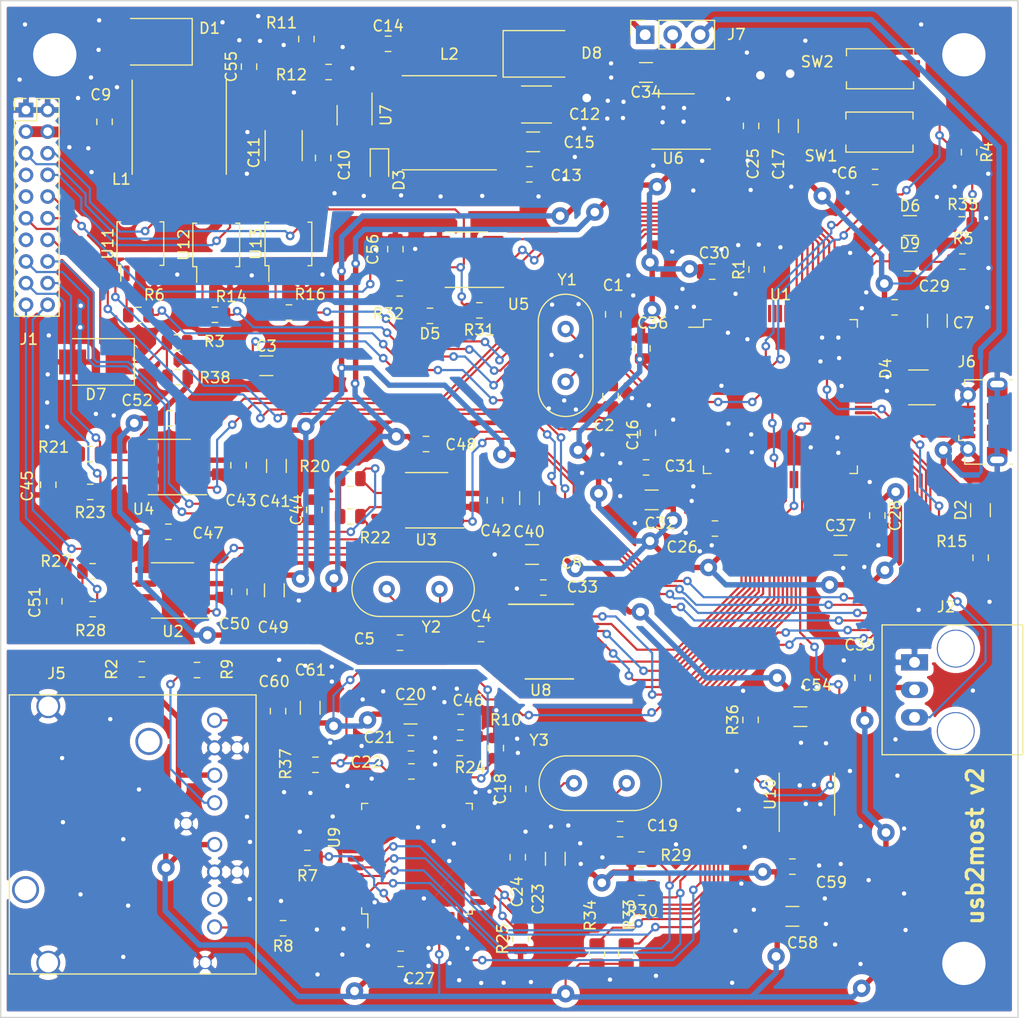
<source format=kicad_pcb>
(kicad_pcb (version 20171130) (host pcbnew 5.1.5-52549c5~86~ubuntu16.04.1)
  (layers (0 F.Cu mixed) (31 B.Cu mixed) (34 B.Paste user) (35 F.Paste user) (36 B.SilkS user) (37 F.SilkS user) (38 B.Mask user) (39 F.Mask user) (44 Edge.Cuts user))
  (net 0 "")
  (net 1 GND)
  (net 2 NRST)
  (net 3 "Net-(C10-Pad1)")
  (net 4 "Net-(C1-Pad1)")
  (net 5 "Net-(C2-Pad1)")
  (net 6 "Net-(R1-Pad1)")
  (net 7 "Net-(C18-Pad1)")
  (net 8 "Net-(C19-Pad1)")
  (net 9 "Net-(J5-Pad8)")
  (net 10 "Net-(J5-Pad4)")
  (net 11 "Net-(J5-Pad1)")
  (net 12 "Net-(R7-Pad1)")
  (net 13 "Net-(R8-Pad1)")
  (net 14 +5V)
  (net 15 "Net-(R10-Pad1)")
  (net 16 "Net-(C14-Pad1)")
  (net 17 "Net-(C14-Pad2)")
  (net 18 5Vin)
  (net 19 USB_D-)
  (net 20 VBUS)
  (net 21 USB_D+)
  (net 22 "Net-(D2-Pad1)")
  (net 23 CAN1_TX)
  (net 24 CAN1_RX)
  (net 25 CAN2_TX)
  (net 26 CAN2_RX)
  (net 27 "Net-(C44-Pad2)")
  (net 28 "Net-(C45-Pad2)")
  (net 29 HS_CAN_L)
  (net 30 HS_CAN_H)
  (net 31 "Net-(C51-Pad2)")
  (net 32 CAN3_RX)
  (net 33 CAN3_TX)
  (net 34 "Net-(C46-Pad1)")
  (net 35 "Net-(R24-Pad1)")
  (net 36 12V)
  (net 37 MOST_INT)
  (net 38 MOST_AINT)
  (net 39 MOST_PWR_EN)
  (net 40 MOST_RST)
  (net 41 +3V3)
  (net 42 +3.3_MOST)
  (net 43 LIN)
  (net 44 LIN_RX)
  (net 45 LIN_TX)
  (net 46 "Net-(D5-Pad1)")
  (net 47 "Net-(D5-Pad2)")
  (net 48 ANDROID_TX)
  (net 49 ANDROID_RX)
  (net 50 "Net-(D6-Pad1)")
  (net 51 "Net-(D6-Pad2)")
  (net 52 "Net-(C5-Pad1)")
  (net 53 "Net-(C7-Pad1)")
  (net 54 MOST_SCK)
  (net 55 MOST_SR0)
  (net 56 MOST_FSY)
  (net 57 "Net-(U1-Pad2)")
  (net 58 "Net-(U1-Pad23)")
  (net 59 LIN_SLP)
  (net 60 "Net-(U6-Pad4)")
  (net 61 "Net-(U9-Pad4)")
  (net 62 "Net-(U9-Pad10)")
  (net 63 "Net-(U9-Pad12)")
  (net 64 "Net-(U9-Pad16)")
  (net 65 "Net-(U9-Pad17)")
  (net 66 "Net-(U9-Pad33)")
  (net 67 "Net-(U9-Pad36)")
  (net 68 "Net-(U10-Pad4)")
  (net 69 "Net-(R31-Pad2)")
  (net 70 "Net-(U1-Pad8)")
  (net 71 "Net-(U1-Pad54)")
  (net 72 "Net-(U9-Pad23)")
  (net 73 "Net-(U9-Pad37)")
  (net 74 12V_IGN)
  (net 75 12V_REAR)
  (net 76 12V_ILLUM)
  (net 77 KEY_CAN_H)
  (net 78 KEY_CAN_L)
  (net 79 MS_CAN_H)
  (net 80 MS_CAN_L)
  (net 81 MOST_SDA)
  (net 82 MOST_SCL)
  (net 83 KEY)
  (net 84 "Net-(J5-Pad7)")
  (net 85 SWC)
  (net 86 "Net-(J6-Pad4)")
  (net 87 "Net-(U1-Pad46)")
  (net 88 BOOT1)
  (net 89 "Net-(U1-Pad40)")
  (net 90 "Net-(C4-Pad1)")
  (net 91 "Net-(U1-Pad41)")
  (net 92 "Net-(U8-Pad15)")
  (net 93 "Net-(U8-Pad12)")
  (net 94 "Net-(U8-Pad11)")
  (net 95 "Net-(U8-Pad7)")
  (net 96 "Net-(U8-Pad6)")
  (net 97 "Net-(U8-Pad5)")
  (net 98 "Net-(U8-Pad4)")
  (net 99 "Net-(U8-Pad3)")
  (net 100 MOST_SX0)
  (net 101 "Net-(U9-Pad35)")
  (net 102 "Net-(J1-Pad13)")
  (net 103 "Net-(D9-Pad2)")
  (net 104 "Net-(D9-Pad1)")
  (net 105 REAR)
  (net 106 "Net-(R6-Pad1)")
  (net 107 ILLUM)
  (net 108 "Net-(R14-Pad1)")
  (net 109 IGN)
  (net 110 "Net-(R16-Pad1)")
  (net 111 "Net-(U1-Pad64)")
  (net 112 "Net-(U1-Pad63)")
  (net 113 "Net-(U1-Pad62)")
  (net 114 "Net-(U1-Pad61)")
  (net 115 "Net-(U1-Pad57)")
  (net 116 "Net-(U1-Pad53)")
  (net 117 "Net-(U1-Pad47)")
  (net 118 "Net-(U1-Pad26)")
  (net 119 "Net-(U1-Pad25)")
  (net 120 "Net-(U1-Pad9)")
  (net 121 "Net-(U1-Pad7)")
  (net 122 "Net-(U1-Pad5)")
  (net 123 "Net-(U1-Pad1)")
  (net 124 "Net-(U1-Pad98)")
  (net 125 "Net-(U1-Pad97)")
  (net 126 "Net-(U1-Pad96)")
  (net 127 "Net-(U1-Pad95)")
  (net 128 "Net-(U1-Pad93)")
  (net 129 "Net-(U1-Pad90)")
  (net 130 "Net-(U1-Pad89)")
  (net 131 "Net-(U1-Pad88)")
  (net 132 "Net-(U1-Pad72)")
  (net 133 "Net-(U1-Pad67)")
  (net 134 "Net-(U1-Pad66)")
  (net 135 "Net-(U1-Pad65)")
  (net 136 "Net-(C37-Pad1)")
  (net 137 SAI1_SD_B)
  (net 138 "Net-(U2-Pad8)")
  (net 139 "Net-(U3-Pad8)")
  (net 140 "Net-(U4-Pad8)")
  (net 141 "Net-(J1-Pad7)")
  (net 142 CAN3_RESET)
  (net 143 CAN3_INT)
  (net 144 CAN3_SI)
  (net 145 CAN3_SO)
  (net 146 CAN3_SCK)
  (net 147 CAN3_CS)
  (net 148 "Net-(U1-Pad35)")
  (net 149 "Net-(D4-Pad1)")
  (net 150 "Net-(U1-Pad24)")
  (net 151 "Net-(U1-Pad92)")
  (net 152 "Net-(U1-Pad91)")
  (net 153 "Net-(U1-Pad18)")
  (net 154 "Net-(U1-Pad17)")
  (net 155 "Net-(U1-Pad16)")
  (net 156 FB)
  (net 157 "Net-(U1-Pad69)")
  (net 158 "Net-(U1-Pad86)")
  (net 159 "Net-(U1-Pad4)")
  (net 160 "Net-(U1-Pad3)")
  (net 161 "Net-(U1-Pad87)")
  (net 162 "Net-(J1-Pad9)")
  (module usb2most:TYCO_1_1394640_1 (layer F.Cu) (at 32.7 96.08 90)
    (fp_text reference J5 (at 13.89 -7.54 180) (layer F.SilkS))
    (fp_text value 1-1394640-1)
    (pad 0 thru_hole circle (at 7.01 9.15 90) (size 1.2 1.2) (drill 1) (layers *.Cu *.Mask) (net 1 GND))
    (pad 0 thru_hole circle (at -4.47 9.15 90) (size 1.2 1.2) (drill 1) (layers *.Cu *.Mask) (net 1 GND))
    (pad 0 thru_hole circle (at -12.85 6.2 90) (size 1.2 1.2) (drill 1) (layers *.Cu *.Mask) (net 1 GND))
    (pad 8 thru_hole circle (at -9.55 7.07 90) (size 1.4 1.4) (drill 1) (layers *.Cu *.Mask) (net 9 "Net-(J5-Pad8)"))
    (pad 7 thru_hole circle (at -7.01 7.07 90) (size 1.4 1.4) (drill 1) (layers *.Cu *.Mask) (net 84 "Net-(J5-Pad7)"))
    (pad 6 thru_hole circle (at -4.47 7.07 90) (size 1.4 1.4) (drill 1) (layers *.Cu *.Mask) (net 1 GND))
    (pad 5 thru_hole circle (at -1.93 7.07 90) (size 1.4 1.4) (drill 1) (layers *.Cu *.Mask) (net 42 +3.3_MOST))
    (pad 0 thru_hole circle (at 0 4.45 90) (size 1.2 1.2) (drill 1) (layers *.Cu *.Mask) (net 1 GND))
    (pad 0 thru_hole circle (at -12.85 -8.3 90) (size 2.2 2.2) (drill 1.8) (layers *.Cu *.Mask) (net 1 GND))
    (pad 0 thru_hole circle (at 10.85 -8.3 90) (size 2.2 2.2) (drill 1.8) (layers *.Cu *.Mask) (net 1 GND))
    (pad "" thru_hole circle (at 7.6 1 90) (size 2.5 2.5) (drill 2) (layers *.Cu *.Mask))
    (pad "" thru_hole circle (at -6.1 -10.4 90) (size 2.5 2.5) (drill 2) (layers *.Cu *.Mask))
    (pad 4 thru_hole circle (at 1.93 7.07 90) (size 1.4 1.4) (drill 1) (layers *.Cu *.Mask) (net 10 "Net-(J5-Pad4)"))
    (pad 3 thru_hole circle (at 4.47 7.07 90) (size 1.4 1.4) (drill 1) (layers *.Cu *.Mask) (net 42 +3.3_MOST))
    (pad 2 thru_hole circle (at 7.01 7.07 90) (size 1.4 1.4) (drill 1) (layers *.Cu *.Mask) (net 1 GND))
    (pad 1 thru_hole circle (at 9.55 7.07 90) (size 1.4 1.4) (drill 1) (layers *.Cu *.Mask) (net 11 "Net-(J5-Pad1)"))
  )
  (module Capacitor_SMD:C_1206_3216Metric (layer F.Cu) (at 79.63 26.64 180)
    (fp_text reference C34 (at 0 -1.82) (layer F.SilkS))
    (fp_text value 10u)
    (pad 2 smd roundrect (at 1.4 0 180) (size 1.25 1.75) (layers F.Cu F.Paste F.Mask) (roundrect_rratio 0.2) (net 1 GND))
    (pad 1 smd roundrect (at -1.4 0 180) (size 1.25 1.75) (layers F.Cu F.Paste F.Mask) (roundrect_rratio 0.2) (net 14 +5V))
  )
  (module Resistor_SMD:R_1206_3216Metric (layer F.Cu) (at 104.07 44.09 180)
    (fp_text reference D9 (at 0.07 1.66) (layer F.SilkS))
    (fp_text value KP-3216)
    (pad 2 smd roundrect (at 1.4 0 180) (size 1.25 1.75) (layers F.Cu F.Paste F.Mask) (roundrect_rratio 0.2) (net 103 "Net-(D9-Pad2)"))
    (pad 1 smd roundrect (at -1.4 0 180) (size 1.25 1.75) (layers F.Cu F.Paste F.Mask) (roundrect_rratio 0.2) (net 104 "Net-(D9-Pad1)"))
  )
  (module Resistor_SMD:R_1206_3216Metric (layer F.Cu) (at 104.02 40.79 180)
    (fp_text reference D6 (at 0 1.82) (layer F.SilkS))
    (fp_text value KP-3216)
    (pad 2 smd roundrect (at 1.4 0 180) (size 1.25 1.75) (layers F.Cu F.Paste F.Mask) (roundrect_rratio 0.2) (net 51 "Net-(D6-Pad2)"))
    (pad 1 smd roundrect (at -1.4 0 180) (size 1.25 1.75) (layers F.Cu F.Paste F.Mask) (roundrect_rratio 0.2) (net 50 "Net-(D6-Pad1)"))
  )
  (module Resistor_SMD:R_1206_3216Metric (layer F.Cu) (at 110.533 67.1 90)
    (fp_text reference D2 (at 0 -1.82 90) (layer F.SilkS))
    (fp_text value KP-3216)
    (pad 2 smd roundrect (at 1.4 0 90) (size 1.25 1.75) (layers F.Cu F.Paste F.Mask) (roundrect_rratio 0.2) (net 20 VBUS))
    (pad 1 smd roundrect (at -1.4 0 90) (size 1.25 1.75) (layers F.Cu F.Paste F.Mask) (roundrect_rratio 0.2) (net 22 "Net-(D2-Pad1)"))
  )
  (module Package_SO:SO-8_3.9x4.9mm_P1.27mm (layer F.Cu) (at 94.497 93.353 90)
    (fp_text reference U10 (at 0 -3.4 90) (layer F.SilkS))
    (fp_text value KF33BD-TR)
    (pad 8 smd roundrect (at 2.575 -1.905 90) (size 1.75 0.6) (layers F.Cu F.Paste F.Mask) (net 14 +5V))
    (pad 7 smd roundrect (at 2.575 -0.635 90) (size 1.75 0.6) (layers F.Cu F.Paste F.Mask) (net 1 GND))
    (pad 6 smd roundrect (at 2.575 0.635 90) (size 1.75 0.6) (layers F.Cu F.Paste F.Mask) (net 1 GND))
    (pad 5 smd roundrect (at 2.575 1.905 90) (size 1.75 0.6) (layers F.Cu F.Paste F.Mask) (net 39 MOST_PWR_EN))
    (pad 4 smd roundrect (at -2.575 1.905 90) (size 1.75 0.6) (layers F.Cu F.Paste F.Mask) (net 68 "Net-(U10-Pad4)"))
    (pad 3 smd roundrect (at -2.575 0.635 90) (size 1.75 0.6) (layers F.Cu F.Paste F.Mask) (net 1 GND))
    (pad 2 smd roundrect (at -2.575 -0.635 90) (size 1.75 0.6) (layers F.Cu F.Paste F.Mask) (net 1 GND))
    (pad 1 smd roundrect (at -2.575 -1.905 90) (size 1.75 0.6) (layers F.Cu F.Paste F.Mask) (net 42 +3.3_MOST))
  )
  (module Package_SO:SO-8_3.9x4.9mm_P1.27mm (layer F.Cu) (at 82.138 31.174 180)
    (fp_text reference U6 (at 0 -3.4) (layer F.SilkS))
    (fp_text value KF33BD-TR)
    (pad 8 smd roundrect (at 2.575 -1.905 180) (size 1.75 0.6) (layers F.Cu F.Paste F.Mask) (net 14 +5V))
    (pad 7 smd roundrect (at 2.575 -0.635 180) (size 1.75 0.6) (layers F.Cu F.Paste F.Mask) (net 1 GND))
    (pad 6 smd roundrect (at 2.575 0.635 180) (size 1.75 0.6) (layers F.Cu F.Paste F.Mask) (net 1 GND))
    (pad 5 smd roundrect (at 2.575 1.905 180) (size 1.75 0.6) (layers F.Cu F.Paste F.Mask) (net 1 GND))
    (pad 4 smd roundrect (at -2.575 1.905 180) (size 1.75 0.6) (layers F.Cu F.Paste F.Mask) (net 60 "Net-(U6-Pad4)"))
    (pad 3 smd roundrect (at -2.575 0.635 180) (size 1.75 0.6) (layers F.Cu F.Paste F.Mask) (net 1 GND))
    (pad 2 smd roundrect (at -2.575 -0.635 180) (size 1.75 0.6) (layers F.Cu F.Paste F.Mask) (net 1 GND))
    (pad 1 smd roundrect (at -2.575 -1.905 180) (size 1.75 0.6) (layers F.Cu F.Paste F.Mask) (net 41 +3V3))
  )
  (module Package_TO_SOT_SMD:SOT-23-6_Handsoldering (layer F.Cu) (at 52.7 30.59 270)
    (fp_text reference U7 (at 0 -2.9 90) (layer F.SilkS))
    (fp_text value LMR14206)
    (pad 5 smd rect (at 1.35 0 270) (size 1.56 0.65) (layers F.Cu F.Paste F.Mask) (net 3 "Net-(C10-Pad1)"))
    (pad 6 smd rect (at 1.35 -0.95 270) (size 1.56 0.65) (layers F.Cu F.Paste F.Mask) (net 17 "Net-(C14-Pad2)"))
    (pad 4 smd rect (at 1.35 0.95 270) (size 1.56 0.65) (layers F.Cu F.Paste F.Mask) (net 3 "Net-(C10-Pad1)"))
    (pad 3 smd rect (at -1.35 0.95 270) (size 1.56 0.65) (layers F.Cu F.Paste F.Mask) (net 156 FB))
    (pad 2 smd rect (at -1.35 0 270) (size 1.56 0.65) (layers F.Cu F.Paste F.Mask) (net 1 GND))
    (pad 1 smd rect (at -1.35 -0.95 270) (size 1.56 0.65) (layers F.Cu F.Paste F.Mask) (net 16 "Net-(C14-Pad1)"))
  )
  (module Capacitor_SMD:C_1812_4532Metric (layer F.Cu) (at 69.5125 29.6)
    (fp_text reference C12 (at 4.4375 0.9) (layer F.SilkS))
    (fp_text value 10u)
    (pad 2 smd roundrect (at 2.1375 0) (size 1.125 3.4) (layers F.Cu F.Paste F.Mask) (roundrect_rratio 0.222222) (net 1 GND))
    (pad 1 smd roundrect (at -2.1375 0) (size 1.125 3.4) (layers F.Cu F.Paste F.Mask) (roundrect_rratio 0.222222) (net 18 5Vin))
  )
  (module Capacitor_SMD:C_1812_4532Metric (layer F.Cu) (at 46.15 33.4 270)
    (fp_text reference C11 (at 0.65 2.75 90) (layer F.SilkS))
    (fp_text value 10u)
    (pad 2 smd roundrect (at 2.1375 0 270) (size 1.125 3.4) (layers F.Cu F.Paste F.Mask) (roundrect_rratio 0.222222) (net 1 GND))
    (pad 1 smd roundrect (at -2.1375 0 270) (size 1.125 3.4) (layers F.Cu F.Paste F.Mask) (roundrect_rratio 0.222222) (net 3 "Net-(C10-Pad1)"))
  )
  (module Package_SO:SOIC-8_3.9x4.9mm_P1.27mm (layer F.Cu) (at 63.023 43.947 180)
    (fp_text reference U5 (at -4.825 -4.12) (layer F.SilkS))
    (fp_text value TJA1021T)
    (pad 1 smd roundrect (at -2.475 -1.905 180) (size 1.95 0.6) (layers F.Cu F.Paste F.Mask) (net 44 LIN_RX))
    (pad 2 smd roundrect (at -2.475 -0.635 180) (size 1.95 0.6) (layers F.Cu F.Paste F.Mask) (net 59 LIN_SLP))
    (pad 3 smd roundrect (at -2.475 0.635 180) (size 1.95 0.6) (layers F.Cu F.Paste F.Mask) (net 69 "Net-(R31-Pad2)"))
    (pad 4 smd roundrect (at -2.475 1.905 180) (size 1.95 0.6) (layers F.Cu F.Paste F.Mask) (net 45 LIN_TX))
    (pad 5 smd roundrect (at 2.475 1.905 180) (size 1.95 0.6) (layers F.Cu F.Paste F.Mask) (net 1 GND))
    (pad 6 smd roundrect (at 2.475 0.635 180) (size 1.95 0.6) (layers F.Cu F.Paste F.Mask) (net 43 LIN))
    (pad 7 smd roundrect (at 2.475 -0.635 180) (size 1.95 0.6) (layers F.Cu F.Paste F.Mask) (net 36 12V))
    (pad 8 smd roundrect (at 2.475 -1.905 180) (size 1.95 0.6) (layers F.Cu F.Paste F.Mask) (net 46 "Net-(D5-Pad1)"))
  )
  (module Capacitor_SMD:C_1206_3216Metric (layer F.Cu) (at 97.6 70.35)
    (fp_text reference C37 (at 0 -1.82) (layer F.SilkS))
    (fp_text value 2.2u)
    (pad 2 smd roundrect (at 1.4 0) (size 1.25 1.75) (layers F.Cu F.Paste F.Mask) (roundrect_rratio 0.2) (net 1 GND))
    (pad 1 smd roundrect (at -1.4 0) (size 1.25 1.75) (layers F.Cu F.Paste F.Mask) (roundrect_rratio 0.2) (net 136 "Net-(C37-Pad1)"))
  )
  (module Capacitor_SMD:C_0805_2012Metric (layer F.Cu) (at 79.8 59.95 270)
    (fp_text reference C16 (at 0.2 1.4 270) (layer F.SilkS))
    (fp_text value 100n)
    (pad 2 smd roundrect (at 0.9375 0 270) (size 0.975 1.4) (layers F.Cu F.Paste F.Mask) (net 1 GND))
    (pad 1 smd roundrect (at -0.9375 0 270) (size 0.975 1.4) (layers F.Cu F.Paste F.Mask) (net 41 +3V3))
  )
  (module Package_QFP:LQFP-100_14x14mm_P0.5mm (layer F.Cu) (at 92.05 56.6)
    (fp_text reference U1 (at 0 -9.42) (layer F.SilkS))
    (fp_text value STM32F446VCTx)
    (pad 100 smd roundrect (at -6 -7.675) (size 0.3 1.6) (layers F.Cu F.Paste F.Mask) (net 41 +3V3))
    (pad 99 smd roundrect (at -5.5 -7.675) (size 0.3 1.6) (layers F.Cu F.Paste F.Mask) (net 1 GND))
    (pad 98 smd roundrect (at -5 -7.675) (size 0.3 1.6) (layers F.Cu F.Paste F.Mask) (net 124 "Net-(U1-Pad98)"))
    (pad 97 smd roundrect (at -4.5 -7.675) (size 0.3 1.6) (layers F.Cu F.Paste F.Mask) (net 125 "Net-(U1-Pad97)"))
    (pad 96 smd roundrect (at -4 -7.675) (size 0.3 1.6) (layers F.Cu F.Paste F.Mask) (net 126 "Net-(U1-Pad96)"))
    (pad 95 smd roundrect (at -3.5 -7.675) (size 0.3 1.6) (layers F.Cu F.Paste F.Mask) (net 127 "Net-(U1-Pad95)"))
    (pad 94 smd roundrect (at -3 -7.675) (size 0.3 1.6) (layers F.Cu F.Paste F.Mask) (net 6 "Net-(R1-Pad1)"))
    (pad 93 smd roundrect (at -2.5 -7.675) (size 0.3 1.6) (layers F.Cu F.Paste F.Mask) (net 128 "Net-(U1-Pad93)"))
    (pad 92 smd roundrect (at -2 -7.675) (size 0.3 1.6) (layers F.Cu F.Paste F.Mask) (net 151 "Net-(U1-Pad92)"))
    (pad 91 smd roundrect (at -1.5 -7.675) (size 0.3 1.6) (layers F.Cu F.Paste F.Mask) (net 152 "Net-(U1-Pad91)"))
    (pad 90 smd roundrect (at -1 -7.675) (size 0.3 1.6) (layers F.Cu F.Paste F.Mask) (net 129 "Net-(U1-Pad90)"))
    (pad 89 smd roundrect (at -0.5 -7.675) (size 0.3 1.6) (layers F.Cu F.Paste F.Mask) (net 130 "Net-(U1-Pad89)"))
    (pad 88 smd roundrect (at 0 -7.675) (size 0.3 1.6) (layers F.Cu F.Paste F.Mask) (net 131 "Net-(U1-Pad88)"))
    (pad 87 smd roundrect (at 0.5 -7.675) (size 0.3 1.6) (layers F.Cu F.Paste F.Mask) (net 161 "Net-(U1-Pad87)"))
    (pad 86 smd roundrect (at 1 -7.675) (size 0.3 1.6) (layers F.Cu F.Paste F.Mask) (net 158 "Net-(U1-Pad86)"))
    (pad 85 smd roundrect (at 1.5 -7.675) (size 0.3 1.6) (layers F.Cu F.Paste F.Mask) (net 105 REAR))
    (pad 84 smd roundrect (at 2 -7.675) (size 0.3 1.6) (layers F.Cu F.Paste F.Mask) (net 107 ILLUM))
    (pad 83 smd roundrect (at 2.5 -7.675) (size 0.3 1.6) (layers F.Cu F.Paste F.Mask) (net 109 IGN))
    (pad 82 smd roundrect (at 3 -7.675) (size 0.3 1.6) (layers F.Cu F.Paste F.Mask) (net 23 CAN1_TX))
    (pad 81 smd roundrect (at 3.5 -7.675) (size 0.3 1.6) (layers F.Cu F.Paste F.Mask) (net 24 CAN1_RX))
    (pad 80 smd roundrect (at 4 -7.675) (size 0.3 1.6) (layers F.Cu F.Paste F.Mask) (net 59 LIN_SLP))
    (pad 79 smd roundrect (at 4.5 -7.675) (size 0.3 1.6) (layers F.Cu F.Paste F.Mask) (net 44 LIN_RX))
    (pad 78 smd roundrect (at 5 -7.675) (size 0.3 1.6) (layers F.Cu F.Paste F.Mask) (net 45 LIN_TX))
    (pad 77 smd roundrect (at 5.5 -7.675) (size 0.3 1.6) (layers F.Cu F.Paste F.Mask) (net 51 "Net-(D6-Pad2)"))
    (pad 76 smd roundrect (at 6 -7.675) (size 0.3 1.6) (layers F.Cu F.Paste F.Mask) (net 103 "Net-(D9-Pad2)"))
    (pad 75 smd roundrect (at 7.675 -6) (size 1.6 0.3) (layers F.Cu F.Paste F.Mask) (net 41 +3V3))
    (pad 74 smd roundrect (at 7.675 -5.5) (size 1.6 0.3) (layers F.Cu F.Paste F.Mask) (net 1 GND))
    (pad 73 smd roundrect (at 7.675 -5) (size 1.6 0.3) (layers F.Cu F.Paste F.Mask) (net 53 "Net-(C7-Pad1)"))
    (pad 72 smd roundrect (at 7.675 -4.5) (size 1.6 0.3) (layers F.Cu F.Paste F.Mask) (net 132 "Net-(U1-Pad72)"))
    (pad 71 smd roundrect (at 7.675 -4) (size 1.6 0.3) (layers F.Cu F.Paste F.Mask) (net 21 USB_D+))
    (pad 70 smd roundrect (at 7.675 -3.5) (size 1.6 0.3) (layers F.Cu F.Paste F.Mask) (net 19 USB_D-))
    (pad 69 smd roundrect (at 7.675 -3) (size 1.6 0.3) (layers F.Cu F.Paste F.Mask) (net 157 "Net-(U1-Pad69)"))
    (pad 68 smd roundrect (at 7.675 -2.5) (size 1.6 0.3) (layers F.Cu F.Paste F.Mask) (net 137 SAI1_SD_B))
    (pad 67 smd roundrect (at 7.675 -2) (size 1.6 0.3) (layers F.Cu F.Paste F.Mask) (net 133 "Net-(U1-Pad67)"))
    (pad 66 smd roundrect (at 7.675 -1.5) (size 1.6 0.3) (layers F.Cu F.Paste F.Mask) (net 134 "Net-(U1-Pad66)"))
    (pad 65 smd roundrect (at 7.675 -1) (size 1.6 0.3) (layers F.Cu F.Paste F.Mask) (net 135 "Net-(U1-Pad65)"))
    (pad 64 smd roundrect (at 7.675 -0.5) (size 1.6 0.3) (layers F.Cu F.Paste F.Mask) (net 111 "Net-(U1-Pad64)"))
    (pad 63 smd roundrect (at 7.675 0) (size 1.6 0.3) (layers F.Cu F.Paste F.Mask) (net 112 "Net-(U1-Pad63)"))
    (pad 62 smd roundrect (at 7.675 0.5) (size 1.6 0.3) (layers F.Cu F.Paste F.Mask) (net 113 "Net-(U1-Pad62)"))
    (pad 61 smd roundrect (at 7.675 1) (size 1.6 0.3) (layers F.Cu F.Paste F.Mask) (net 114 "Net-(U1-Pad61)"))
    (pad 60 smd roundrect (at 7.675 1.5) (size 1.6 0.3) (layers F.Cu F.Paste F.Mask) (net 81 MOST_SDA))
    (pad 59 smd roundrect (at 7.675 2) (size 1.6 0.3) (layers F.Cu F.Paste F.Mask) (net 82 MOST_SCL))
    (pad 58 smd roundrect (at 7.675 2.5) (size 1.6 0.3) (layers F.Cu F.Paste F.Mask) (net 100 MOST_SX0))
    (pad 57 smd roundrect (at 7.675 3) (size 1.6 0.3) (layers F.Cu F.Paste F.Mask) (net 115 "Net-(U1-Pad57)"))
    (pad 56 smd roundrect (at 7.675 3.5) (size 1.6 0.3) (layers F.Cu F.Paste F.Mask) (net 49 ANDROID_RX))
    (pad 55 smd roundrect (at 7.675 4) (size 1.6 0.3) (layers F.Cu F.Paste F.Mask) (net 48 ANDROID_TX))
    (pad 54 smd roundrect (at 7.675 4.5) (size 1.6 0.3) (layers F.Cu F.Paste F.Mask) (net 71 "Net-(U1-Pad54)"))
    (pad 53 smd roundrect (at 7.675 5) (size 1.6 0.3) (layers F.Cu F.Paste F.Mask) (net 116 "Net-(U1-Pad53)"))
    (pad 52 smd roundrect (at 7.675 5.5) (size 1.6 0.3) (layers F.Cu F.Paste F.Mask) (net 25 CAN2_TX))
    (pad 51 smd roundrect (at 7.675 6) (size 1.6 0.3) (layers F.Cu F.Paste F.Mask) (net 26 CAN2_RX))
    (pad 50 smd roundrect (at 6 7.675) (size 0.3 1.6) (layers F.Cu F.Paste F.Mask) (net 41 +3V3))
    (pad 49 smd roundrect (at 5.5 7.675) (size 0.3 1.6) (layers F.Cu F.Paste F.Mask) (net 1 GND))
    (pad 48 smd roundrect (at 5 7.675) (size 0.3 1.6) (layers F.Cu F.Paste F.Mask) (net 136 "Net-(C37-Pad1)"))
    (pad 47 smd roundrect (at 4.5 7.675) (size 0.3 1.6) (layers F.Cu F.Paste F.Mask) (net 117 "Net-(U1-Pad47)"))
    (pad 46 smd roundrect (at 4 7.675) (size 0.3 1.6) (layers F.Cu F.Paste F.Mask) (net 87 "Net-(U1-Pad46)"))
    (pad 45 smd roundrect (at 3.5 7.675) (size 0.3 1.6) (layers F.Cu F.Paste F.Mask) (net 39 MOST_PWR_EN))
    (pad 44 smd roundrect (at 3 7.675) (size 0.3 1.6) (layers F.Cu F.Paste F.Mask) (net 56 MOST_FSY))
    (pad 43 smd roundrect (at 2.5 7.675) (size 0.3 1.6) (layers F.Cu F.Paste F.Mask) (net 54 MOST_SCK))
    (pad 42 smd roundrect (at 2 7.675) (size 0.3 1.6) (layers F.Cu F.Paste F.Mask) (net 55 MOST_SR0))
    (pad 41 smd roundrect (at 1.5 7.675) (size 0.3 1.6) (layers F.Cu F.Paste F.Mask) (net 91 "Net-(U1-Pad41)"))
    (pad 40 smd roundrect (at 1 7.675) (size 0.3 1.6) (layers F.Cu F.Paste F.Mask) (net 89 "Net-(U1-Pad40)"))
    (pad 39 smd roundrect (at 0.5 7.675) (size 0.3 1.6) (layers F.Cu F.Paste F.Mask) (net 38 MOST_AINT))
    (pad 38 smd roundrect (at 0 7.675) (size 0.3 1.6) (layers F.Cu F.Paste F.Mask) (net 37 MOST_INT))
    (pad 37 smd roundrect (at -0.5 7.675) (size 0.3 1.6) (layers F.Cu F.Paste F.Mask) (net 88 BOOT1))
    (pad 36 smd roundrect (at -1 7.675) (size 0.3 1.6) (layers F.Cu F.Paste F.Mask) (net 40 MOST_RST))
    (pad 35 smd roundrect (at -1.5 7.675) (size 0.3 1.6) (layers F.Cu F.Paste F.Mask) (net 148 "Net-(U1-Pad35)"))
    (pad 34 smd roundrect (at -2 7.675) (size 0.3 1.6) (layers F.Cu F.Paste F.Mask) (net 142 CAN3_RESET))
    (pad 33 smd roundrect (at -2.5 7.675) (size 0.3 1.6) (layers F.Cu F.Paste F.Mask) (net 143 CAN3_INT))
    (pad 32 smd roundrect (at -3 7.675) (size 0.3 1.6) (layers F.Cu F.Paste F.Mask) (net 144 CAN3_SI))
    (pad 31 smd roundrect (at -3.5 7.675) (size 0.3 1.6) (layers F.Cu F.Paste F.Mask) (net 145 CAN3_SO))
    (pad 30 smd roundrect (at -4 7.675) (size 0.3 1.6) (layers F.Cu F.Paste F.Mask) (net 146 CAN3_SCK))
    (pad 29 smd roundrect (at -4.5 7.675) (size 0.3 1.6) (layers F.Cu F.Paste F.Mask) (net 147 CAN3_CS))
    (pad 28 smd roundrect (at -5 7.675) (size 0.3 1.6) (layers F.Cu F.Paste F.Mask) (net 41 +3V3))
    (pad 27 smd roundrect (at -5.5 7.675) (size 0.3 1.6) (layers F.Cu F.Paste F.Mask) (net 1 GND))
    (pad 26 smd roundrect (at -6 7.675) (size 0.3 1.6) (layers F.Cu F.Paste F.Mask) (net 118 "Net-(U1-Pad26)"))
    (pad 25 smd roundrect (at -7.675 6) (size 1.6 0.3) (layers F.Cu F.Paste F.Mask) (net 119 "Net-(U1-Pad25)"))
    (pad 24 smd roundrect (at -7.675 5.5) (size 1.6 0.3) (layers F.Cu F.Paste F.Mask) (net 150 "Net-(U1-Pad24)"))
    (pad 23 smd roundrect (at -7.675 5) (size 1.6 0.3) (layers F.Cu F.Paste F.Mask) (net 58 "Net-(U1-Pad23)"))
    (pad 22 smd roundrect (at -7.675 4.5) (size 1.6 0.3) (layers F.Cu F.Paste F.Mask) (net 41 +3V3))
    (pad 21 smd roundrect (at -7.675 4) (size 1.6 0.3) (layers F.Cu F.Paste F.Mask) (net 41 +3V3))
    (pad 20 smd roundrect (at -7.675 3.5) (size 1.6 0.3) (layers F.Cu F.Paste F.Mask) (net 1 GND))
    (pad 19 smd roundrect (at -7.675 3) (size 1.6 0.3) (layers F.Cu F.Paste F.Mask) (net 41 +3V3))
    (pad 18 smd roundrect (at -7.675 2.5) (size 1.6 0.3) (layers F.Cu F.Paste F.Mask) (net 153 "Net-(U1-Pad18)"))
    (pad 17 smd roundrect (at -7.675 2) (size 1.6 0.3) (layers F.Cu F.Paste F.Mask) (net 154 "Net-(U1-Pad17)"))
    (pad 16 smd roundrect (at -7.675 1.5) (size 1.6 0.3) (layers F.Cu F.Paste F.Mask) (net 155 "Net-(U1-Pad16)"))
    (pad 15 smd roundrect (at -7.675 1) (size 1.6 0.3) (layers F.Cu F.Paste F.Mask) (net 85 SWC))
    (pad 14 smd roundrect (at -7.675 0.5) (size 1.6 0.3) (layers F.Cu F.Paste F.Mask) (net 2 NRST))
    (pad 13 smd roundrect (at -7.675 0) (size 1.6 0.3) (layers F.Cu F.Paste F.Mask) (net 5 "Net-(C2-Pad1)"))
    (pad 12 smd roundrect (at -7.675 -0.5) (size 1.6 0.3) (layers F.Cu F.Paste F.Mask) (net 4 "Net-(C1-Pad1)"))
    (pad 11 smd roundrect (at -7.675 -1) (size 1.6 0.3) (layers F.Cu F.Paste F.Mask) (net 41 +3V3))
    (pad 10 smd roundrect (at -7.675 -1.5) (size 1.6 0.3) (layers F.Cu F.Paste F.Mask) (net 1 GND))
    (pad 9 smd roundrect (at -7.675 -2) (size 1.6 0.3) (layers F.Cu F.Paste F.Mask) (net 120 "Net-(U1-Pad9)"))
    (pad 8 smd roundrect (at -7.675 -2.5) (size 1.6 0.3) (layers F.Cu F.Paste F.Mask) (net 70 "Net-(U1-Pad8)"))
    (pad 7 smd roundrect (at -7.675 -3) (size 1.6 0.3) (layers F.Cu F.Paste F.Mask) (net 121 "Net-(U1-Pad7)"))
    (pad 6 smd roundrect (at -7.675 -3.5) (size 1.6 0.3) (layers F.Cu F.Paste F.Mask) (net 41 +3V3))
    (pad 5 smd roundrect (at -7.675 -4) (size 1.6 0.3) (layers F.Cu F.Paste F.Mask) (net 122 "Net-(U1-Pad5)"))
    (pad 4 smd roundrect (at -7.675 -4.5) (size 1.6 0.3) (layers F.Cu F.Paste F.Mask) (net 159 "Net-(U1-Pad4)"))
    (pad 3 smd roundrect (at -7.675 -5) (size 1.6 0.3) (layers F.Cu F.Paste F.Mask) (net 160 "Net-(U1-Pad3)"))
    (pad 2 smd roundrect (at -7.675 -5.5) (size 1.6 0.3) (layers F.Cu F.Paste F.Mask) (net 57 "Net-(U1-Pad2)"))
    (pad 1 smd roundrect (at -7.675 -6) (size 1.6 0.3) (layers F.Cu F.Paste F.Mask) (net 123 "Net-(U1-Pad1)"))
  )
  (module Package_SO:SOP-4_3.8x4.1mm_P2.54mm (layer F.Cu) (at 46.59 42.49 90)
    (fp_text reference U13 (at 0 -3 90) (layer F.SilkS))
    (fp_text value CPC1002N)
    (pad 4 smd roundrect (at 2.75 -1.27 90) (size 1.45 0.55) (layers F.Cu F.Paste F.Mask) (net 36 12V))
    (pad 3 smd roundrect (at 2.75 1.27 90) (size 1.45 0.55) (layers F.Cu F.Paste F.Mask) (net 74 12V_IGN))
    (pad 2 smd roundrect (at -2.75 1.27 90) (size 1.45 0.55) (layers F.Cu F.Paste F.Mask) (net 1 GND))
    (pad 1 smd roundrect (at -2.75 -1.27 90) (size 1.45 0.55) (layers F.Cu F.Paste F.Mask) (net 110 "Net-(R16-Pad1)"))
  )
  (module Package_SO:SOP-4_3.8x4.1mm_P2.54mm (layer F.Cu) (at 39.92 42.58 90)
    (fp_text reference U12 (at 0 -3 90) (layer F.SilkS))
    (fp_text value CPC1002N)
    (pad 4 smd roundrect (at 2.75 -1.27 90) (size 1.45 0.55) (layers F.Cu F.Paste F.Mask) (net 36 12V))
    (pad 3 smd roundrect (at 2.75 1.27 90) (size 1.45 0.55) (layers F.Cu F.Paste F.Mask) (net 76 12V_ILLUM))
    (pad 2 smd roundrect (at -2.75 1.27 90) (size 1.45 0.55) (layers F.Cu F.Paste F.Mask) (net 1 GND))
    (pad 1 smd roundrect (at -2.75 -1.27 90) (size 1.45 0.55) (layers F.Cu F.Paste F.Mask) (net 108 "Net-(R14-Pad1)"))
  )
  (module Package_SO:SOP-4_3.8x4.1mm_P2.54mm (layer F.Cu) (at 32.91 42.46 90)
    (fp_text reference U11 (at 0 -3 90) (layer F.SilkS))
    (fp_text value CPC1002N)
    (pad 4 smd roundrect (at 2.75 -1.27 90) (size 1.45 0.55) (layers F.Cu F.Paste F.Mask) (net 36 12V))
    (pad 3 smd roundrect (at 2.75 1.27 90) (size 1.45 0.55) (layers F.Cu F.Paste F.Mask) (net 75 12V_REAR))
    (pad 2 smd roundrect (at -2.75 1.27 90) (size 1.45 0.55) (layers F.Cu F.Paste F.Mask) (net 1 GND))
    (pad 1 smd roundrect (at -2.75 -1.27 90) (size 1.45 0.55) (layers F.Cu F.Paste F.Mask) (net 106 "Net-(R6-Pad1)"))
  )
  (module Resistor_SMD:R_0805_2012Metric (layer F.Cu) (at 46.64 48.83)
    (fp_text reference R16 (at 1.96 -1.68) (layer F.SilkS))
    (fp_text value 1k)
    (pad 2 smd roundrect (at 0.9375 0) (size 0.975 1.4) (layers F.Cu F.Paste F.Mask) (net 109 IGN))
    (pad 1 smd roundrect (at -0.9375 0) (size 0.975 1.4) (layers F.Cu F.Paste F.Mask) (net 110 "Net-(R16-Pad1)"))
  )
  (module Resistor_SMD:R_0805_2012Metric (layer F.Cu) (at 39.7975 49.04)
    (fp_text reference R14 (at 1.5025 -1.69) (layer F.SilkS))
    (fp_text value 1k)
    (pad 2 smd roundrect (at 0.9375 0) (size 0.975 1.4) (layers F.Cu F.Paste F.Mask) (net 107 ILLUM))
    (pad 1 smd roundrect (at -0.9375 0) (size 0.975 1.4) (layers F.Cu F.Paste F.Mask) (net 108 "Net-(R14-Pad1)"))
  )
  (module Resistor_SMD:R_0805_2012Metric (layer F.Cu) (at 32.7275 49.05)
    (fp_text reference R6 (at 1.4725 -1.85) (layer F.SilkS))
    (fp_text value 1k)
    (pad 2 smd roundrect (at 0.9375 0) (size 0.975 1.4) (layers F.Cu F.Paste F.Mask) (net 105 REAR))
    (pad 1 smd roundrect (at -0.9375 0) (size 0.975 1.4) (layers F.Cu F.Paste F.Mask) (net 106 "Net-(R6-Pad1)"))
  )
  (module Resistor_SMD:R_0805_2012Metric (layer F.Cu) (at 109.48 34.01 270)
    (fp_text reference R4 (at 0 -1.65 90) (layer F.SilkS))
    (fp_text value 33k)
    (pad 2 smd roundrect (at 0.9375 0 270) (size 0.975 1.4) (layers F.Cu F.Paste F.Mask) (net 41 +3V3))
    (pad 1 smd roundrect (at -0.9375 0 270) (size 0.975 1.4) (layers F.Cu F.Paste F.Mask) (net 88 BOOT1))
  )
  (module Resistor_SMD:R_0805_2012Metric (layer F.Cu) (at 108.86 44.12 180)
    (fp_text reference R5 (at -0.07 2.13) (layer F.SilkS))
    (fp_text value 1k)
    (pad 2 smd roundrect (at 0.9375 0 180) (size 0.975 1.4) (layers F.Cu F.Paste F.Mask) (net 104 "Net-(D9-Pad1)"))
    (pad 1 smd roundrect (at -0.9375 0 180) (size 0.975 1.4) (layers F.Cu F.Paste F.Mask) (net 1 GND))
  )
  (module usb2most:TOTX147 (layer F.Cu) (at 104.44 83.709 270)
    (fp_text reference J2 (at -7.672 -2.917 180) (layer F.SilkS))
    (fp_text value totx147)
    (pad "" thru_hole circle (at -3.81 -3.81 270) (size 3.5 3.5) (drill 3.3) (layers *.Cu *.Mask))
    (pad "" thru_hole circle (at 3.81 -3.81 270) (size 3.5 3.5) (drill 3.3) (layers *.Cu *.Mask))
    (pad 3 thru_hole oval (at 2.54 0 270) (size 1.5 2.5) (drill 1) (layers *.Cu *.Mask) (net 137 SAI1_SD_B))
    (pad 2 thru_hole oval (at 0 0 270) (size 1.5 2.5) (drill 1) (layers *.Cu *.Mask) (net 42 +3.3_MOST))
    (pad 1 thru_hole rect (at -2.54 0 270) (size 1.5 2.5) (drill 1) (layers *.Cu *.Mask) (net 1 GND))
  )
  (module Capacitor_SMD:C_0805_2012Metric (layer F.Cu) (at 99.64 82.5925 270)
    (fp_text reference C35 (at -3.0225 0.24 180) (layer F.SilkS))
    (fp_text value 100n)
    (pad 2 smd roundrect (at 0.9375 0 270) (size 0.975 1.4) (layers F.Cu F.Paste F.Mask) (net 42 +3.3_MOST))
    (pad 1 smd roundrect (at -0.9375 0 270) (size 0.975 1.4) (layers F.Cu F.Paste F.Mask) (net 1 GND))
  )
  (module Crystal:Crystal_HC49-U_Vertical (layer F.Cu) (at 60.55 74.4 180)
    (fp_text reference Y2 (at 0.75 -3.5) (layer F.SilkS))
    (fp_text value 8MHZ)
    (pad 2 thru_hole circle (at 4.88 0 180) (size 1.5 1.5) (drill 0.8) (layers *.Cu *.Mask) (net 52 "Net-(C5-Pad1)"))
    (pad 1 thru_hole circle (at 0 0 180) (size 1.5 1.5) (drill 0.8) (layers *.Cu *.Mask) (net 90 "Net-(C4-Pad1)"))
  )
  (module Package_SO:TSSOP-20_4.4x6.5mm_P0.65mm (layer F.Cu) (at 70.7 79.25)
    (fp_text reference U8 (at -0.8 4.5) (layer F.SilkS))
    (fp_text value MCP2515-xST)
    (pad 20 smd rect (at 2.95 -2.925) (size 1.45 0.45) (layers F.Cu F.Paste F.Mask) (net 41 +3V3))
    (pad 19 smd rect (at 2.95 -2.275) (size 1.45 0.45) (layers F.Cu F.Paste F.Mask) (net 142 CAN3_RESET))
    (pad 18 smd rect (at 2.95 -1.625) (size 1.45 0.45) (layers F.Cu F.Paste F.Mask) (net 147 CAN3_CS))
    (pad 17 smd rect (at 2.95 -0.975) (size 1.45 0.45) (layers F.Cu F.Paste F.Mask) (net 145 CAN3_SO))
    (pad 16 smd rect (at 2.95 -0.325) (size 1.45 0.45) (layers F.Cu F.Paste F.Mask) (net 144 CAN3_SI))
    (pad 15 smd rect (at 2.95 0.325) (size 1.45 0.45) (layers F.Cu F.Paste F.Mask) (net 92 "Net-(U8-Pad15)"))
    (pad 14 smd rect (at 2.95 0.975) (size 1.45 0.45) (layers F.Cu F.Paste F.Mask) (net 146 CAN3_SCK))
    (pad 13 smd rect (at 2.95 1.625) (size 1.45 0.45) (layers F.Cu F.Paste F.Mask) (net 143 CAN3_INT))
    (pad 12 smd rect (at 2.95 2.275) (size 1.45 0.45) (layers F.Cu F.Paste F.Mask) (net 93 "Net-(U8-Pad12)"))
    (pad 11 smd rect (at 2.95 2.925) (size 1.45 0.45) (layers F.Cu F.Paste F.Mask) (net 94 "Net-(U8-Pad11)"))
    (pad 10 smd rect (at -2.95 2.925) (size 1.45 0.45) (layers F.Cu F.Paste F.Mask) (net 1 GND))
    (pad 9 smd rect (at -2.95 2.275) (size 1.45 0.45) (layers F.Cu F.Paste F.Mask) (net 52 "Net-(C5-Pad1)"))
    (pad 8 smd rect (at -2.95 1.625) (size 1.45 0.45) (layers F.Cu F.Paste F.Mask) (net 90 "Net-(C4-Pad1)"))
    (pad 7 smd rect (at -2.95 0.975) (size 1.45 0.45) (layers F.Cu F.Paste F.Mask) (net 95 "Net-(U8-Pad7)"))
    (pad 6 smd rect (at -2.95 0.325) (size 1.45 0.45) (layers F.Cu F.Paste F.Mask) (net 96 "Net-(U8-Pad6)"))
    (pad 5 smd rect (at -2.95 -0.325) (size 1.45 0.45) (layers F.Cu F.Paste F.Mask) (net 97 "Net-(U8-Pad5)"))
    (pad 4 smd rect (at -2.95 -0.975) (size 1.45 0.45) (layers F.Cu F.Paste F.Mask) (net 98 "Net-(U8-Pad4)"))
    (pad 3 smd rect (at -2.95 -1.625) (size 1.45 0.45) (layers F.Cu F.Paste F.Mask) (net 99 "Net-(U8-Pad3)"))
    (pad 2 smd rect (at -2.95 -2.275) (size 1.45 0.45) (layers F.Cu F.Paste F.Mask) (net 32 CAN3_RX))
    (pad 1 smd rect (at -2.95 -2.925) (size 1.45 0.45) (layers F.Cu F.Paste F.Mask) (net 33 CAN3_TX))
  )
  (module Capacitor_SMD:C_0805_2012Metric (layer F.Cu) (at 70.1375 74.25)
    (fp_text reference C33 (at 3.6125 -0.05) (layer F.SilkS))
    (fp_text value 100n)
    (pad 2 smd roundrect (at 0.9375 0) (size 0.975 1.4) (layers F.Cu F.Paste F.Mask) (net 41 +3V3))
    (pad 1 smd roundrect (at -0.9375 0) (size 0.975 1.4) (layers F.Cu F.Paste F.Mask) (net 1 GND))
  )
  (module Capacitor_SMD:C_1206_3216Metric (layer F.Cu) (at 69.1 71.2)
    (fp_text reference C8 (at 3.65 0.8) (layer F.SilkS))
    (fp_text value 10u)
    (pad 2 smd roundrect (at 1.4 0) (size 1.25 1.75) (layers F.Cu F.Paste F.Mask) (roundrect_rratio 0.2) (net 41 +3V3))
    (pad 1 smd roundrect (at -1.4 0) (size 1.25 1.75) (layers F.Cu F.Paste F.Mask) (roundrect_rratio 0.2) (net 1 GND))
  )
  (module Capacitor_SMD:C_0805_2012Metric (layer F.Cu) (at 56.9 79.35 180)
    (fp_text reference C5 (at 3.3 0.35) (layer F.SilkS))
    (fp_text value 22p)
    (pad 2 smd roundrect (at 0.9375 0 180) (size 0.975 1.4) (layers F.Cu F.Paste F.Mask) (net 1 GND))
    (pad 1 smd roundrect (at -0.9375 0 180) (size 0.975 1.4) (layers F.Cu F.Paste F.Mask) (net 52 "Net-(C5-Pad1)"))
  )
  (module Capacitor_SMD:C_0805_2012Metric (layer F.Cu) (at 64.3875 78.55)
    (fp_text reference C4 (at 0 -1.65) (layer F.SilkS))
    (fp_text value 22p)
    (pad 2 smd roundrect (at 0.9375 0) (size 0.975 1.4) (layers F.Cu F.Paste F.Mask) (net 1 GND))
    (pad 1 smd roundrect (at -0.9375 0) (size 0.975 1.4) (layers F.Cu F.Paste F.Mask) (net 90 "Net-(C4-Pad1)"))
  )
  (module Button_Switch_SMD:SW_SPST_EVQPE1 (layer F.Cu) (at 101.25 26.3 180)
    (fp_text reference SW2 (at 5.8 0.65) (layer F.SilkS))
    (fp_text value SW_Push)
    (pad 1 smd rect (at -2.7 0 180) (size 2 1.6) (layers F.Cu F.Paste F.Mask) (net 88 BOOT1))
    (pad 2 smd rect (at 2.7 0 180) (size 2 1.6) (layers F.Cu F.Paste F.Mask) (net 1 GND))
  )
  (module Button_Switch_SMD:SW_SPST_EVQPE1 (layer F.Cu) (at 101.2 32.15)
    (fp_text reference SW1 (at -5.4 2.2) (layer F.SilkS))
    (fp_text value SW_Push)
    (pad 1 smd rect (at -2.7 0) (size 2 1.6) (layers F.Cu F.Paste F.Mask) (net 1 GND))
    (pad 2 smd rect (at 2.7 0) (size 2 1.6) (layers F.Cu F.Paste F.Mask) (net 2 NRST))
  )
  (module Capacitor_SMD:C_0805_2012Metric (layer F.Cu) (at 79.3 52.15 90)
    (fp_text reference C36 (at 2.35 0.95) (layer F.SilkS))
    (fp_text value 100n)
    (pad 2 smd roundrect (at 0.9375 0 90) (size 0.975 1.4) (layers F.Cu F.Paste F.Mask) (net 1 GND))
    (pad 1 smd roundrect (at -0.9375 0 90) (size 0.975 1.4) (layers F.Cu F.Paste F.Mask) (net 41 +3V3))
  )
  (module Resistor_SMD:R_0805_2012Metric (layer F.Cu) (at 36.3 51.6)
    (fp_text reference R3 (at 3.45 -0.1) (layer F.SilkS))
    (fp_text value 33k)
    (pad 2 smd roundrect (at 0.9375 0) (size 0.975 1.4) (layers F.Cu F.Paste F.Mask) (net 85 SWC))
    (pad 1 smd roundrect (at -0.9375 0) (size 0.975 1.4) (layers F.Cu F.Paste F.Mask) (net 83 KEY))
  )
  (module Capacitor_SMD:C_1206_3216Metric (layer F.Cu) (at 44.55 53.75)
    (fp_text reference C3 (at 0 -1.82) (layer F.SilkS))
    (fp_text value 100n)
    (pad 2 smd roundrect (at 1.4 0) (size 1.25 1.75) (layers F.Cu F.Paste F.Mask) (roundrect_rratio 0.2) (net 1 GND))
    (pad 1 smd roundrect (at -1.4 0) (size 1.25 1.75) (layers F.Cu F.Paste F.Mask) (roundrect_rratio 0.2) (net 85 SWC))
  )
  (module Connector_USB:USB_Micro-B_Molex-105017-0001 (layer F.Cu) (at 110.8425 58.947 90)
    (fp_text reference J6 (at 5.563 -1.5795 180) (layer F.SilkS))
    (fp_text value USB_B_Micro)
    (pad 6 smd rect (at -2.9 1.2375 90) (size 1.2 1.9) (layers F.Cu F.Mask) (net 1 GND))
    (pad 6 smd rect (at 2.9 1.2375 90) (size 1.2 1.9) (layers F.Cu F.Mask) (net 1 GND))
    (pad 6 thru_hole oval (at 3.5 1.2375 90) (size 1.2 1.9) (drill oval 0.6 1.3) (layers *.Cu *.Mask) (net 1 GND))
    (pad 6 thru_hole oval (at -3.5 1.2375 270) (size 1.2 1.9) (drill oval 0.6 1.3) (layers *.Cu *.Mask) (net 1 GND))
    (pad 6 smd rect (at -1 1.2375 90) (size 1.5 1.9) (layers F.Cu F.Paste F.Mask) (net 1 GND))
    (pad 6 thru_hole circle (at 2.5 -1.4625 90) (size 1.45 1.45) (drill 0.85) (layers *.Cu *.Mask) (net 1 GND))
    (pad 3 smd rect (at 0 -1.4625 90) (size 0.4 1.35) (layers F.Cu F.Paste F.Mask) (net 21 USB_D+))
    (pad 4 smd rect (at 0.65 -1.4625 90) (size 0.4 1.35) (layers F.Cu F.Paste F.Mask) (net 86 "Net-(J6-Pad4)"))
    (pad 5 smd rect (at 1.3 -1.4625 90) (size 0.4 1.35) (layers F.Cu F.Paste F.Mask) (net 1 GND))
    (pad 1 smd rect (at -1.3 -1.4625 90) (size 0.4 1.35) (layers F.Cu F.Paste F.Mask) (net 20 VBUS))
    (pad 2 smd rect (at -0.65 -1.4625 90) (size 0.4 1.35) (layers F.Cu F.Paste F.Mask) (net 19 USB_D-))
    (pad 6 thru_hole circle (at -2.5 -1.4625 90) (size 1.45 1.45) (drill 0.85) (layers *.Cu *.Mask) (net 1 GND))
    (pad 6 smd rect (at 1 1.2375 90) (size 1.5 1.9) (layers F.Cu F.Paste F.Mask) (net 1 GND))
  )
  (module Resistor_SMD:R_0805_2012Metric (layer F.Cu) (at 33.04 81.82 180)
    (fp_text reference R2 (at 2.7825 0.01 270) (layer F.SilkS))
    (fp_text value 33k)
    (pad 2 smd roundrect (at 0.9375 0 180) (size 0.975 1.4) (layers F.Cu F.Paste F.Mask) (net 42 +3.3_MOST))
    (pad 1 smd roundrect (at -0.9375 0 180) (size 0.975 1.4) (layers F.Cu F.Paste F.Mask) (net 10 "Net-(J5-Pad4)"))
  )
  (module Crystal:Crystal_HC49-U_Vertical (layer F.Cu) (at 72.96 92.34)
    (fp_text reference Y3 (at -3.2 -3.975) (layer F.SilkS))
    (fp_text value 18.432M)
    (pad 1 thru_hole circle (at 0 0) (size 1.5 1.5) (drill 0.8) (layers *.Cu *.Mask) (net 7 "Net-(C18-Pad1)"))
    (pad 2 thru_hole circle (at 4.88 0) (size 1.5 1.5) (drill 0.8) (layers *.Cu *.Mask) (net 8 "Net-(C19-Pad1)"))
  )
  (module Resistor_SMD:R_0805_2012Metric (layer F.Cu) (at 46.1 105.75 180)
    (fp_text reference R8 (at 0 -1.65) (layer F.SilkS))
    (fp_text value 150)
    (pad 2 smd roundrect (at 0.9375 0 180) (size 0.975 1.4) (layers F.Cu F.Paste F.Mask) (net 9 "Net-(J5-Pad8)"))
    (pad 1 smd roundrect (at -0.9375 0 180) (size 0.975 1.4) (layers F.Cu F.Paste F.Mask) (net 13 "Net-(R8-Pad1)"))
  )
  (module Resistor_SMD:R_0805_2012Metric (layer F.Cu) (at 48.3425 99.25 180)
    (fp_text reference R7 (at 0 -1.65) (layer F.SilkS))
    (fp_text value 150)
    (pad 2 smd roundrect (at 0.9375 0 180) (size 0.975 1.4) (layers F.Cu F.Paste F.Mask) (net 11 "Net-(J5-Pad1)"))
    (pad 1 smd roundrect (at -0.9375 0 180) (size 0.975 1.4) (layers F.Cu F.Paste F.Mask) (net 12 "Net-(R7-Pad1)"))
  )
  (module Capacitor_SMD:C_0805_2012Metric (layer F.Cu) (at 56.9575 108.579)
    (fp_text reference C27 (at 1.7235 1.826) (layer F.SilkS))
    (fp_text value 100n)
    (pad 2 smd roundrect (at 0.9375 0) (size 0.975 1.4) (layers F.Cu F.Paste F.Mask) (net 1 GND))
    (pad 1 smd roundrect (at -0.9375 0) (size 0.975 1.4) (layers F.Cu F.Paste F.Mask) (net 42 +3.3_MOST))
  )
  (module Capacitor_SMD:C_0805_2012Metric (layer F.Cu) (at 67.78 99.1825 90)
    (fp_text reference C24 (at -3.1965 -0.057 90) (layer F.SilkS))
    (fp_text value 100n)
    (pad 2 smd roundrect (at 0.9375 0 90) (size 0.975 1.4) (layers F.Cu F.Paste F.Mask) (net 1 GND))
    (pad 1 smd roundrect (at -0.9375 0 90) (size 0.975 1.4) (layers F.Cu F.Paste F.Mask) (net 42 +3.3_MOST))
  )
  (module Capacitor_SMD:C_1206_3216Metric (layer F.Cu) (at 71.25 99.33 90)
    (fp_text reference C23 (at -3.725 -1.6 90) (layer F.SilkS))
    (fp_text value 10u)
    (pad 2 smd roundrect (at 1.4 0 90) (size 1.25 1.75) (layers F.Cu F.Paste F.Mask) (roundrect_rratio 0.2) (net 1 GND))
    (pad 1 smd roundrect (at -1.4 0 90) (size 1.25 1.75) (layers F.Cu F.Paste F.Mask) (roundrect_rratio 0.2) (net 42 +3.3_MOST))
  )
  (module Capacitor_SMD:C_0805_2012Metric (layer F.Cu) (at 57.9572 91.2545)
    (fp_text reference C22 (at -4.1772 -0.8645) (layer F.SilkS))
    (fp_text value 100n)
    (pad 2 smd roundrect (at 0.9375 0) (size 0.975 1.4) (layers F.Cu F.Paste F.Mask) (net 1 GND))
    (pad 1 smd roundrect (at -0.9375 0) (size 0.975 1.4) (layers F.Cu F.Paste F.Mask) (net 42 +3.3_MOST))
  )
  (module Capacitor_SMD:C_0805_2012Metric (layer F.Cu) (at 57.9087 88.651)
    (fp_text reference C21 (at -2.9287 -0.541) (layer F.SilkS))
    (fp_text value 100n)
    (pad 2 smd roundrect (at 0.9375 0) (size 0.975 1.4) (layers F.Cu F.Paste F.Mask) (net 1 GND))
    (pad 1 smd roundrect (at -0.9375 0) (size 0.975 1.4) (layers F.Cu F.Paste F.Mask) (net 42 +3.3_MOST))
  )
  (module Capacitor_SMD:C_1206_3216Metric (layer F.Cu) (at 57.878 85.9586)
    (fp_text reference C20 (at 0 -1.82) (layer F.SilkS))
    (fp_text value 10u)
    (pad 2 smd roundrect (at 1.4 0) (size 1.25 1.75) (layers F.Cu F.Paste F.Mask) (roundrect_rratio 0.2) (net 1 GND))
    (pad 1 smd roundrect (at -1.4 0) (size 1.25 1.75) (layers F.Cu F.Paste F.Mask) (roundrect_rratio 0.2) (net 42 +3.3_MOST))
  )
  (module Capacitor_SMD:C_0805_2012Metric (layer F.Cu) (at 77.2375 96.59)
    (fp_text reference C19 (at 3.9085 -0.331) (layer F.SilkS))
    (fp_text value 22p)
    (pad 2 smd roundrect (at 0.9375 0) (size 0.975 1.4) (layers F.Cu F.Paste F.Mask) (net 1 GND))
    (pad 1 smd roundrect (at -0.9375 0) (size 0.975 1.4) (layers F.Cu F.Paste F.Mask) (net 8 "Net-(C19-Pad1)"))
  )
  (module Capacitor_SMD:C_0805_2012Metric (layer F.Cu) (at 67.82 92.8645 90)
    (fp_text reference C18 (at 0 -1.65 90) (layer F.SilkS))
    (fp_text value 22p)
    (pad 2 smd roundrect (at 0.9375 0 90) (size 0.975 1.4) (layers F.Cu F.Paste F.Mask) (net 1 GND))
    (pad 1 smd roundrect (at -0.9375 0 90) (size 0.975 1.4) (layers F.Cu F.Paste F.Mask) (net 7 "Net-(C18-Pad1)"))
  )
  (module Capacitor_SMD:C_1206_3216Metric (layer F.Cu) (at 106.55 49.6 90)
    (fp_text reference C7 (at -0.19 2.4 180) (layer F.SilkS))
    (fp_text value 2.2u)
    (pad 2 smd roundrect (at 1.4 0 90) (size 1.25 1.75) (layers F.Cu F.Paste F.Mask) (roundrect_rratio 0.2) (net 1 GND))
    (pad 1 smd roundrect (at -1.4 0 90) (size 1.25 1.75) (layers F.Cu F.Paste F.Mask) (roundrect_rratio 0.2) (net 53 "Net-(C7-Pad1)"))
  )
  (module Diode_SMD:D_SMB (layer F.Cu) (at 34.15 23.8 180)
    (fp_text reference D1 (at -5.15 1.25) (layer F.SilkS))
    (fp_text value P6SMB30A)
    (pad 2 smd rect (at 2.15 0 180) (size 2.5 2.3) (layers F.Cu F.Paste F.Mask) (net 1 GND))
    (pad 1 smd rect (at -2.15 0 180) (size 2.5 2.3) (layers F.Cu F.Paste F.Mask) (net 3 "Net-(C10-Pad1)"))
  )
  (module Diode_SMD:D_SOD-323 (layer F.Cu) (at 55 35.2 270)
    (fp_text reference D3 (at 1.4 -1.8 90) (layer F.SilkS))
    (fp_text value PMEG6010CEJ)
    (pad 2 smd rect (at 1.05 0 270) (size 0.6 0.45) (layers F.Cu F.Paste F.Mask) (net 1 GND))
    (pad 1 smd rect (at -1.05 0 270) (size 0.6 0.45) (layers F.Cu F.Paste F.Mask) (net 17 "Net-(C14-Pad2)"))
  )
  (module Capacitor_SMD:C_0805_2012Metric (layer F.Cu) (at 76.35 56.5625 270)
    (fp_text reference C2 (at 2.7 0.6 180) (layer F.SilkS))
    (fp_text value 10p)
    (pad 2 smd roundrect (at 0.9375 0 270) (size 0.975 1.4) (layers F.Cu F.Paste F.Mask) (net 1 GND))
    (pad 1 smd roundrect (at -0.9375 0 270) (size 0.975 1.4) (layers F.Cu F.Paste F.Mask) (net 5 "Net-(C2-Pad1)"))
  )
  (module Capacitor_SMD:C_0805_2012Metric (layer F.Cu) (at 76.6 49 90)
    (fp_text reference C1 (at 2.6875 0 180) (layer F.SilkS))
    (fp_text value 10p)
    (pad 2 smd roundrect (at 0.9375 0 90) (size 0.975 1.4) (layers F.Cu F.Paste F.Mask) (net 1 GND))
    (pad 1 smd roundrect (at -0.9375 0 90) (size 0.975 1.4) (layers F.Cu F.Paste F.Mask) (net 4 "Net-(C1-Pad1)"))
  )
  (module Resistor_SMD:R_0805_2012Metric (layer F.Cu) (at 89.85 44.85 90)
    (fp_text reference R1 (at 0 -1.65 90) (layer F.SilkS))
    (fp_text value 33k)
    (pad 2 smd roundrect (at 0.9375 0 90) (size 0.975 1.4) (layers F.Cu F.Paste F.Mask) (net 1 GND))
    (pad 1 smd roundrect (at -0.9375 0 90) (size 0.975 1.4) (layers F.Cu F.Paste F.Mask) (net 6 "Net-(R1-Pad1)"))
  )
  (module Capacitor_SMD:C_0805_2012Metric (layer F.Cu) (at 100.8 36.3 180)
    (fp_text reference C6 (at 2.58 0.36) (layer F.SilkS))
    (fp_text value 100n)
    (pad 1 smd roundrect (at -0.9375 0 180) (size 0.975 1.4) (layers F.Cu F.Paste F.Mask) (net 2 NRST))
    (pad 2 smd roundrect (at 0.9375 0 180) (size 0.975 1.4) (layers F.Cu F.Paste F.Mask) (net 1 GND))
  )
  (module Resistor_SMD:R_0805_2012Metric (layer F.Cu) (at 38.1475 81.88)
    (fp_text reference R9 (at 2.78 -0.06 270) (layer F.SilkS))
    (fp_text value 33k)
    (pad 1 smd roundrect (at -0.9375 0) (size 0.975 1.4) (layers F.Cu F.Paste F.Mask) (net 10 "Net-(J5-Pad4)"))
    (pad 2 smd roundrect (at 0.9375 0) (size 0.975 1.4) (layers F.Cu F.Paste F.Mask) (net 42 +3.3_MOST))
  )
  (module Resistor_SMD:R_0805_2012Metric (layer F.Cu) (at 65.752 89.0975 90)
    (fp_text reference R10 (at 2.6125 0.91 180) (layer F.SilkS))
    (fp_text value 33k)
    (pad 1 smd roundrect (at -0.9375 0 90) (size 0.975 1.4) (layers F.Cu F.Paste F.Mask) (net 15 "Net-(R10-Pad1)"))
    (pad 2 smd roundrect (at 0.9375 0 90) (size 0.975 1.4) (layers F.Cu F.Paste F.Mask) (net 1 GND))
  )
  (module Capacitor_SMD:C_1206_3216Metric (layer F.Cu) (at 69.2 33.05)
    (fp_text reference C15 (at 4.25 0.05) (layer F.SilkS))
    (fp_text value 1u)
    (pad 2 smd roundrect (at 1.4 0) (size 1.25 1.75) (layers F.Cu F.Paste F.Mask) (roundrect_rratio 0.2) (net 1 GND))
    (pad 1 smd roundrect (at -1.4 0) (size 1.25 1.75) (layers F.Cu F.Paste F.Mask) (roundrect_rratio 0.2) (net 18 5Vin))
  )
  (module Inductor_SMD:L_TDK_VLP8040 (layer F.Cu) (at 36.5 31.7 90)
    (fp_text reference L1 (at -4.8 -5.35 180) (layer F.SilkS))
    (fp_text value VLP8040T-330M)
    (pad 2 smd rect (at 2.35 0 90) (size 3.3 8.2) (layers F.Cu F.Paste F.Mask) (net 3 "Net-(C10-Pad1)"))
    (pad 1 smd rect (at -2.35 0 90) (size 3.3 8.2) (layers F.Cu F.Paste F.Mask) (net 36 12V))
  )
  (module Inductor_SMD:L_TDK_VLP8040 (layer F.Cu) (at 61.45 31.29)
    (fp_text reference L2 (at 0 -6.35) (layer F.SilkS))
    (fp_text value VLP8040T-330M)
    (pad 1 smd rect (at -2.35 0) (size 3.3 8.2) (layers F.Cu F.Paste F.Mask) (net 17 "Net-(C14-Pad2)"))
    (pad 2 smd rect (at 2.35 0) (size 3.3 8.2) (layers F.Cu F.Paste F.Mask) (net 18 5Vin))
  )
  (module Resistor_SMD:R_0805_2012Metric (layer F.Cu) (at 48.25 23.55 270)
    (fp_text reference R11 (at -1.5 2.3 180) (layer F.SilkS))
    (fp_text value 5,49k)
    (pad 1 smd roundrect (at -0.9375 0 270) (size 0.975 1.4) (layers F.Cu F.Paste F.Mask) (net 18 5Vin))
    (pad 2 smd roundrect (at 0.9375 0 270) (size 0.975 1.4) (layers F.Cu F.Paste F.Mask) (net 156 FB))
  )
  (module Resistor_SMD:R_0805_2012Metric (layer F.Cu) (at 50.3 26.6)
    (fp_text reference R12 (at -3.45 0.25) (layer F.SilkS))
    (fp_text value 1k)
    (pad 2 smd roundrect (at 0.9375 0) (size 0.975 1.4) (layers F.Cu F.Paste F.Mask) (net 1 GND))
    (pad 1 smd roundrect (at -0.9375 0) (size 0.975 1.4) (layers F.Cu F.Paste F.Mask) (net 156 FB))
  )
  (module Connector_PinSocket_2.54mm:PinSocket_1x03_P2.54mm_Vertical (layer F.Cu) (at 79.55 23.15 90)
    (fp_text reference J7 (at 0.025 8.43 180) (layer F.SilkS))
    (fp_text value Conn_01x03_Male)
    (pad 1 thru_hole rect (at 0 0 90) (size 1.7 1.7) (drill 1) (layers *.Cu *.Mask) (net 18 5Vin))
    (pad 2 thru_hole oval (at 0 2.54 90) (size 1.7 1.7) (drill 1) (layers *.Cu *.Mask) (net 14 +5V))
    (pad 3 thru_hole oval (at 0 5.08 90) (size 1.7 1.7) (drill 1) (layers *.Cu *.Mask) (net 20 VBUS))
  )
  (module Capacitor_SMD:C_1206_3216Metric (layer F.Cu) (at 92.788 31.589 90)
    (fp_text reference C17 (at -3.541 -0.918 90) (layer F.SilkS))
    (fp_text value 10u)
    (pad 2 smd roundrect (at 1.4 0 90) (size 1.25 1.75) (layers F.Cu F.Paste F.Mask) (roundrect_rratio 0.2) (net 1 GND))
    (pad 1 smd roundrect (at -1.4 0 90) (size 1.25 1.75) (layers F.Cu F.Paste F.Mask) (roundrect_rratio 0.2) (net 41 +3V3))
  )
  (module Capacitor_SMD:C_0805_2012Metric (layer F.Cu) (at 101 67.6 270)
    (fp_text reference C28 (at 0 -1.65 90) (layer F.SilkS))
    (fp_text value 100n)
    (pad 2 smd roundrect (at 0.9375 0 270) (size 0.975 1.4) (layers F.Cu F.Paste F.Mask) (net 1 GND))
    (pad 1 smd roundrect (at -0.9375 0 270) (size 0.975 1.4) (layers F.Cu F.Paste F.Mask) (net 41 +3V3))
  )
  (module Capacitor_SMD:C_0805_2012Metric (layer F.Cu) (at 85.75 45.05)
    (fp_text reference C30 (at 0.1905 -1.727) (layer F.SilkS))
    (fp_text value 100n)
    (pad 1 smd roundrect (at -0.9375 0) (size 0.975 1.4) (layers F.Cu F.Paste F.Mask) (net 41 +3V3))
    (pad 2 smd roundrect (at 0.9375 0) (size 0.975 1.4) (layers F.Cu F.Paste F.Mask) (net 1 GND))
  )
  (module Capacitor_SMD:C_0805_2012Metric (layer F.Cu) (at 102.6 48.35)
    (fp_text reference C29 (at 3.66 -1.96 180) (layer F.SilkS))
    (fp_text value 100n)
    (pad 1 smd roundrect (at -0.9375 0) (size 0.975 1.4) (layers F.Cu F.Paste F.Mask) (net 41 +3V3))
    (pad 2 smd roundrect (at 0.9375 0) (size 0.975 1.4) (layers F.Cu F.Paste F.Mask) (net 1 GND))
  )
  (module Capacitor_SMD:C_0805_2012Metric (layer F.Cu) (at 79.6375 63.15 180)
    (fp_text reference C31 (at -3.1445 0.121) (layer F.SilkS))
    (fp_text value 100n)
    (pad 1 smd roundrect (at -0.9375 0 180) (size 0.975 1.4) (layers F.Cu F.Paste F.Mask) (net 41 +3V3))
    (pad 2 smd roundrect (at 0.9375 0 180) (size 0.975 1.4) (layers F.Cu F.Paste F.Mask) (net 1 GND))
  )
  (module Package_TO_SOT_SMD:SOT-23-6 (layer F.Cu) (at 104.8 55.75 180)
    (fp_text reference D4 (at 3.017 1.739 270) (layer F.SilkS))
    (fp_text value ESDA6V1BC6)
    (pad 1 smd rect (at -1.1 -0.95 180) (size 1.06 0.65) (layers F.Cu F.Paste F.Mask) (net 149 "Net-(D4-Pad1)"))
    (pad 2 smd rect (at -1.1 0 180) (size 1.06 0.65) (layers F.Cu F.Paste F.Mask) (net 1 GND))
    (pad 3 smd rect (at -1.1 0.95 180) (size 1.06 0.65) (layers F.Cu F.Paste F.Mask) (net 21 USB_D+))
    (pad 4 smd rect (at 1.1 0.95 180) (size 1.06 0.65) (layers F.Cu F.Paste F.Mask) (net 19 USB_D-))
    (pad 6 smd rect (at 1.1 -0.95 180) (size 1.06 0.65) (layers F.Cu F.Paste F.Mask) (net 20 VBUS))
    (pad 5 smd rect (at 1.1 0 180) (size 1.06 0.65) (layers F.Cu F.Paste F.Mask) (net 1 GND))
  )
  (module Resistor_SMD:R_0805_2012Metric (layer F.Cu) (at 110.55 71.5 90)
    (fp_text reference R15 (at 1.51 -2.673 180) (layer F.SilkS))
    (fp_text value 1k)
    (pad 2 smd roundrect (at 0.9375 0 90) (size 0.975 1.4) (layers F.Cu F.Paste F.Mask) (net 22 "Net-(D2-Pad1)"))
    (pad 1 smd roundrect (at -0.9375 0 90) (size 0.975 1.4) (layers F.Cu F.Paste F.Mask) (net 1 GND))
  )
  (module Capacitor_SMD:C_0805_2012Metric (layer F.Cu) (at 29.6 31.2 90)
    (fp_text reference C9 (at 2.5 -0.35 180) (layer F.SilkS))
    (fp_text value 100n)
    (pad 1 smd roundrect (at -0.9375 0 90) (size 0.975 1.4) (layers F.Cu F.Paste F.Mask) (net 36 12V))
    (pad 2 smd roundrect (at 0.9375 0 90) (size 0.975 1.4) (layers F.Cu F.Paste F.Mask) (net 1 GND))
  )
  (module Capacitor_SMD:C_0805_2012Metric (layer F.Cu) (at 49.8 34.54 270)
    (fp_text reference C10 (at 0.66 -1.95 90) (layer F.SilkS))
    (fp_text value 100n)
    (pad 2 smd roundrect (at 0.9375 0 270) (size 0.975 1.4) (layers F.Cu F.Paste F.Mask) (net 1 GND))
    (pad 1 smd roundrect (at -0.9375 0 270) (size 0.975 1.4) (layers F.Cu F.Paste F.Mask) (net 3 "Net-(C10-Pad1)"))
  )
  (module Capacitor_SMD:C_0805_2012Metric (layer F.Cu) (at 68.85 36.05)
    (fp_text reference C13 (at 3.4 0.1) (layer F.SilkS))
    (fp_text value 100n)
    (pad 1 smd roundrect (at -0.9375 0) (size 0.975 1.4) (layers F.Cu F.Paste F.Mask) (net 18 5Vin))
    (pad 2 smd roundrect (at 0.9375 0) (size 0.975 1.4) (layers F.Cu F.Paste F.Mask) (net 1 GND))
  )
  (module Capacitor_SMD:C_0805_2012Metric (layer F.Cu) (at 55.8 23.99)
    (fp_text reference C14 (at 0 -1.65) (layer F.SilkS))
    (fp_text value 220n)
    (pad 2 smd roundrect (at 0.9375 0) (size 0.975 1.4) (layers F.Cu F.Paste F.Mask) (net 17 "Net-(C14-Pad2)"))
    (pad 1 smd roundrect (at -0.9375 0) (size 0.975 1.4) (layers F.Cu F.Paste F.Mask) (net 16 "Net-(C14-Pad1)"))
  )
  (module Capacitor_SMD:C_0805_2012Metric (layer F.Cu) (at 89.338 31.5765 90)
    (fp_text reference C25 (at -3.5035 0.182 90) (layer F.SilkS))
    (fp_text value 100n)
    (pad 1 smd roundrect (at -0.9375 0 90) (size 0.975 1.4) (layers F.Cu F.Paste F.Mask) (net 41 +3V3))
    (pad 2 smd roundrect (at 0.9375 0 90) (size 0.975 1.4) (layers F.Cu F.Paste F.Mask) (net 1 GND))
  )
  (module Capacitor_SMD:C_0805_2012Metric (layer F.Cu) (at 86 68.8 180)
    (fp_text reference C26 (at 3.0325 -1.7) (layer F.SilkS))
    (fp_text value 100n)
    (pad 2 smd roundrect (at 0.9375 0 180) (size 0.975 1.4) (layers F.Cu F.Paste F.Mask) (net 1 GND))
    (pad 1 smd roundrect (at -0.9375 0 180) (size 0.975 1.4) (layers F.Cu F.Paste F.Mask) (net 41 +3V3))
  )
  (module Capacitor_SMD:C_1206_3216Metric (layer F.Cu) (at 80.15 66.15 180)
    (fp_text reference C32 (at -0.799 -2.159) (layer F.SilkS))
    (fp_text value 1u)
    (pad 2 smd roundrect (at 1.4 0 180) (size 1.25 1.75) (layers F.Cu F.Paste F.Mask) (roundrect_rratio 0.2) (net 1 GND))
    (pad 1 smd roundrect (at -1.4 0 180) (size 1.25 1.75) (layers F.Cu F.Paste F.Mask) (roundrect_rratio 0.2) (net 41 +3V3))
  )
  (module Capacitor_SMD:C_1206_3216Metric (layer F.Cu) (at 68.865 65.987 90)
    (fp_text reference C40 (at -3.11 -0.035 180) (layer F.SilkS))
    (fp_text value 10u)
    (pad 1 smd roundrect (at -1.4 0 90) (size 1.25 1.75) (layers F.Cu F.Paste F.Mask) (roundrect_rratio 0.2) (net 1 GND))
    (pad 2 smd roundrect (at 1.4 0 90) (size 1.25 1.75) (layers F.Cu F.Paste F.Mask) (roundrect_rratio 0.2) (net 14 +5V))
  )
  (module Capacitor_SMD:C_1206_3216Metric (layer F.Cu) (at 45.481 63.014 90)
    (fp_text reference C41 (at -3.27 -0.13 180) (layer F.SilkS))
    (fp_text value 10u)
    (pad 1 smd roundrect (at -1.4 0 90) (size 1.25 1.75) (layers F.Cu F.Paste F.Mask) (roundrect_rratio 0.2) (net 1 GND))
    (pad 2 smd roundrect (at 1.4 0 90) (size 1.25 1.75) (layers F.Cu F.Paste F.Mask) (roundrect_rratio 0.2) (net 14 +5V))
  )
  (module Capacitor_SMD:C_0805_2012Metric (layer F.Cu) (at 65.665 66.187 90)
    (fp_text reference C42 (at -2.813 0.085 180) (layer F.SilkS))
    (fp_text value 100n)
    (pad 2 smd roundrect (at 0.9375 0 90) (size 0.975 1.4) (layers F.Cu F.Paste F.Mask) (net 14 +5V))
    (pad 1 smd roundrect (at -0.9375 0 90) (size 0.975 1.4) (layers F.Cu F.Paste F.Mask) (net 1 GND))
  )
  (module Capacitor_SMD:C_0805_2012Metric (layer F.Cu) (at 41.981 62.9515 90)
    (fp_text reference C43 (at -3.2485 0.219 180) (layer F.SilkS))
    (fp_text value 100n)
    (pad 1 smd roundrect (at -0.9375 0 90) (size 0.975 1.4) (layers F.Cu F.Paste F.Mask) (net 1 GND))
    (pad 2 smd roundrect (at 0.9375 0 90) (size 0.975 1.4) (layers F.Cu F.Paste F.Mask) (net 14 +5V))
  )
  (module Capacitor_SMD:C_0805_2012Metric (layer F.Cu) (at 48.98 67.067 90)
    (fp_text reference C44 (at 0 -1.65 90) (layer F.SilkS))
    (fp_text value 100n)
    (pad 1 smd roundrect (at -0.9375 0 90) (size 0.975 1.4) (layers F.Cu F.Paste F.Mask) (net 1 GND))
    (pad 2 smd roundrect (at 0.9375 0 90) (size 0.975 1.4) (layers F.Cu F.Paste F.Mask) (net 27 "Net-(C44-Pad2)"))
  )
  (module Capacitor_SMD:C_0805_2012Metric (layer F.Cu) (at 24.401 64.754 90)
    (fp_text reference C45 (at -0.11 -1.95 90) (layer F.SilkS))
    (fp_text value 100n)
    (pad 1 smd roundrect (at -0.9375 0 90) (size 0.975 1.4) (layers F.Cu F.Paste F.Mask) (net 1 GND))
    (pad 2 smd roundrect (at 0.9375 0 90) (size 0.975 1.4) (layers F.Cu F.Paste F.Mask) (net 28 "Net-(C45-Pad2)"))
  )
  (module Resistor_SMD:R_0805_2012Metric (layer F.Cu) (at 52.3025 64.187)
    (fp_text reference R20 (at -3.2725 -1.14) (layer F.SilkS))
    (fp_text value 60R)
    (pad 1 smd roundrect (at -0.9375 0) (size 0.975 1.4) (layers F.Cu F.Paste F.Mask) (net 27 "Net-(C44-Pad2)"))
    (pad 2 smd roundrect (at 0.9375 0) (size 0.975 1.4) (layers F.Cu F.Paste F.Mask) (net 29 HS_CAN_L))
  )
  (module Resistor_SMD:R_0805_2012Metric (layer F.Cu) (at 28.2435 61.914)
    (fp_text reference R21 (at -3.3525 -0.64) (layer F.SilkS))
    (fp_text value 60R)
    (pad 2 smd roundrect (at 0.9375 0) (size 0.975 1.4) (layers F.Cu F.Paste F.Mask) (net 80 MS_CAN_L))
    (pad 1 smd roundrect (at -0.9375 0) (size 0.975 1.4) (layers F.Cu F.Paste F.Mask) (net 28 "Net-(C45-Pad2)"))
  )
  (module Resistor_SMD:R_0805_2012Metric (layer F.Cu) (at 52.3025 67.687)
    (fp_text reference R22 (at 2.2975 1.963) (layer F.SilkS))
    (fp_text value 60R)
    (pad 2 smd roundrect (at 0.9375 0) (size 0.975 1.4) (layers F.Cu F.Paste F.Mask) (net 30 HS_CAN_H))
    (pad 1 smd roundrect (at -0.9375 0) (size 0.975 1.4) (layers F.Cu F.Paste F.Mask) (net 27 "Net-(C44-Pad2)"))
  )
  (module Resistor_SMD:R_0805_2012Metric (layer F.Cu) (at 28.281 65.414)
    (fp_text reference R23 (at -0.01 1.9) (layer F.SilkS))
    (fp_text value 60R)
    (pad 2 smd roundrect (at 0.9375 0) (size 0.975 1.4) (layers F.Cu F.Paste F.Mask) (net 79 MS_CAN_H))
    (pad 1 smd roundrect (at -0.9375 0) (size 0.975 1.4) (layers F.Cu F.Paste F.Mask) (net 28 "Net-(C45-Pad2)"))
  )
  (module Package_SO:SOIC-8_3.9x4.9mm_P1.27mm (layer F.Cu) (at 59.365 66.187 180)
    (fp_text reference U3 (at 0.045 -3.66) (layer F.SilkS))
    (fp_text value TJA1051T-3)
    (pad 8 smd roundrect (at 2.475 -1.905 180) (size 1.95 0.6) (layers F.Cu F.Paste F.Mask) (net 139 "Net-(U3-Pad8)"))
    (pad 7 smd roundrect (at 2.475 -0.635 180) (size 1.95 0.6) (layers F.Cu F.Paste F.Mask) (net 30 HS_CAN_H))
    (pad 6 smd roundrect (at 2.475 0.635 180) (size 1.95 0.6) (layers F.Cu F.Paste F.Mask) (net 29 HS_CAN_L))
    (pad 5 smd roundrect (at 2.475 1.905 180) (size 1.95 0.6) (layers F.Cu F.Paste F.Mask) (net 41 +3V3))
    (pad 4 smd roundrect (at -2.475 1.905 180) (size 1.95 0.6) (layers F.Cu F.Paste F.Mask) (net 26 CAN2_RX))
    (pad 3 smd roundrect (at -2.475 0.635 180) (size 1.95 0.6) (layers F.Cu F.Paste F.Mask) (net 14 +5V))
    (pad 2 smd roundrect (at -2.475 -0.635 180) (size 1.95 0.6) (layers F.Cu F.Paste F.Mask) (net 1 GND))
    (pad 1 smd roundrect (at -2.475 -1.905 180) (size 1.95 0.6) (layers F.Cu F.Paste F.Mask) (net 25 CAN2_TX))
  )
  (module Package_SO:SOIC-8_3.9x4.9mm_P1.27mm (layer F.Cu) (at 35.581 63.114 180)
    (fp_text reference U4 (at 2.381 -3.886) (layer F.SilkS))
    (fp_text value TJA1051T-3)
    (pad 8 smd roundrect (at 2.475 -1.905 180) (size 1.95 0.6) (layers F.Cu F.Paste F.Mask) (net 140 "Net-(U4-Pad8)"))
    (pad 7 smd roundrect (at 2.475 -0.635 180) (size 1.95 0.6) (layers F.Cu F.Paste F.Mask) (net 79 MS_CAN_H))
    (pad 6 smd roundrect (at 2.475 0.635 180) (size 1.95 0.6) (layers F.Cu F.Paste F.Mask) (net 80 MS_CAN_L))
    (pad 5 smd roundrect (at 2.475 1.905 180) (size 1.95 0.6) (layers F.Cu F.Paste F.Mask) (net 41 +3V3))
    (pad 4 smd roundrect (at -2.475 1.905 180) (size 1.95 0.6) (layers F.Cu F.Paste F.Mask) (net 24 CAN1_RX))
    (pad 3 smd roundrect (at -2.475 0.635 180) (size 1.95 0.6) (layers F.Cu F.Paste F.Mask) (net 14 +5V))
    (pad 2 smd roundrect (at -2.475 -0.635 180) (size 1.95 0.6) (layers F.Cu F.Paste F.Mask) (net 1 GND))
    (pad 1 smd roundrect (at -2.475 -1.905 180) (size 1.95 0.6) (layers F.Cu F.Paste F.Mask) (net 23 CAN1_TX))
  )
  (module Capacitor_SMD:C_1206_3216Metric (layer F.Cu) (at 45.287 74.51 90)
    (fp_text reference C49 (at -3.41 -0.11 180) (layer F.SilkS))
    (fp_text value 10u)
    (pad 1 smd roundrect (at -1.4 0 90) (size 1.25 1.75) (layers F.Cu F.Paste F.Mask) (roundrect_rratio 0.2) (net 1 GND))
    (pad 2 smd roundrect (at 1.4 0 90) (size 1.25 1.75) (layers F.Cu F.Paste F.Mask) (roundrect_rratio 0.2) (net 14 +5V))
  )
  (module Capacitor_SMD:C_0805_2012Metric (layer F.Cu) (at 42.057 74.65 90)
    (fp_text reference C50 (at -2.95 -0.44 180) (layer F.SilkS))
    (fp_text value 100n)
    (pad 2 smd roundrect (at 0.9375 0 90) (size 0.975 1.4) (layers F.Cu F.Paste F.Mask) (net 14 +5V))
    (pad 1 smd roundrect (at -0.9375 0 90) (size 0.975 1.4) (layers F.Cu F.Paste F.Mask) (net 1 GND))
  )
  (module Capacitor_SMD:C_0805_2012Metric (layer F.Cu) (at 24.957 75.52 90)
    (fp_text reference C51 (at -0.11 -1.8 90) (layer F.SilkS))
    (fp_text value 100n)
    (pad 1 smd roundrect (at -0.9375 0 90) (size 0.975 1.4) (layers F.Cu F.Paste F.Mask) (net 1 GND))
    (pad 2 smd roundrect (at 0.9375 0 90) (size 0.975 1.4) (layers F.Cu F.Paste F.Mask) (net 31 "Net-(C51-Pad2)"))
  )
  (module Resistor_SMD:R_0805_2012Metric (layer F.Cu) (at 28.4945 72.75)
    (fp_text reference R27 (at -3.3775 -0.93) (layer F.SilkS))
    (fp_text value 60R)
    (pad 2 smd roundrect (at 0.9375 0) (size 0.975 1.4) (layers F.Cu F.Paste F.Mask) (net 78 KEY_CAN_L))
    (pad 1 smd roundrect (at -0.9375 0) (size 0.975 1.4) (layers F.Cu F.Paste F.Mask) (net 31 "Net-(C51-Pad2)"))
  )
  (module Resistor_SMD:R_0805_2012Metric (layer F.Cu) (at 28.4945 76.25)
    (fp_text reference R28 (at -0.1875 1.98) (layer F.SilkS))
    (fp_text value 60R)
    (pad 1 smd roundrect (at -0.9375 0) (size 0.975 1.4) (layers F.Cu F.Paste F.Mask) (net 31 "Net-(C51-Pad2)"))
    (pad 2 smd roundrect (at 0.9375 0) (size 0.975 1.4) (layers F.Cu F.Paste F.Mask) (net 77 KEY_CAN_H))
  )
  (module Package_SO:SOIC-8_3.9x4.9mm_P1.27mm (layer F.Cu) (at 35.886999 74.524999 180)
    (fp_text reference U2 (at -0.040001 -3.785001) (layer F.SilkS))
    (fp_text value TJA1051T-3)
    (pad 1 smd roundrect (at -2.475 -1.905 180) (size 1.95 0.6) (layers F.Cu F.Paste F.Mask) (net 33 CAN3_TX))
    (pad 2 smd roundrect (at -2.475 -0.635 180) (size 1.95 0.6) (layers F.Cu F.Paste F.Mask) (net 1 GND))
    (pad 3 smd roundrect (at -2.475 0.635 180) (size 1.95 0.6) (layers F.Cu F.Paste F.Mask) (net 14 +5V))
    (pad 4 smd roundrect (at -2.475 1.905 180) (size 1.95 0.6) (layers F.Cu F.Paste F.Mask) (net 32 CAN3_RX))
    (pad 5 smd roundrect (at 2.475 1.905 180) (size 1.95 0.6) (layers F.Cu F.Paste F.Mask) (net 41 +3V3))
    (pad 6 smd roundrect (at 2.475 0.635 180) (size 1.95 0.6) (layers F.Cu F.Paste F.Mask) (net 78 KEY_CAN_L))
    (pad 7 smd roundrect (at 2.475 -0.635 180) (size 1.95 0.6) (layers F.Cu F.Paste F.Mask) (net 77 KEY_CAN_H))
    (pad 8 smd roundrect (at 2.475 -1.905 180) (size 1.95 0.6) (layers F.Cu F.Paste F.Mask) (net 138 "Net-(U2-Pad8)"))
  )
  (module Capacitor_SMD:C_0805_2012Metric (layer F.Cu) (at 62.5035 86.698 180)
    (fp_text reference C46 (at -0.6875 2) (layer F.SilkS))
    (fp_text value 100n)
    (pad 2 smd roundrect (at 0.9375 0 180) (size 0.975 1.4) (layers F.Cu F.Paste F.Mask) (net 1 GND))
    (pad 1 smd roundrect (at -0.9375 0 180) (size 0.975 1.4) (layers F.Cu F.Paste F.Mask) (net 34 "Net-(C46-Pad1)"))
  )
  (module Capacitor_SMD:C_0805_2012Metric (layer F.Cu) (at 35.5 69.1 180)
    (fp_text reference C47 (at -3.6575 -0.13) (layer F.SilkS))
    (fp_text value 100n)
    (pad 1 smd roundrect (at -0.9375 0 180) (size 0.975 1.4) (layers F.Cu F.Paste F.Mask) (net 1 GND))
    (pad 2 smd roundrect (at 0.9375 0 180) (size 0.975 1.4) (layers F.Cu F.Paste F.Mask) (net 41 +3V3))
  )
  (module Capacitor_SMD:C_0805_2012Metric (layer F.Cu) (at 59.3025 60.987 180)
    (fp_text reference C48 (at -3.2275 -0.06) (layer F.SilkS))
    (fp_text value 100n)
    (pad 1 smd roundrect (at -0.9375 0 180) (size 0.975 1.4) (layers F.Cu F.Paste F.Mask) (net 1 GND))
    (pad 2 smd roundrect (at 0.9375 0 180) (size 0.975 1.4) (layers F.Cu F.Paste F.Mask) (net 41 +3V3))
  )
  (module Capacitor_SMD:C_0805_2012Metric (layer F.Cu) (at 35.6435 58.614 180)
    (fp_text reference C52 (at 3.0435 1.664) (layer F.SilkS))
    (fp_text value 100n)
    (pad 1 smd roundrect (at -0.9375 0 180) (size 0.975 1.4) (layers F.Cu F.Paste F.Mask) (net 1 GND))
    (pad 2 smd roundrect (at 0.9375 0 180) (size 0.975 1.4) (layers F.Cu F.Paste F.Mask) (net 41 +3V3))
  )
  (module Resistor_SMD:R_0805_2012Metric (layer F.Cu) (at 62.4235 89.088)
    (fp_text reference R24 (at 0.9575 1.8) (layer F.SilkS))
    (fp_text value 2.2k)
    (pad 1 smd roundrect (at -0.9375 0) (size 0.975 1.4) (layers F.Cu F.Paste F.Mask) (net 35 "Net-(R24-Pad1)"))
    (pad 2 smd roundrect (at 0.9375 0) (size 0.975 1.4) (layers F.Cu F.Paste F.Mask) (net 34 "Net-(C46-Pad1)"))
  )
  (module Resistor_SMD:R_0805_2012Metric (layer F.Cu) (at 68.038 106.7275 90)
    (fp_text reference R25 (at 0 -1.65 90) (layer F.SilkS))
    (fp_text value 33k)
    (pad 2 smd roundrect (at 0.9375 0 90) (size 0.975 1.4) (layers F.Cu F.Paste F.Mask) (net 54 MOST_SCK))
    (pad 1 smd roundrect (at -0.9375 0 90) (size 0.975 1.4) (layers F.Cu F.Paste F.Mask) (net 1 GND))
  )
  (module Capacitor_SMD:C_1206_3216Metric (layer F.Cu) (at 93.15 104.65)
    (fp_text reference C58 (at 0.95 2.45) (layer F.SilkS))
    (fp_text value 10u)
    (pad 1 smd roundrect (at -1.4 0) (size 1.25 1.75) (layers F.Cu F.Paste F.Mask) (roundrect_rratio 0.2) (net 42 +3.3_MOST))
    (pad 2 smd roundrect (at 1.4 0) (size 1.25 1.75) (layers F.Cu F.Paste F.Mask) (roundrect_rratio 0.2) (net 1 GND))
  )
  (module Capacitor_SMD:C_0805_2012Metric (layer F.Cu) (at 93.1545 100.053)
    (fp_text reference C59 (at 3.5955 1.447) (layer F.SilkS))
    (fp_text value 100n)
    (pad 2 smd roundrect (at 0.9375 0) (size 0.975 1.4) (layers F.Cu F.Paste F.Mask) (net 1 GND))
    (pad 1 smd roundrect (at -0.9375 0) (size 0.975 1.4) (layers F.Cu F.Paste F.Mask) (net 42 +3.3_MOST))
  )
  (module Resistor_SMD:R_0805_2012Metric (layer F.Cu) (at 79.2 99.4 180)
    (fp_text reference R29 (at -3.2 0.4) (layer F.SilkS))
    (fp_text value 33k)
    (pad 1 smd roundrect (at -0.9375 0 180) (size 0.975 1.4) (layers F.Cu F.Paste F.Mask) (net 37 MOST_INT))
    (pad 2 smd roundrect (at 0.9375 0 180) (size 0.975 1.4) (layers F.Cu F.Paste F.Mask) (net 42 +3.3_MOST))
  )
  (module Resistor_SMD:R_0805_2012Metric (layer F.Cu) (at 79.2 102 180)
    (fp_text reference R30 (at -0.096 -2.127) (layer F.SilkS))
    (fp_text value 33k)
    (pad 1 smd roundrect (at -0.9375 0 180) (size 0.975 1.4) (layers F.Cu F.Paste F.Mask) (net 38 MOST_AINT))
    (pad 2 smd roundrect (at 0.9375 0 180) (size 0.975 1.4) (layers F.Cu F.Paste F.Mask) (net 42 +3.3_MOST))
  )
  (module Resistor_SMD:R_0805_2012Metric (layer F.Cu) (at 77.8 108.1 270)
    (fp_text reference R33 (at -3.5985 -0.276 90) (layer F.SilkS))
    (fp_text value 2.2k)
    (pad 1 smd roundrect (at -0.9375 0 270) (size 0.975 1.4) (layers F.Cu F.Paste F.Mask) (net 81 MOST_SDA))
    (pad 2 smd roundrect (at 0.9375 0 270) (size 0.975 1.4) (layers F.Cu F.Paste F.Mask) (net 42 +3.3_MOST))
  )
  (module Resistor_SMD:R_0805_2012Metric (layer F.Cu) (at 75.1 108.1 270)
    (fp_text reference R34 (at -3.5235 0.625 90) (layer F.SilkS))
    (fp_text value 2.2k)
    (pad 2 smd roundrect (at 0.9375 0 270) (size 0.975 1.4) (layers F.Cu F.Paste F.Mask) (net 42 +3.3_MOST))
    (pad 1 smd roundrect (at -0.9375 0 270) (size 0.975 1.4) (layers F.Cu F.Paste F.Mask) (net 82 MOST_SCL))
  )
  (module Resistor_SMD:R_0805_2012Metric (layer F.Cu) (at 89.292 86.4865 90)
    (fp_text reference R36 (at 0 -1.65 90) (layer F.SilkS))
    (fp_text value 33k)
    (pad 2 smd roundrect (at 0.9375 0 90) (size 0.975 1.4) (layers F.Cu F.Paste F.Mask) (net 14 +5V))
    (pad 1 smd roundrect (at -0.9375 0 90) (size 0.975 1.4) (layers F.Cu F.Paste F.Mask) (net 39 MOST_PWR_EN))
  )
  (module Resistor_SMD:R_0805_2012Metric (layer F.Cu) (at 49.09 90.64 180)
    (fp_text reference R37 (at 2.7575 0.07 270) (layer F.SilkS))
    (fp_text value 33k)
    (pad 1 smd roundrect (at -0.9375 0 180) (size 0.975 1.4) (layers F.Cu F.Paste F.Mask) (net 40 MOST_RST))
    (pad 2 smd roundrect (at 0.9375 0 180) (size 0.975 1.4) (layers F.Cu F.Paste F.Mask) (net 42 +3.3_MOST))
  )
  (module Package_QFP:LQFP-44_10x10mm_P0.8mm (layer F.Cu) (at 58.4652 99.32 90)
    (fp_text reference U9 (at 1.95 -7.6352 90) (layer F.SilkS))
    (fp_text value os8104a)
    (pad 1 smd roundrect (at -5.6625 -4 90) (size 1.475 0.55) (layers F.Cu F.Paste F.Mask) (net 1 GND))
    (pad 2 smd roundrect (at -5.6625 -3.2 90) (size 1.475 0.55) (layers F.Cu F.Paste F.Mask) (net 1 GND))
    (pad 3 smd roundrect (at -5.6625 -2.4 90) (size 1.475 0.55) (layers F.Cu F.Paste F.Mask) (net 12 "Net-(R7-Pad1)"))
    (pad 4 smd roundrect (at -5.6625 -1.6 90) (size 1.475 0.55) (layers F.Cu F.Paste F.Mask) (net 61 "Net-(U9-Pad4)"))
    (pad 5 smd roundrect (at -5.6625 -0.8 90) (size 1.475 0.55) (layers F.Cu F.Paste F.Mask) (net 42 +3.3_MOST))
    (pad 6 smd roundrect (at -5.6625 0 90) (size 1.475 0.55) (layers F.Cu F.Paste F.Mask) (net 1 GND))
    (pad 7 smd roundrect (at -5.6625 0.8 90) (size 1.475 0.55) (layers F.Cu F.Paste F.Mask) (net 42 +3.3_MOST))
    (pad 8 smd roundrect (at -5.6625 1.6 90) (size 1.475 0.55) (layers F.Cu F.Paste F.Mask) (net 42 +3.3_MOST))
    (pad 9 smd roundrect (at -5.6625 2.4 90) (size 1.475 0.55) (layers F.Cu F.Paste F.Mask) (net 100 MOST_SX0))
    (pad 10 smd roundrect (at -5.6625 3.2 90) (size 1.475 0.55) (layers F.Cu F.Paste F.Mask) (net 62 "Net-(U9-Pad10)"))
    (pad 11 smd roundrect (at -5.6625 4 90) (size 1.475 0.55) (layers F.Cu F.Paste F.Mask) (net 1 GND))
    (pad 12 smd roundrect (at -4 5.6625 90) (size 0.55 1.475) (layers F.Cu F.Paste F.Mask) (net 63 "Net-(U9-Pad12)"))
    (pad 13 smd roundrect (at -3.2 5.6625 90) (size 0.55 1.475) (layers F.Cu F.Paste F.Mask) (net 56 MOST_FSY))
    (pad 14 smd roundrect (at -2.4 5.6625 90) (size 0.55 1.475) (layers F.Cu F.Paste F.Mask) (net 54 MOST_SCK))
    (pad 15 smd roundrect (at -1.6 5.6625 90) (size 0.55 1.475) (layers F.Cu F.Paste F.Mask) (net 55 MOST_SR0))
    (pad 16 smd roundrect (at -0.8 5.6625 90) (size 0.55 1.475) (layers F.Cu F.Paste F.Mask) (net 64 "Net-(U9-Pad16)"))
    (pad 17 smd roundrect (at 0 5.6625 90) (size 0.55 1.475) (layers F.Cu F.Paste F.Mask) (net 65 "Net-(U9-Pad17)"))
    (pad 18 smd roundrect (at 0.8 5.6625 90) (size 0.55 1.475) (layers F.Cu F.Paste F.Mask) (net 42 +3.3_MOST))
    (pad 19 smd roundrect (at 1.6 5.6625 90) (size 0.55 1.475) (layers F.Cu F.Paste F.Mask) (net 1 GND))
    (pad 20 smd roundrect (at 2.4 5.6625 90) (size 0.55 1.475) (layers F.Cu F.Paste F.Mask) (net 8 "Net-(C19-Pad1)"))
    (pad 21 smd roundrect (at 3.2 5.6625 90) (size 0.55 1.475) (layers F.Cu F.Paste F.Mask) (net 7 "Net-(C18-Pad1)"))
    (pad 22 smd roundrect (at 4 5.6625 90) (size 0.55 1.475) (layers F.Cu F.Paste F.Mask) (net 1 GND))
    (pad 23 smd roundrect (at 5.6625 4 90) (size 1.475 0.55) (layers F.Cu F.Paste F.Mask) (net 72 "Net-(U9-Pad23)"))
    (pad 24 smd roundrect (at 5.6625 3.2 90) (size 1.475 0.55) (layers F.Cu F.Paste F.Mask) (net 42 +3.3_MOST))
    (pad 25 smd roundrect (at 5.6625 2.4 90) (size 1.475 0.55) (layers F.Cu F.Paste F.Mask) (net 15 "Net-(R10-Pad1)"))
    (pad 26 smd roundrect (at 5.6625 1.6 90) (size 1.475 0.55) (layers F.Cu F.Paste F.Mask) (net 35 "Net-(R24-Pad1)"))
    (pad 27 smd roundrect (at 5.6625 0.8 90) (size 1.475 0.55) (layers F.Cu F.Paste F.Mask) (net 1 GND))
    (pad 28 smd roundrect (at 5.6625 0 90) (size 1.475 0.55) (layers F.Cu F.Paste F.Mask) (net 1 GND))
    (pad 29 smd roundrect (at 5.6625 -0.8 90) (size 1.475 0.55) (layers F.Cu F.Paste F.Mask) (net 42 +3.3_MOST))
    (pad 30 smd roundrect (at 5.6625 -1.6 90) (size 1.475 0.55) (layers F.Cu F.Paste F.Mask) (net 42 +3.3_MOST))
    (pad 31 smd roundrect (at 5.6625 -2.4 90) (size 1.475 0.55) (layers F.Cu F.Paste F.Mask) (net 40 MOST_RST))
    (pad 32 smd roundrect (at 5.6625 -3.2 90) (size 1.475 0.55) (layers F.Cu F.Paste F.Mask) (net 1 GND))
    (pad 33 smd roundrect (at 5.6625 -4 90) (size 1.475 0.55) (layers F.Cu F.Paste F.Mask) (net 66 "Net-(U9-Pad33)"))
    (pad 34 smd roundrect (at 4 -5.6625 90) (size 0.55 1.475) (layers F.Cu F.Paste F.Mask) (net 1 GND))
    (pad 35 smd roundrect (at 3.2 -5.6625 90) (size 0.55 1.475) (layers F.Cu F.Paste F.Mask) (net 101 "Net-(U9-Pad35)"))
    (pad 36 smd roundrect (at 2.4 -5.6625 90) (size 0.55 1.475) (layers F.Cu F.Paste F.Mask) (net 67 "Net-(U9-Pad36)"))
    (pad 37 smd roundrect (at 1.6 -5.6625 90) (size 0.55 1.475) (layers F.Cu F.Paste F.Mask) (net 73 "Net-(U9-Pad37)"))
    (pad 38 smd roundrect (at 0.8 -5.6625 90) (size 0.55 1.475) (layers F.Cu F.Paste F.Mask) (net 1 GND))
    (pad 39 smd roundrect (at 0 -5.6625 90) (size 0.55 1.475) (layers F.Cu F.Paste F.Mask) (net 82 MOST_SCL))
    (pad 40 smd roundrect (at -0.8 -5.6625 90) (size 0.55 1.475) (layers F.Cu F.Paste F.Mask) (net 81 MOST_SDA))
    (pad 41 smd roundrect (at -1.6 -5.6625 90) (size 0.55 1.475) (layers F.Cu F.Paste F.Mask) (net 37 MOST_INT))
    (pad 42 smd roundrect (at -2.4 -5.6625 90) (size 0.55 1.475) (layers F.Cu F.Paste F.Mask) (net 13 "Net-(R8-Pad1)"))
    (pad 43 smd roundrect (at -3.2 -5.6625 90) (size 0.55 1.475) (layers F.Cu F.Paste F.Mask) (net 38 MOST_AINT))
    (pad 44 smd roundrect (at -4 -5.6625 90) (size 0.55 1.475) (layers F.Cu F.Paste F.Mask) (net 1 GND))
  )
  (module Crystal:Crystal_HC49-U_Vertical (layer F.Cu) (at 72.2 50.35 270)
    (fp_text reference Y1 (at -4.55 -0.15 180) (layer F.SilkS))
    (fp_text value 8MHZ)
    (pad 1 thru_hole circle (at 0 0 270) (size 1.5 1.5) (drill 0.8) (layers *.Cu *.Mask) (net 4 "Net-(C1-Pad1)"))
    (pad 2 thru_hole circle (at 4.88 0 270) (size 1.5 1.5) (drill 0.8) (layers *.Cu *.Mask) (net 5 "Net-(C2-Pad1)"))
  )
  (module Capacitor_SMD:C_1206_3216Metric (layer F.Cu) (at 93.89 86.19)
    (fp_text reference C54 (at 1.482 -2.906) (layer F.SilkS))
    (fp_text value 10u)
    (pad 1 smd roundrect (at -1.4 0) (size 1.25 1.75) (layers F.Cu F.Paste F.Mask) (roundrect_rratio 0.2) (net 14 +5V))
    (pad 2 smd roundrect (at 1.4 0) (size 1.25 1.75) (layers F.Cu F.Paste F.Mask) (roundrect_rratio 0.2) (net 1 GND))
  )
  (module Capacitor_SMD:C_0805_2012Metric (layer F.Cu) (at 42.95 26.1 90)
    (fp_text reference C55 (at 0 -1.65 90) (layer F.SilkS))
    (fp_text value 100n)
    (pad 1 smd roundrect (at -0.9375 0 90) (size 0.975 1.4) (layers F.Cu F.Paste F.Mask) (net 3 "Net-(C10-Pad1)"))
    (pad 2 smd roundrect (at 0.9375 0 90) (size 0.975 1.4) (layers F.Cu F.Paste F.Mask) (net 1 GND))
  )
  (module Capacitor_SMD:C_0805_2012Metric (layer F.Cu) (at 56.47 42.97 270)
    (fp_text reference C56 (at 0.0235 2.086 90) (layer F.SilkS))
    (fp_text value 1n)
    (pad 1 smd roundrect (at -0.9375 0 270) (size 0.975 1.4) (layers F.Cu F.Paste F.Mask) (net 1 GND))
    (pad 2 smd roundrect (at 0.9375 0 270) (size 0.975 1.4) (layers F.Cu F.Paste F.Mask) (net 43 LIN))
  )
  (module Resistor_SMD:R_0805_2012Metric (layer F.Cu) (at 59.6665 49.139 180)
    (fp_text reference D5 (at 0 -1.65) (layer F.SilkS))
    (fp_text value PMEG6010CEJ)
    (pad 1 smd roundrect (at -0.9375 0 180) (size 0.975 1.4) (layers F.Cu F.Paste F.Mask) (net 46 "Net-(D5-Pad1)"))
    (pad 2 smd roundrect (at 0.9375 0 180) (size 0.975 1.4) (layers F.Cu F.Paste F.Mask) (net 47 "Net-(D5-Pad2)"))
  )
  (module Resistor_SMD:R_0805_2012Metric (layer F.Cu) (at 64.2385 48.631)
    (fp_text reference R31 (at -0.0155 1.816) (layer F.SilkS))
    (fp_text value 33k)
    (pad 1 smd roundrect (at -0.9375 0) (size 0.975 1.4) (layers F.Cu F.Paste F.Mask) (net 36 12V))
    (pad 2 smd roundrect (at 0.9375 0) (size 0.975 1.4) (layers F.Cu F.Paste F.Mask) (net 69 "Net-(R31-Pad2)"))
  )
  (module Resistor_SMD:R_0805_2012Metric (layer F.Cu) (at 56.8725 46.599)
    (fp_text reference R32 (at -1.0495 2.348) (layer F.SilkS))
    (fp_text value 1k)
    (pad 2 smd roundrect (at 0.9375 0) (size 0.975 1.4) (layers F.Cu F.Paste F.Mask) (net 47 "Net-(D5-Pad2)"))
    (pad 1 smd roundrect (at -0.9375 0) (size 0.975 1.4) (layers F.Cu F.Paste F.Mask) (net 43 LIN))
  )
  (module Capacitor_SMD:C_0805_2012Metric (layer F.Cu) (at 45.63 85.68 270)
    (fp_text reference C60 (at -2.74 0.36 180) (layer F.SilkS))
    (fp_text value 100n)
    (pad 1 smd roundrect (at -0.9375 0 270) (size 0.975 1.4) (layers F.Cu F.Paste F.Mask) (net 1 GND))
    (pad 2 smd roundrect (at 0.9375 0 270) (size 0.975 1.4) (layers F.Cu F.Paste F.Mask) (net 42 +3.3_MOST))
  )
  (module Capacitor_SMD:C_1206_3216Metric (layer F.Cu) (at 48.6 85.37 270)
    (fp_text reference C61 (at -3.49 -0.02 180) (layer F.SilkS))
    (fp_text value 10u)
    (pad 1 smd roundrect (at -1.4 0 270) (size 1.25 1.75) (layers F.Cu F.Paste F.Mask) (roundrect_rratio 0.2) (net 1 GND))
    (pad 2 smd roundrect (at 1.4 0 270) (size 1.25 1.75) (layers F.Cu F.Paste F.Mask) (roundrect_rratio 0.2) (net 42 +3.3_MOST))
  )
  (module Resistor_SMD:R_0805_2012Metric (layer F.Cu) (at 108.79 40.69 180)
    (fp_text reference R35 (at -0.106 1.851) (layer F.SilkS))
    (fp_text value 1k)
    (pad 2 smd roundrect (at 0.9375 0 180) (size 0.975 1.4) (layers F.Cu F.Paste F.Mask) (net 50 "Net-(D6-Pad1)"))
    (pad 1 smd roundrect (at -0.9375 0 180) (size 0.975 1.4) (layers F.Cu F.Paste F.Mask) (net 1 GND))
  )
  (module Diode_SMD:D_SMB (layer F.Cu) (at 28.8 53.4 180)
    (fp_text reference D7 (at 0 -3) (layer F.SilkS))
    (fp_text value P6SMB6.8A)
    (pad 1 smd rect (at -2.15 0 180) (size 2.5 2.3) (layers F.Cu F.Paste F.Mask) (net 83 KEY))
    (pad 2 smd rect (at 2.15 0 180) (size 2.5 2.3) (layers F.Cu F.Paste F.Mask) (net 1 GND))
  )
  (module Resistor_SMD:R_0805_2012Metric (layer F.Cu) (at 36.35 54.8)
    (fp_text reference R38 (at 3.45 0.05) (layer F.SilkS))
    (fp_text value 3.32k)
    (pad 1 smd roundrect (at -0.9375 0) (size 0.975 1.4) (layers F.Cu F.Paste F.Mask) (net 83 KEY))
    (pad 2 smd roundrect (at 0.9375 0) (size 0.975 1.4) (layers F.Cu F.Paste F.Mask) (net 41 +3V3))
  )
  (module Diode_SMD:D_SMB (layer F.Cu) (at 69.975 24.915)
    (fp_text reference D8 (at 4.625 -0.065) (layer F.SilkS))
    (fp_text value P6SMB6.8A)
    (pad 1 smd rect (at -2.15 0) (size 2.5 2.3) (layers F.Cu F.Paste F.Mask) (net 18 5Vin))
    (pad 2 smd rect (at 2.15 0) (size 2.5 2.3) (layers F.Cu F.Paste F.Mask) (net 1 GND))
  )
  (module Connector_PinHeader_2.00mm:PinHeader_2x10_P2.00mm_Vertical (layer F.Cu) (at 22.34 30.11)
    (fp_text reference J1 (at 0.26 21.19) (layer F.SilkS))
    (fp_text value Conn_01x20_Female)
    (pad 1 thru_hole rect (at 0 0) (size 1.35 1.35) (drill 0.8) (layers *.Cu *.Mask) (net 1 GND))
    (pad 2 thru_hole oval (at 2 0) (size 1.35 1.35) (drill 0.8) (layers *.Cu *.Mask) (net 1 GND))
    (pad 3 thru_hole oval (at 0 2) (size 1.35 1.35) (drill 0.8) (layers *.Cu *.Mask) (net 36 12V))
    (pad 4 thru_hole oval (at 2 2) (size 1.35 1.35) (drill 0.8) (layers *.Cu *.Mask) (net 36 12V))
    (pad 5 thru_hole oval (at 0 4) (size 1.35 1.35) (drill 0.8) (layers *.Cu *.Mask) (net 74 12V_IGN))
    (pad 6 thru_hole oval (at 2 4) (size 1.35 1.35) (drill 0.8) (layers *.Cu *.Mask) (net 75 12V_REAR))
    (pad 7 thru_hole oval (at 0 6) (size 1.35 1.35) (drill 0.8) (layers *.Cu *.Mask) (net 141 "Net-(J1-Pad7)"))
    (pad 8 thru_hole oval (at 2 6) (size 1.35 1.35) (drill 0.8) (layers *.Cu *.Mask) (net 76 12V_ILLUM))
    (pad 9 thru_hole oval (at 0 8) (size 1.35 1.35) (drill 0.8) (layers *.Cu *.Mask) (net 162 "Net-(J1-Pad9)"))
    (pad 10 thru_hole oval (at 2 8) (size 1.35 1.35) (drill 0.8) (layers *.Cu *.Mask) (net 43 LIN))
    (pad 11 thru_hole oval (at 0 10) (size 1.35 1.35) (drill 0.8) (layers *.Cu *.Mask) (net 48 ANDROID_TX))
    (pad 12 thru_hole oval (at 2 10) (size 1.35 1.35) (drill 0.8) (layers *.Cu *.Mask) (net 49 ANDROID_RX))
    (pad 13 thru_hole oval (at 0 12) (size 1.35 1.35) (drill 0.8) (layers *.Cu *.Mask) (net 102 "Net-(J1-Pad13)"))
    (pad 14 thru_hole oval (at 2 12) (size 1.35 1.35) (drill 0.8) (layers *.Cu *.Mask) (net 83 KEY))
    (pad 15 thru_hole oval (at 0 14) (size 1.35 1.35) (drill 0.8) (layers *.Cu *.Mask) (net 30 HS_CAN_H))
    (pad 16 thru_hole oval (at 2 14) (size 1.35 1.35) (drill 0.8) (layers *.Cu *.Mask) (net 29 HS_CAN_L))
    (pad 17 thru_hole oval (at 0 16) (size 1.35 1.35) (drill 0.8) (layers *.Cu *.Mask) (net 79 MS_CAN_H))
    (pad 18 thru_hole oval (at 2 16) (size 1.35 1.35) (drill 0.8) (layers *.Cu *.Mask) (net 80 MS_CAN_L))
    (pad 19 thru_hole oval (at 0 18) (size 1.35 1.35) (drill 0.8) (layers *.Cu *.Mask) (net 77 KEY_CAN_H))
    (pad 20 thru_hole oval (at 2 18) (size 1.35 1.35) (drill 0.8) (layers *.Cu *.Mask) (net 78 KEY_CAN_L))
  )
  (gr_text "usb2most v2" (at 110.05 98.15 90) (layer F.SilkS) (effects (font (size 1.5 1.5) (thickness 0.3))))
  (gr_line (start 20 114) (end 20 20) (layer Edge.Cuts) (width 0.12))
  (gr_line (start 114 114) (end 20 114) (layer Edge.Cuts) (width 0.12))
  (gr_line (start 114 20) (end 114 114) (layer Edge.Cuts) (width 0.12))
  (gr_line (start 20 20) (end 114 20) (layer Edge.Cuts) (width 0.12))
  (via (at 30.13 86.42) (size 0.8) (drill 0.4) (layers F.Cu B.Cu) (net 1))
  (via (at 109 25) (size 5) (drill 4) (layers F.Cu B.Cu) (net 1))
  (via (at 25 25) (size 5) (drill 4) (layers F.Cu B.Cu) (net 1))
  (via (at 109 109) (size 5) (drill 4) (layers F.Cu B.Cu) (net 1))
  (via (at 61.88 97.92) (size 0.8) (drill 0.4) (layers F.Cu B.Cu) (net 1))
  (via (at 52.5 26.25) (size 0.8) (drill 0.4) (layers F.Cu B.Cu) (net 1))
  (via (at 51.6 24.29) (size 0.8) (drill 0.4) (layers F.Cu B.Cu) (net 1))
  (via (at 43.96 23.72) (size 0.8) (drill 0.4) (layers F.Cu B.Cu) (net 1))
  (via (at 47.1 28.49) (size 0.8) (drill 0.4) (layers F.Cu B.Cu) (net 1))
  (via (at 40.5 22) (size 0.8) (drill 0.4) (layers F.Cu B.Cu) (net 1))
  (via (at 77.55 29.35) (size 0.8) (drill 0.4) (layers F.Cu B.Cu) (net 1))
  (via (at 83.15 29.92) (size 0.8) (drill 0.4) (layers F.Cu B.Cu) (net 1))
  (via (at 76.05 30.9) (size 0.8) (drill 0.4) (layers F.Cu B.Cu) (net 1))
  (via (at 43.8 21.43) (size 0.8) (drill 0.4) (layers F.Cu B.Cu) (net 1))
  (via (at 69.7 38.1) (size 0.8) (drill 0.4) (layers F.Cu B.Cu) (net 1))
  (via (at 57 38) (size 0.8) (drill 0.4) (layers F.Cu B.Cu) (net 1))
  (via (at 21.75 27.3) (size 0.8) (drill 0.4) (layers F.Cu B.Cu) (net 1))
  (segment (start 42.141999 75.159999) (end 42.232 75.25) (width 0.2) (layer F.Cu) (net 1))
  (via (at 25.68 90.02) (size 0.8) (drill 0.4) (layers F.Cu B.Cu) (net 1))
  (via (at 27.38 102.62) (size 0.8) (drill 0.4) (layers F.Cu B.Cu) (net 1))
  (via (at 31.78 103.66) (size 0.8) (drill 0.4) (layers F.Cu B.Cu) (net 1))
  (via (at 32.78 92.92) (size 0.8) (drill 0.4) (layers F.Cu B.Cu) (net 1))
  (via (at 50.85 37.8) (size 0.8) (drill 0.4) (layers F.Cu B.Cu) (net 1))
  (via (at 50.68 95.42) (size 0.8) (drill 0.4) (layers F.Cu B.Cu) (net 1))
  (segment (start 59.28 91.6398) (end 58.8947 91.2545) (width 0.2) (layer F.Cu) (net 1))
  (segment (start 59.2652 93.6575) (end 59.28 93.6427) (width 0.2) (layer F.Cu) (net 1))
  (segment (start 59.2652 91.625) (end 58.8947 91.2545) (width 0.5) (layer F.Cu) (net 1))
  (segment (start 59.2652 93.6575) (end 59.2652 91.625) (width 0.5) (layer F.Cu) (net 1))
  (via (at 54.28 91.92) (size 0.8) (drill 0.4) (layers F.Cu B.Cu) (net 1))
  (segment (start 54.4652 104.9825) (end 55.2652 104.9825) (width 0.5) (layer F.Cu) (net 1))
  (segment (start 58.48 104.9973) (end 58.4652 104.9825) (width 0.2) (layer F.Cu) (net 1))
  (segment (start 58.8947 88.6995) (end 58.8462 88.651) (width 0.5) (layer F.Cu) (net 1))
  (segment (start 58.8947 91.2545) (end 58.8947 88.6995) (width 0.5) (layer F.Cu) (net 1))
  (segment (start 59.278 88.2192) (end 59.278 85.9586) (width 0.5) (layer F.Cu) (net 1))
  (segment (start 58.8462 88.651) (end 59.278 88.2192) (width 0.5) (layer F.Cu) (net 1))
  (segment (start 89.366 30.611) (end 89.338 30.639) (width 0.5) (layer F.Cu) (net 1))
  (segment (start 92.366 30.611) (end 89.366 30.611) (width 0.5) (layer F.Cu) (net 1))
  (segment (start 92.788 30.189) (end 92.366 30.611) (width 0.5) (layer F.Cu) (net 1))
  (segment (start 58.4652 103.2348) (end 58.4652 104.9825) (width 0.5) (layer F.Cu) (net 1))
  (segment (start 54.4652 104.9825) (end 52.8425 104.9825) (width 0.5) (layer F.Cu) (net 1))
  (segment (start 52.8027 104.9427) (end 52.8027 103.32) (width 0.5) (layer F.Cu) (net 1))
  (segment (start 52.8425 104.9825) (end 52.8027 104.9427) (width 0.5) (layer F.Cu) (net 1))
  (segment (start 55.2652 94.495) (end 55.2652 93.6575) (width 0.5) (layer F.Cu) (net 1))
  (segment (start 52.8027 95.32) (end 54.571998 95.32) (width 0.5) (layer F.Cu) (net 1))
  (segment (start 55.2652 95.2348) (end 55.2652 94.495) (width 0.5) (layer F.Cu) (net 1))
  (segment (start 54.621999 95.269999) (end 55.230001 95.269999) (width 0.5) (layer F.Cu) (net 1))
  (segment (start 54.571998 95.32) (end 54.621999 95.269999) (width 0.5) (layer F.Cu) (net 1))
  (segment (start 55.230001 95.269999) (end 55.2652 95.2348) (width 0.5) (layer F.Cu) (net 1))
  (segment (start 50.78 95.32) (end 50.68 95.42) (width 0.5) (layer F.Cu) (net 1))
  (segment (start 52.8027 95.32) (end 50.78 95.32) (width 0.5) (layer F.Cu) (net 1))
  (segment (start 55.230001 95.269999) (end 58.429999 95.269999) (width 0.5) (layer F.Cu) (net 1))
  (segment (start 58.4652 95.234798) (end 58.4652 93.6575) (width 0.5) (layer F.Cu) (net 1))
  (segment (start 58.429999 95.269999) (end 58.4652 95.234798) (width 0.5) (layer F.Cu) (net 1))
  (segment (start 58.4652 93.6575) (end 59.2652 93.6575) (width 0.5) (layer F.Cu) (net 1))
  (segment (start 59.2652 95.2052) (end 59.2652 93.6575) (width 0.5) (layer F.Cu) (net 1))
  (segment (start 59.38 95.32) (end 59.2652 95.2052) (width 0.5) (layer F.Cu) (net 1))
  (segment (start 62.08 97.72) (end 61.88 97.92) (width 0.5) (layer F.Cu) (net 1))
  (segment (start 62.48 95.32) (end 62.48 97.52) (width 0.5) (layer F.Cu) (net 1))
  (segment (start 62.48 95.32) (end 59.38 95.32) (width 0.5) (layer F.Cu) (net 1))
  (segment (start 62.48 97.52) (end 62.28 97.72) (width 0.5) (layer F.Cu) (net 1))
  (segment (start 64.1277 95.32) (end 62.48 95.32) (width 0.5) (layer F.Cu) (net 1))
  (segment (start 64.1277 97.72) (end 62.28 97.72) (width 0.5) (layer F.Cu) (net 1))
  (segment (start 62.28 97.72) (end 62.08 97.72) (width 0.5) (layer F.Cu) (net 1))
  (segment (start 41.841 63.749) (end 38.056 63.749) (width 0.5) (layer F.Cu) (net 1))
  (segment (start 41.981 63.889) (end 41.841 63.749) (width 0.5) (layer F.Cu) (net 1))
  (segment (start 44.956 63.889) (end 45.481 64.414) (width 0.5) (layer F.Cu) (net 1))
  (segment (start 41.981 63.889) (end 44.956 63.889) (width 0.5) (layer F.Cu) (net 1))
  (segment (start 36.531 58.664) (end 36.581 58.614) (width 0.5) (layer F.Cu) (net 1))
  (segment (start 38.056 63.749) (end 38.041 63.764) (width 0.5) (layer F.Cu) (net 1))
  (segment (start 38.041 63.764) (end 35.92029 63.764) (width 0.5) (layer F.Cu) (net 1))
  (segment (start 36.531 60.139) (end 36.531 58.664) (width 0.5) (layer F.Cu) (net 1))
  (segment (start 35.92029 63.764) (end 35.92029 60.74971) (width 0.5) (layer F.Cu) (net 1))
  (segment (start 35.92029 60.74971) (end 36.531 60.139) (width 0.5) (layer F.Cu) (net 1))
  (segment (start 61.9 66.762) (end 61.84 66.822) (width 0.3) (layer F.Cu) (net 1))
  (segment (start 60.215 62.862) (end 60.215 61.012) (width 0.5) (layer F.Cu) (net 1))
  (segment (start 61.84 66.822) (end 61.78 66.762) (width 0.3) (layer F.Cu) (net 1))
  (segment (start 61.78 66.762) (end 60.03642 66.762) (width 0.5) (layer F.Cu) (net 1))
  (segment (start 60.215 61.012) (end 60.24 60.987) (width 0.3) (layer F.Cu) (net 1))
  (segment (start 59.44 63.637) (end 60.215 62.862) (width 0.5) (layer F.Cu) (net 1))
  (segment (start 60.03642 66.762) (end 59.44 66.16558) (width 0.5) (layer F.Cu) (net 1))
  (segment (start 59.44 66.16558) (end 59.44 63.637) (width 0.5) (layer F.Cu) (net 1))
  (segment (start 67.78 98.245) (end 70.905 98.245) (width 0.5) (layer F.Cu) (net 1))
  (via (at 59.105 102.995) (size 0.8) (drill 0.4) (layers F.Cu B.Cu) (net 1))
  (segment (start 58.4652 103.2348) (end 58.4652 103.069115) (width 0.5) (layer F.Cu) (net 1))
  (segment (start 58.4652 103.069115) (end 58.539315 102.995) (width 0.5) (layer F.Cu) (net 1))
  (segment (start 58.539315 102.995) (end 59.105 102.995) (width 0.5) (layer F.Cu) (net 1))
  (via (at 111.06 40.1) (size 0.8) (drill 0.4) (layers F.Cu B.Cu) (net 1))
  (via (at 111.27 44.71) (size 0.8) (drill 0.4) (layers F.Cu B.Cu) (net 1))
  (via (at 111.15 48.36) (size 0.8) (drill 0.4) (layers F.Cu B.Cu) (net 1))
  (via (at 25.755 95.945) (size 0.8) (drill 0.4) (layers F.Cu B.Cu) (net 1))
  (via (at 31.33 108.395) (size 0.8) (drill 0.4) (layers F.Cu B.Cu) (net 1))
  (via (at 31.33 97.52) (size 0.8) (drill 0.4) (layers F.Cu B.Cu) (net 1))
  (via (at 74.15 29) (size 1.6) (drill 0.8) (layers F.Cu B.Cu) (net 1))
  (via (at 60.65 38.1) (size 0.8) (drill 0.4) (layers F.Cu B.Cu) (net 1))
  (via (at 53.55 38.05) (size 0.8) (drill 0.4) (layers F.Cu B.Cu) (net 1))
  (via (at 42.75 36) (size 0.8) (drill 0.4) (layers F.Cu B.Cu) (net 1))
  (via (at 64.5 38.05) (size 0.8) (drill 0.4) (layers F.Cu B.Cu) (net 1))
  (via (at 46.15 24.1) (size 0.8) (drill 0.4) (layers F.Cu B.Cu) (net 1))
  (via (at 51.57 108.18) (size 0.8) (drill 0.4) (layers F.Cu B.Cu) (net 1))
  (via (at 67.79 89.54) (size 0.8) (drill 0.4) (layers F.Cu B.Cu) (net 1))
  (via (at 76.3 110.5) (size 0.8) (drill 0.4) (layers F.Cu B.Cu) (net 1))
  (via (at 68.992 110.723) (size 0.8) (drill 0.4) (layers F.Cu B.Cu) (net 1))
  (via (at 49.28 110.02) (size 0.8) (drill 0.4) (layers F.Cu B.Cu) (net 1))
  (via (at 57.436 110.548) (size 0.8) (drill 0.4) (layers F.Cu B.Cu) (net 1))
  (via (at 47.64 96.83) (size 0.8) (drill 0.4) (layers F.Cu B.Cu) (net 1))
  (via (at 43.02 103.05) (size 0.8) (drill 0.4) (layers F.Cu B.Cu) (net 1))
  (via (at 45.73 80.94) (size 0.8) (drill 0.4) (layers F.Cu B.Cu) (net 1))
  (via (at 47.55 75.45) (size 0.8) (drill 0.4) (layers F.Cu B.Cu) (net 1))
  (via (at 65.66 94.16) (size 0.8) (drill 0.4) (layers F.Cu B.Cu) (net 1))
  (via (at 62.29 106.617) (size 0.8) (drill 0.4) (layers F.Cu B.Cu) (net 1))
  (via (at 29.05 24.55) (size 0.8) (drill 0.4) (layers F.Cu B.Cu) (net 1))
  (via (at 29.1 21.82) (size 0.8) (drill 0.4) (layers F.Cu B.Cu) (net 1))
  (via (at 26.35 33.55) (size 0.8) (drill 0.4) (layers F.Cu B.Cu) (net 1))
  (via (at 24.45 50.95) (size 0.8) (drill 0.4) (layers F.Cu B.Cu) (net 1))
  (via (at 28.1 33.65) (size 0.8) (drill 0.4) (layers F.Cu B.Cu) (net 1))
  (segment (start 44.9645 75.5875) (end 45.287 75.91) (width 0.2) (layer F.Cu) (net 1))
  (segment (start 42.057 75.5875) (end 44.9645 75.5875) (width 0.5) (layer F.Cu) (net 1))
  (segment (start 37.386999 75.159999) (end 38.361999 75.159999) (width 0.2) (layer F.Cu) (net 1))
  (segment (start 41.157 75.16) (end 42.057 75.5875) (width 0.5) (layer F.Cu) (net 1))
  (segment (start 38.361999 75.159999) (end 41.157 75.16) (width 0.5) (layer F.Cu) (net 1))
  (segment (start 65.4275 67.1245) (end 65.065 66.762) (width 0.2) (layer F.Cu) (net 1))
  (segment (start 65.665 67.1245) (end 65.4275 67.1245) (width 0.2) (layer F.Cu) (net 1))
  (segment (start 64.6 66.762) (end 61.9 66.762) (width 0.5) (layer F.Cu) (net 1))
  (segment (start 64.9625 67.1245) (end 65.665 67.1245) (width 0.2) (layer F.Cu) (net 1))
  (segment (start 64.6 66.762) (end 64.9625 67.1245) (width 0.5) (layer F.Cu) (net 1))
  (segment (start 71.22 97.93) (end 70.905 98.245) (width 0.2) (layer F.Cu) (net 1))
  (segment (start 71.25 97.93) (end 71.22 97.93) (width 0.2) (layer F.Cu) (net 1))
  (via (at 88.438 101.622) (size 0.8) (drill 0.4) (layers F.Cu B.Cu) (net 1))
  (via (at 105.05 22.2) (size 0.8) (drill 0.4) (layers F.Cu B.Cu) (net 1))
  (via (at 75.6 99.2) (size 0.8) (drill 0.4) (layers F.Cu B.Cu) (net 1))
  (via (at 82.4 98) (size 0.8) (drill 0.4) (layers F.Cu B.Cu) (net 1))
  (via (at 54.56 103.35) (size 0.8) (drill 0.4) (layers F.Cu B.Cu) (net 1))
  (via (at 51.67 105.8) (size 0.8) (drill 0.4) (layers F.Cu B.Cu) (net 1))
  (via (at 43.04 97.77) (size 0.8) (drill 0.4) (layers F.Cu B.Cu) (net 1))
  (via (at 30.75 28) (size 0.8) (drill 0.4) (layers F.Cu B.Cu) (net 1))
  (via (at 22.25 22.2) (size 0.8) (drill 0.4) (layers F.Cu B.Cu) (net 1))
  (via (at 28.35 27.1) (size 0.8) (drill 0.4) (layers F.Cu B.Cu) (net 1))
  (via (at 27.15 29) (size 0.8) (drill 0.4) (layers F.Cu B.Cu) (net 1))
  (via (at 42.05 23.66) (size 0.8) (drill 0.4) (layers F.Cu B.Cu) (net 1))
  (via (at 28.4 35.85) (size 0.8) (drill 0.4) (layers F.Cu B.Cu) (net 1))
  (via (at 77.5 30.85) (size 0.8) (drill 0.4) (layers F.Cu B.Cu) (net 1))
  (via (at 97.9 80.99) (size 0.8) (drill 0.4) (layers F.Cu B.Cu) (net 1))
  (segment (start 65.9275 67.387) (end 65.665 67.1245) (width 0.2) (layer F.Cu) (net 1))
  (segment (start 68.865 67.387) (end 65.9275 67.387) (width 0.5) (layer F.Cu) (net 1))
  (via (at 92.95 26.75) (size 1.6) (drill 0.8) (layers F.Cu B.Cu) (net 1))
  (via (at 95.624 99.948) (size 0.8) (drill 0.4) (layers F.Cu B.Cu) (net 1))
  (via (at 72.45 96.25) (size 0.8) (drill 0.4) (layers F.Cu B.Cu) (net 1))
  (via (at 73.55 97.9) (size 0.8) (drill 0.4) (layers F.Cu B.Cu) (net 1))
  (via (at 87.894 105.98) (size 0.8) (drill 0.4) (layers F.Cu B.Cu) (net 1))
  (via (at 49.221 105.869) (size 0.8) (drill 0.4) (layers F.Cu B.Cu) (net 1))
  (via (at 73.6 99.8) (size 0.8) (drill 0.4) (layers F.Cu B.Cu) (net 1))
  (via (at 80.55 110.15) (size 0.8) (drill 0.4) (layers F.Cu B.Cu) (net 1))
  (via (at 66.474 110.787) (size 0.8) (drill 0.4) (layers F.Cu B.Cu) (net 1))
  (via (at 89.591 104.037) (size 0.8) (drill 0.4) (layers F.Cu B.Cu) (net 1))
  (via (at 100.2 101.3) (size 0.8) (drill 0.4) (layers F.Cu B.Cu) (net 1))
  (via (at 103.476 102.54) (size 0.8) (drill 0.4) (layers F.Cu B.Cu) (net 1))
  (via (at 99.45 109.05) (size 0.8) (drill 0.4) (layers F.Cu B.Cu) (net 1))
  (via (at 98.47 91.21) (size 0.8) (drill 0.4) (layers F.Cu B.Cu) (net 1))
  (via (at 109.83 83.78) (size 0.8) (drill 0.4) (layers F.Cu B.Cu) (net 1))
  (via (at 111.37 75.57) (size 0.8) (drill 0.4) (layers F.Cu B.Cu) (net 1))
  (via (at 104.82 76.32) (size 0.8) (drill 0.4) (layers F.Cu B.Cu) (net 1))
  (via (at 60.05 83.55) (size 0.8) (drill 0.4) (layers F.Cu B.Cu) (net 1))
  (via (at 65.8 85.6) (size 0.8) (drill 0.4) (layers F.Cu B.Cu) (net 1))
  (via (at 63.88 93.18) (size 0.8) (drill 0.4) (layers F.Cu B.Cu) (net 1))
  (via (at 67.72 88.23) (size 0.8) (drill 0.4) (layers F.Cu B.Cu) (net 1))
  (via (at 45.905 103.23) (size 0.8) (drill 0.4) (layers F.Cu B.Cu) (net 1))
  (via (at 42.76 95.444) (size 0.8) (drill 0.4) (layers F.Cu B.Cu) (net 1))
  (via (at 58.57 96.42) (size 0.8) (drill 0.4) (layers F.Cu B.Cu) (net 1))
  (via (at 60.93 96.31) (size 0.8) (drill 0.4) (layers F.Cu B.Cu) (net 1))
  (via (at 61.45 99.53) (size 0.8) (drill 0.4) (layers F.Cu B.Cu) (net 1))
  (via (at 48.62 93.24) (size 0.8) (drill 0.4) (layers F.Cu B.Cu) (net 1))
  (via (at 53.35 88.9) (size 0.8) (drill 0.4) (layers F.Cu B.Cu) (net 1))
  (via (at 46.19 93.17) (size 0.8) (drill 0.4) (layers F.Cu B.Cu) (net 1))
  (via (at 67.7 74.35) (size 0.8) (drill 0.4) (layers F.Cu B.Cu) (net 1))
  (via (at 65.65 71.2) (size 0.8) (drill 0.4) (layers F.Cu B.Cu) (net 1))
  (via (at 55.35 83.85) (size 0.8) (drill 0.4) (layers F.Cu B.Cu) (net 1))
  (segment (start 92.818 30.159) (end 92.788 30.189) (width 0.2) (layer F.Cu) (net 1))
  (via (at 111.25 36) (size 0.8) (drill 0.4) (layers F.Cu B.Cu) (net 1))
  (segment (start 60.5385 42.0325) (end 60.548 42.042) (width 0.2) (layer F.Cu) (net 1))
  (segment (start 56.47 42.0325) (end 60.5385 42.0325) (width 0.2) (layer F.Cu) (net 1))
  (via (at 102.86 91.64) (size 0.8) (drill 0.4) (layers F.Cu B.Cu) (net 1))
  (via (at 99.45 96.3) (size 0.8) (drill 0.4) (layers F.Cu B.Cu) (net 1))
  (via (at 103.476 96.533) (size 0.8) (drill 0.4) (layers F.Cu B.Cu) (net 1))
  (via (at 103.611 105.915) (size 0.8) (drill 0.4) (layers F.Cu B.Cu) (net 1))
  (via (at 95.41 83.46) (size 0.8) (drill 0.4) (layers F.Cu B.Cu) (net 1))
  (via (at 94.15 83.45) (size 0.8) (drill 0.4) (layers F.Cu B.Cu) (net 1))
  (via (at 88.6 83.8) (size 0.8) (drill 0.4) (layers F.Cu B.Cu) (net 1))
  (via (at 102.68 88.29) (size 0.8) (drill 0.4) (layers F.Cu B.Cu) (net 1))
  (via (at 96.15 103) (size 0.8) (drill 0.4) (layers F.Cu B.Cu) (net 1))
  (via (at 97.1 107.25) (size 0.8) (drill 0.4) (layers F.Cu B.Cu) (net 1))
  (via (at 87.587 110.791) (size 0.8) (drill 0.4) (layers F.Cu B.Cu) (net 1))
  (via (at 63.119 107.628) (size 0.8) (drill 0.4) (layers F.Cu B.Cu) (net 1))
  (via (at 53.94 107.351) (size 0.8) (drill 0.4) (layers F.Cu B.Cu) (net 1))
  (via (at 60.152 89.441) (size 0.8) (drill 0.4) (layers F.Cu B.Cu) (net 1))
  (via (at 60.146 88.149) (size 0.8) (drill 0.4) (layers F.Cu B.Cu) (net 1))
  (via (at 96.25 105.35) (size 0.8) (drill 0.4) (layers F.Cu B.Cu) (net 1))
  (via (at 97.623 99.812) (size 0.8) (drill 0.4) (layers F.Cu B.Cu) (net 1))
  (via (at 62.366 110.554) (size 0.8) (drill 0.4) (layers F.Cu B.Cu) (net 1))
  (via (at 64.4 110.808) (size 0.8) (drill 0.4) (layers F.Cu B.Cu) (net 1))
  (via (at 61.479 108.979) (size 0.8) (drill 0.4) (layers F.Cu B.Cu) (net 1))
  (via (at 88.2 94.8) (size 0.8) (drill 0.4) (layers F.Cu B.Cu) (net 1))
  (via (at 88 91.2) (size 0.8) (drill 0.4) (layers F.Cu B.Cu) (net 1))
  (via (at 88.752 98.247) (size 0.8) (drill 0.4) (layers F.Cu B.Cu) (net 1))
  (via (at 65.167 93.108) (size 0.8) (drill 0.4) (layers F.Cu B.Cu) (net 1))
  (via (at 68.499 96.819) (size 0.8) (drill 0.4) (layers F.Cu B.Cu) (net 1))
  (via (at 60.142 90.6) (size 0.8) (drill 0.4) (layers F.Cu B.Cu) (net 1))
  (segment (start 66.629 98.132) (end 66.217 97.72) (width 0.5) (layer F.Cu) (net 1))
  (segment (start 66.217 97.72) (end 64.1277 97.72) (width 0.5) (layer F.Cu) (net 1))
  (segment (start 67.667 98.132) (end 66.629 98.132) (width 0.5) (layer F.Cu) (net 1))
  (segment (start 67.78 98.245) (end 67.667 98.132) (width 0.5) (layer F.Cu) (net 1))
  (via (at 70.85 96.35) (size 0.8) (drill 0.4) (layers F.Cu B.Cu) (net 1))
  (via (at 59.545 107.573) (size 0.8) (drill 0.4) (layers F.Cu B.Cu) (net 1))
  (segment (start 58.4652 108.0088) (end 58.4652 104.9825) (width 0.5) (layer F.Cu) (net 1))
  (segment (start 57.895 108.579) (end 58.4652 108.0088) (width 0.5) (layer F.Cu) (net 1))
  (via (at 59.535 109.229) (size 0.8) (drill 0.4) (layers F.Cu B.Cu) (net 1))
  (via (at 50.6 82.95) (size 0.8) (drill 0.4) (layers F.Cu B.Cu) (net 1))
  (via (at 50.597 81.562) (size 0.8) (drill 0.4) (layers F.Cu B.Cu) (net 1))
  (via (at 48.153 81.484) (size 0.8) (drill 0.4) (layers F.Cu B.Cu) (net 1))
  (segment (start 83.575 60.1) (end 84.375 60.1) (width 0.2) (layer F.Cu) (net 1))
  (via (at 79.9 57.4) (size 0.8) (drill 0.4) (layers F.Cu B.Cu) (net 1))
  (via (at 42.8 32.15) (size 0.8) (drill 0.4) (layers F.Cu B.Cu) (net 1))
  (segment (start 94.55 100.511) (end 94.092 100.053) (width 0.5) (layer F.Cu) (net 1))
  (segment (start 94.55 104.65) (end 94.55 100.511) (width 0.5) (layer F.Cu) (net 1))
  (via (at 93.05 37.2) (size 0.8) (drill 0.4) (layers F.Cu B.Cu) (net 1))
  (via (at 89.3 37.5) (size 0.8) (drill 0.4) (layers F.Cu B.Cu) (net 1))
  (via (at 98.25 37.75) (size 0.8) (drill 0.4) (layers F.Cu B.Cu) (net 1))
  (via (at 95.9 51.15) (size 0.8) (drill 0.4) (layers F.Cu B.Cu) (net 1))
  (via (at 97.4 51.15) (size 0.8) (drill 0.4) (layers F.Cu B.Cu) (net 1))
  (via (at 86.6 55.6) (size 0.8) (drill 0.4) (layers F.Cu B.Cu) (net 1))
  (via (at 94.85 61.3) (size 0.8) (drill 0.4) (layers F.Cu B.Cu) (net 1))
  (via (at 108.15 37.2) (size 0.8) (drill 0.4) (layers F.Cu B.Cu) (net 1))
  (via (at 106.5 38.15) (size 0.8) (drill 0.4) (layers F.Cu B.Cu) (net 1))
  (via (at 84 37.55) (size 0.8) (drill 0.4) (layers F.Cu B.Cu) (net 1))
  (via (at 81.16 31.25) (size 0.8) (drill 0.4) (layers F.Cu B.Cu) (net 1))
  (via (at 81.23 29.89) (size 0.8) (drill 0.4) (layers F.Cu B.Cu) (net 1))
  (via (at 94.35 23.7) (size 0.8) (drill 0.4) (layers F.Cu B.Cu) (net 1))
  (via (at 99.8 72.35) (size 0.8) (drill 0.4) (layers F.Cu B.Cu) (net 1))
  (via (at 97.85 72.45) (size 0.8) (drill 0.4) (layers F.Cu B.Cu) (net 1))
  (via (at 101.1 70.35) (size 0.8) (drill 0.4) (layers F.Cu B.Cu) (net 1))
  (via (at 85.7 70.35) (size 0.8) (drill 0.4) (layers F.Cu B.Cu) (net 1))
  (via (at 77.25 62.75) (size 0.8) (drill 0.4) (layers F.Cu B.Cu) (net 1))
  (via (at 84.6 70.9) (size 0.8) (drill 0.4) (layers F.Cu B.Cu) (net 1))
  (via (at 76.3 64.3) (size 0.8) (drill 0.4) (layers F.Cu B.Cu) (net 1))
  (via (at 83.3 69.2) (size 0.8) (drill 0.4) (layers F.Cu B.Cu) (net 1))
  (via (at 78.6 68.3) (size 0.8) (drill 0.4) (layers F.Cu B.Cu) (net 1))
  (via (at 87.25 59.1) (size 0.8) (drill 0.4) (layers F.Cu B.Cu) (net 1))
  (via (at 87.15 61.6) (size 0.8) (drill 0.4) (layers F.Cu B.Cu) (net 1))
  (via (at 89.4 61.75) (size 0.8) (drill 0.4) (layers F.Cu B.Cu) (net 1))
  (via (at 89.35 60.1) (size 0.8) (drill 0.4) (layers F.Cu B.Cu) (net 1))
  (via (at 97.31 60.39) (size 0.8) (drill 0.4) (layers F.Cu B.Cu) (net 1))
  (via (at 97.4 61.8) (size 0.8) (drill 0.4) (layers F.Cu B.Cu) (net 1))
  (via (at 95.75 53.35) (size 0.8) (drill 0.4) (layers F.Cu B.Cu) (net 1))
  (via (at 83.1 31.19) (size 0.8) (drill 0.4) (layers F.Cu B.Cu) (net 1))
  (segment (start 80.725 60.15) (end 80.3875 60.4875) (width 0.2) (layer F.Cu) (net 1))
  (segment (start 84.375 60.1) (end 84.32501 60.14999) (width 0.2) (layer F.Cu) (net 1))
  (segment (start 84.32501 60.14999) (end 83.494664 60.14999) (width 0.2) (layer F.Cu) (net 1))
  (segment (start 83.494654 60.15) (end 80.725 60.15) (width 0.2) (layer F.Cu) (net 1))
  (segment (start 83.494664 60.14999) (end 83.494654 60.15) (width 0.2) (layer F.Cu) (net 1))
  (via (at 84 64.9) (size 0.8) (drill 0.4) (layers F.Cu B.Cu) (net 1))
  (segment (start 81.65 52.8125) (end 79.3 51.2125) (width 0.2) (layer F.Cu) (net 1))
  (segment (start 81.65 54.25) (end 81.65 52.8125) (width 0.2) (layer F.Cu) (net 1))
  (segment (start 82.5 55.1) (end 81.65 54.25) (width 0.2) (layer F.Cu) (net 1))
  (segment (start 84.375 55.1) (end 82.5 55.1) (width 0.2) (layer F.Cu) (net 1))
  (via (at 78.33 56.74) (size 0.8) (drill 0.4) (layers F.Cu B.Cu) (net 1))
  (via (at 24.3 57.15) (size 0.8) (drill 0.4) (layers F.Cu B.Cu) (net 1))
  (segment (start 36.4 74.173) (end 37.386999 75.159999) (width 0.5) (layer F.Cu) (net 1))
  (segment (start 36.4 69.1375) (end 36.4 74.173) (width 0.5) (layer F.Cu) (net 1))
  (segment (start 36.4375 69.1) (end 36.4 69.1375) (width 0.5) (layer F.Cu) (net 1))
  (segment (start 24.45 51.515685) (end 24.45 50.95) (width 0.2) (layer F.Cu) (net 1))
  (segment (start 24.45 52.65) (end 24.45 51.515685) (width 0.2) (layer F.Cu) (net 1))
  (segment (start 25.2 53.4) (end 24.45 52.65) (width 0.2) (layer F.Cu) (net 1))
  (segment (start 26.65 53.4) (end 25.2 53.4) (width 0.2) (layer F.Cu) (net 1))
  (via (at 24.35 54.55) (size 0.8) (drill 0.4) (layers F.Cu B.Cu) (net 1))
  (via (at 24.3 59.4) (size 0.8) (drill 0.4) (layers F.Cu B.Cu) (net 1))
  (via (at 28.8 58.2) (size 0.8) (drill 0.4) (layers F.Cu B.Cu) (net 1))
  (via (at 30.45 58.35) (size 0.8) (drill 0.4) (layers F.Cu B.Cu) (net 1))
  (via (at 27.4 48.2) (size 0.8) (drill 0.4) (layers F.Cu B.Cu) (net 1))
  (via (at 27.35 50.2) (size 0.8) (drill 0.4) (layers F.Cu B.Cu) (net 1))
  (via (at 87.22 29.08) (size 0.8) (drill 0.4) (layers F.Cu B.Cu) (net 1))
  (via (at 82.45 48.35) (size 0.8) (drill 0.4) (layers F.Cu B.Cu) (net 1))
  (via (at 78.45 47.25) (size 0.8) (drill 0.4) (layers F.Cu B.Cu) (net 1))
  (via (at 83 46.65) (size 0.8) (drill 0.4) (layers F.Cu B.Cu) (net 1))
  (via (at 60 97.7) (size 0.8) (drill 0.4) (layers F.Cu B.Cu) (net 1))
  (segment (start 78.75 63.2) (end 78.7 63.15) (width 0.2) (layer F.Cu) (net 1))
  (segment (start 78.75 66.15) (end 78.75 63.2) (width 0.2) (layer F.Cu) (net 1))
  (via (at 83.85 66.25) (size 0.8) (drill 0.4) (layers F.Cu B.Cu) (net 1))
  (via (at 77.25 65.8) (size 0.8) (drill 0.4) (layers F.Cu B.Cu) (net 1))
  (via (at 70.95 48.1) (size 0.8) (drill 0.4) (layers F.Cu B.Cu) (net 1))
  (via (at 73.4 48.05) (size 0.8) (drill 0.4) (layers F.Cu B.Cu) (net 1))
  (via (at 70.65 57.7) (size 0.8) (drill 0.4) (layers F.Cu B.Cu) (net 1))
  (via (at 73.15 57.8) (size 0.8) (drill 0.4) (layers F.Cu B.Cu) (net 1))
  (segment (start 86.50001 64.34999) (end 86.571 64.279) (width 0.2) (layer F.Cu) (net 1))
  (segment (start 85.0625 68.8) (end 85.4 68.4625) (width 0.2) (layer F.Cu) (net 1))
  (segment (start 86.50001 66.19999) (end 86.50001 64.34999) (width 0.2) (layer F.Cu) (net 1))
  (segment (start 85.4 68.4625) (end 85.4 67.3) (width 0.2) (layer F.Cu) (net 1))
  (segment (start 85.4 67.3) (end 86.50001 66.19999) (width 0.2) (layer F.Cu) (net 1))
  (segment (start 97.55 66.7) (end 97.8 66.95) (width 0.2) (layer F.Cu) (net 1))
  (segment (start 97.55 64.275) (end 97.55 66.7) (width 0.2) (layer F.Cu) (net 1))
  (segment (start 99.5375 68.5375) (end 101 68.5375) (width 0.3) (layer F.Cu) (net 1))
  (segment (start 97.8 66.95) (end 99.5375 68.5375) (width 0.3) (layer F.Cu) (net 1))
  (via (at 100.3 64.5) (size 0.8) (drill 0.4) (layers F.Cu B.Cu) (net 1))
  (via (at 72.07 56.96) (size 0.8) (drill 0.4) (layers F.Cu B.Cu) (net 1))
  (via (at 75.6 61.95) (size 0.8) (drill 0.4) (layers F.Cu B.Cu) (net 1))
  (segment (start 104.25 49.75) (end 105.8 48.2) (width 0.3) (layer F.Cu) (net 1))
  (segment (start 105.8 48.2) (end 106.55 48.2) (width 0.3) (layer F.Cu) (net 1))
  (segment (start 103.15 49.75) (end 104.25 49.75) (width 0.3) (layer F.Cu) (net 1))
  (segment (start 102 50.9) (end 103.15 49.75) (width 0.3) (layer F.Cu) (net 1))
  (segment (start 101.55 50.95) (end 101.95 50.95) (width 0.2) (layer F.Cu) (net 1))
  (segment (start 101.4 51.1) (end 101.55 50.95) (width 0.2) (layer F.Cu) (net 1))
  (segment (start 101.95 50.95) (end 102 50.9) (width 0.2) (layer F.Cu) (net 1))
  (segment (start 99.725 51.1) (end 101.4 51.1) (width 0.2) (layer F.Cu) (net 1))
  (segment (start 103.55 49.75) (end 103.5375 48.35) (width 0.3) (layer F.Cu) (net 1))
  (segment (start 108.683 55.75) (end 109.38 56.447) (width 0.2) (layer F.Cu) (net 1))
  (segment (start 105.9 55.75) (end 108.683 55.75) (width 0.3) (layer F.Cu) (net 1))
  (segment (start 99 69.075) (end 99 70.35) (width 0.2) (layer F.Cu) (net 1))
  (segment (start 99.5375 68.5375) (end 99 69.075) (width 0.2) (layer F.Cu) (net 1))
  (segment (start 69.2 74) (end 69.2 74.25) (width 0.2) (layer F.Cu) (net 1))
  (segment (start 68.25 72.4375) (end 68.25 73.05) (width 0.2) (layer F.Cu) (net 1))
  (segment (start 68.25 73.05) (end 69.2 74) (width 0.2) (layer F.Cu) (net 1))
  (segment (start 67.7 71.2) (end 68.25 72.4375) (width 0.2) (layer F.Cu) (net 1))
  (via (at 90.2 26.9) (size 1.6) (drill 0.8) (layers F.Cu B.Cu) (net 1))
  (via (at 89.02 34.79) (size 0.8) (drill 0.4) (layers F.Cu B.Cu) (net 1))
  (via (at 84.82 34.81) (size 0.8) (drill 0.4) (layers F.Cu B.Cu) (net 1))
  (via (at 80.3 35.25) (size 0.8) (drill 0.4) (layers F.Cu B.Cu) (net 1))
  (via (at 73.05 34.45) (size 0.8) (drill 0.4) (layers F.Cu B.Cu) (net 1))
  (via (at 76.4 25.8) (size 0.8) (drill 0.4) (layers F.Cu B.Cu) (net 1))
  (via (at 88.15 42.6) (size 0.8) (drill 0.4) (layers F.Cu B.Cu) (net 1))
  (via (at 86.6 43) (size 0.8) (drill 0.4) (layers F.Cu B.Cu) (net 1))
  (via (at 87.9 47.1) (size 0.8) (drill 0.4) (layers F.Cu B.Cu) (net 1))
  (via (at 92.05 42.8) (size 0.8) (drill 0.4) (layers F.Cu B.Cu) (net 1))
  (via (at 90.05 42.55) (size 0.8) (drill 0.4) (layers F.Cu B.Cu) (net 1))
  (via (at 82.05 43.2) (size 0.8) (drill 0.4) (layers F.Cu B.Cu) (net 1))
  (via (at 84.05 48.3) (size 0.8) (drill 0.4) (layers F.Cu B.Cu) (net 1))
  (via (at 97.05 35.75) (size 0.8) (drill 0.4) (layers F.Cu B.Cu) (net 1))
  (via (at 99.98 46.97) (size 0.8) (drill 0.4) (layers F.Cu B.Cu) (net 1))
  (via (at 99.57 48.43) (size 0.8) (drill 0.4) (layers F.Cu B.Cu) (net 1))
  (segment (start 86.55 48.908) (end 86.571 48.929) (width 0.2) (layer F.Cu) (net 1))
  (segment (start 86.6875 45.05) (end 86.55 45.1875) (width 0.2) (layer F.Cu) (net 1))
  (via (at 89 51.3) (size 0.8) (drill 0.4) (layers F.Cu B.Cu) (net 1))
  (via (at 73.9 31.8) (size 0.8) (drill 0.4) (layers F.Cu B.Cu) (net 1))
  (via (at 76.1 29.25) (size 0.8) (drill 0.4) (layers F.Cu B.Cu) (net 1))
  (segment (start 86.55 48.125) (end 86.55 48.925) (width 0.2) (layer F.Cu) (net 1))
  (segment (start 86.55 45.1875) (end 86.55 48.125) (width 0.2) (layer F.Cu) (net 1))
  (via (at 98.49 43.32) (size 0.8) (drill 0.4) (layers F.Cu B.Cu) (net 1))
  (via (at 87.2 50.7) (size 0.8) (drill 0.4) (layers F.Cu B.Cu) (net 1))
  (via (at 70.9 52.75) (size 0.8) (drill 0.4) (layers F.Cu B.Cu) (net 1))
  (via (at 73.65 52.85) (size 0.8) (drill 0.4) (layers F.Cu B.Cu) (net 1))
  (via (at 78 45.4) (size 0.8) (drill 0.4) (layers F.Cu B.Cu) (net 1))
  (via (at 54.65 43) (size 0.8) (drill 0.4) (layers F.Cu B.Cu) (net 1))
  (via (at 58.3 42.95) (size 0.8) (drill 0.4) (layers F.Cu B.Cu) (net 1))
  (via (at 101.89 56.08) (size 0.8) (drill 0.4) (layers F.Cu B.Cu) (net 1))
  (segment (start 109.38 57.647) (end 109.38 56.447) (width 0.2) (layer F.Cu) (net 1))
  (via (at 50.45 88.6) (size 0.8) (drill 0.4) (layers F.Cu B.Cu) (net 1))
  (via (at 97.7 55.62) (size 0.8) (drill 0.4) (layers F.Cu B.Cu) (net 1))
  (via (at 97.47 53.04) (size 0.8) (drill 0.4) (layers F.Cu B.Cu) (net 1))
  (segment (start 47.975 83.97) (end 48.6 83.97) (width 0.2) (layer F.Cu) (net 1))
  (segment (start 47.805 83.8) (end 47.975 83.97) (width 0.2) (layer F.Cu) (net 1))
  (segment (start 46.5725 83.8) (end 47.805 83.8) (width 0.2) (layer F.Cu) (net 1))
  (segment (start 45.63 84.7425) (end 46.5725 83.8) (width 0.2) (layer F.Cu) (net 1))
  (via (at 52.05 92.6) (size 0.8) (drill 0.4) (layers F.Cu B.Cu) (net 1))
  (via (at 53.45 84.6) (size 0.8) (drill 0.4) (layers F.Cu B.Cu) (net 1))
  (via (at 61 84.85) (size 0.8) (drill 0.4) (layers F.Cu B.Cu) (net 1))
  (via (at 62.15 83.6) (size 0.8) (drill 0.4) (layers F.Cu B.Cu) (net 1))
  (segment (start 71.65 32) (end 70.6 33.05) (width 0.5) (layer F.Cu) (net 1))
  (segment (start 71.65 29.6) (end 71.65 32) (width 0.5) (layer F.Cu) (net 1))
  (via (at 72.1 36.5) (size 0.8) (drill 0.4) (layers F.Cu B.Cu) (net 1))
  (segment (start 52.7 26.45) (end 52.5 26.25) (width 0.5) (layer F.Cu) (net 1))
  (segment (start 52.7 29.49) (end 52.7 26.45) (width 0.5) (layer F.Cu) (net 1))
  (segment (start 46.4 35.4875) (end 46.15 35.5375) (width 0.5) (layer F.Cu) (net 1))
  (segment (start 49.74 35.5375) (end 49.8 35.4775) (width 0.5) (layer F.Cu) (net 1))
  (segment (start 46.15 35.5375) (end 49.74 35.5375) (width 0.5) (layer F.Cu) (net 1))
  (segment (start 51.5875 26.25) (end 51.2375 26.6) (width 0.5) (layer F.Cu) (net 1))
  (segment (start 69.7875 34.7125) (end 69.7875 36.05) (width 0.5) (layer F.Cu) (net 1))
  (segment (start 70.6 33.9) (end 69.7875 34.7125) (width 0.5) (layer F.Cu) (net 1))
  (segment (start 70.6 33.05) (end 70.6 33.9) (width 0.5) (layer F.Cu) (net 1))
  (segment (start 84.713 31.809) (end 84.713 30.539) (width 0.5) (layer F.Cu) (net 1))
  (segment (start 85.938 30.639) (end 89.338 30.639) (width 0.5) (layer F.Cu) (net 1))
  (segment (start 85.838 30.539) (end 85.938 30.639) (width 0.5) (layer F.Cu) (net 1))
  (segment (start 84.713 30.539) (end 85.838 30.539) (width 0.5) (layer F.Cu) (net 1))
  (via (at 88.95 24.8) (size 0.8) (drill 0.4) (layers F.Cu B.Cu) (net 1))
  (segment (start 93.862 99.823) (end 93.862 95.928) (width 0.5) (layer F.Cu) (net 1))
  (segment (start 94.092 100.053) (end 93.862 99.823) (width 0.5) (layer F.Cu) (net 1))
  (segment (start 93.862 95.928) (end 95.132 95.928) (width 0.5) (layer F.Cu) (net 1))
  (segment (start 93.862 90.778) (end 95.132 90.778) (width 0.5) (layer F.Cu) (net 1))
  (via (at 93.95 88.6) (size 0.8) (drill 0.4) (layers F.Cu B.Cu) (net 1))
  (via (at 95.15 92.5) (size 0.8) (drill 0.4) (layers F.Cu B.Cu) (net 1))
  (via (at 94.39 94.26) (size 0.8) (drill 0.4) (layers F.Cu B.Cu) (net 1))
  (via (at 95.74 94.29) (size 0.8) (drill 0.4) (layers F.Cu B.Cu) (net 1))
  (via (at 93.83 92.54) (size 0.8) (drill 0.4) (layers F.Cu B.Cu) (net 1))
  (segment (start 79.563 30.539) (end 79.563 31.809) (width 0.5) (layer F.Cu) (net 1))
  (segment (start 95.12 86.36) (end 95.29 86.19) (width 0.5) (layer F.Cu) (net 1))
  (segment (start 95.12 90.766) (end 95.12 86.36) (width 0.5) (layer F.Cu) (net 1))
  (segment (start 95.132 90.778) (end 95.12 90.766) (width 0.5) (layer F.Cu) (net 1))
  (via (at 76.41 27.11) (size 0.8) (drill 0.4) (layers F.Cu B.Cu) (net 1))
  (via (at 73.72 63.66) (size 0.8) (drill 0.4) (layers F.Cu B.Cu) (net 1))
  (via (at 82.14 58.73) (size 0.8) (drill 0.4) (layers F.Cu B.Cu) (net 1))
  (via (at 96.26 88.65) (size 0.8) (drill 0.4) (layers F.Cu B.Cu) (net 1))
  (segment (start 51.95 24.64) (end 51.95 25.7) (width 0.5) (layer F.Cu) (net 1))
  (segment (start 51.6 24.29) (end 51.95 24.64) (width 0.5) (layer F.Cu) (net 1))
  (segment (start 52.5 26.25) (end 51.5875 26.25) (width 0.5) (layer F.Cu) (net 1))
  (segment (start 51.95 25.7) (end 52.5 26.25) (width 0.5) (layer F.Cu) (net 1))
  (segment (start 69.6 81.25) (end 68.675 82.175) (width 0.2) (layer F.Cu) (net 1))
  (segment (start 68.675 82.175) (end 67.75 82.175) (width 0.2) (layer F.Cu) (net 1))
  (segment (start 69.6 74.65) (end 69.6 81.25) (width 0.2) (layer F.Cu) (net 1))
  (segment (start 69.2 74.25) (end 69.6 74.65) (width 0.2) (layer F.Cu) (net 1))
  (via (at 101.93 54.78) (size 0.8) (drill 0.4) (layers F.Cu B.Cu) (net 1))
  (segment (start 103.7 55.75) (end 102.199999 55.749999) (width 0.3) (layer F.Cu) (net 1))
  (segment (start 102.199999 55.770001) (end 101.89 56.08) (width 0.3) (layer F.Cu) (net 1))
  (segment (start 102.199999 55.749999) (end 102.199999 55.770001) (width 0.2) (layer F.Cu) (net 1))
  (via (at 36.32 45.32) (size 0.8) (drill 0.4) (layers F.Cu B.Cu) (net 1))
  (via (at 43.2 45.4) (size 0.8) (drill 0.4) (layers F.Cu B.Cu) (net 1))
  (via (at 49.74 45.32) (size 0.8) (drill 0.4) (layers F.Cu B.Cu) (net 1))
  (segment (start 24.34 30.11) (end 22.34 30.11) (width 0.5) (layer F.Cu) (net 1))
  (segment (start 103.9 32.65) (end 103.9 32.15) (width 0.2) (layer F.Cu) (net 2))
  (segment (start 103 36.3) (end 101.7375 36.3) (width 0.2) (layer F.Cu) (net 2))
  (segment (start 103.85 35.45) (end 103 36.3) (width 0.2) (layer F.Cu) (net 2))
  (segment (start 103.85 32.2) (end 103.85 35.45) (width 0.2) (layer F.Cu) (net 2))
  (segment (start 103.9 32.15) (end 103.85 32.2) (width 0.2) (layer F.Cu) (net 2))
  (via (at 86.3 57.100002) (size 0.8) (drill 0.4) (layers F.Cu B.Cu) (net 2))
  (segment (start 86.299998 57.1) (end 86.3 57.100002) (width 0.2) (layer F.Cu) (net 2))
  (segment (start 84.375 57.1) (end 86.299998 57.1) (width 0.2) (layer F.Cu) (net 2))
  (via (at 90.7 51.95) (size 0.8) (drill 0.4) (layers F.Cu B.Cu) (net 2))
  (segment (start 86.3 57.100002) (end 89.449998 57.100002) (width 0.2) (layer B.Cu) (net 2))
  (via (at 89.45 57.1) (size 0.8) (drill 0.4) (layers F.Cu B.Cu) (net 2))
  (segment (start 90.7 55.85) (end 89.45 57.1) (width 0.2) (layer F.Cu) (net 2))
  (segment (start 90.7 51.95) (end 90.7 55.85) (width 0.2) (layer F.Cu) (net 2))
  (segment (start 89.449998 57.100002) (end 89.45 57.1) (width 0.2) (layer B.Cu) (net 2))
  (via (at 96.75 40.75) (size 0.8) (drill 0.4) (layers F.Cu B.Cu) (net 2))
  (segment (start 101.251973 36.785527) (end 101.7375 36.3) (width 0.2) (layer F.Cu) (net 2))
  (segment (start 96.75 40.75) (end 97.2875 40.75) (width 0.2) (layer F.Cu) (net 2))
  (segment (start 97.2875 40.75) (end 101.251973 36.785527) (width 0.2) (layer F.Cu) (net 2))
  (segment (start 90.7 51.95) (end 90.7 51.384315) (width 0.2) (layer B.Cu) (net 2))
  (segment (start 96.75 41.5) (end 96.75 40.75) (width 0.2) (layer B.Cu) (net 2))
  (segment (start 91.4 50.684315) (end 91.4 46.85) (width 0.2) (layer B.Cu) (net 2))
  (segment (start 90.7 51.384315) (end 91.4 50.684315) (width 0.2) (layer B.Cu) (net 2))
  (segment (start 91.4 46.85) (end 96.75 41.5) (width 0.2) (layer B.Cu) (net 2))
  (segment (start 49.5 31.99) (end 49.8 32.29) (width 0.5) (layer F.Cu) (net 3))
  (segment (start 49.8 32.29) (end 49.8 33.6025) (width 0.5) (layer F.Cu) (net 3))
  (segment (start 51.75 31.895) (end 51.75 31.69) (width 0.2) (layer F.Cu) (net 3))
  (segment (start 51.75 31.69) (end 52.7 31.69) (width 0.5) (layer F.Cu) (net 3))
  (segment (start 51.655 31.99) (end 51.75 31.895) (width 0.5) (layer F.Cu) (net 3))
  (segment (start 49.5 31.99) (end 51.655 31.99) (width 0.5) (layer F.Cu) (net 3))
  (segment (start 36.8 29.8) (end 36.5 30.1) (width 1) (layer F.Cu) (net 3))
  (segment (start 36.8 24.6) (end 36.8 29.8) (width 1) (layer F.Cu) (net 3))
  (segment (start 36.85 24.55) (end 36.8 24.6) (width 1) (layer F.Cu) (net 3))
  (segment (start 36.3 23.8) (end 36.85 24.55) (width 1) (layer F.Cu) (net 3))
  (segment (start 36.5 29.35) (end 36.5 30.1) (width 0.5) (layer F.Cu) (net 3))
  (segment (start 42.95 29.8) (end 42.85 29.9) (width 0.5) (layer F.Cu) (net 3))
  (segment (start 42.95 27.0375) (end 42.95 29.8) (width 1) (layer F.Cu) (net 3))
  (segment (start 36.5 29.35) (end 37.05 29.9) (width 0.5) (layer F.Cu) (net 3))
  (segment (start 37.05 29.9) (end 45.0875 29.9) (width 1) (layer F.Cu) (net 3))
  (segment (start 45.0875 29.9) (end 46.15 31.2625) (width 1) (layer F.Cu) (net 3))
  (segment (start 46.8375 31.95) (end 49.46 31.95) (width 0.5) (layer F.Cu) (net 3))
  (segment (start 49.46 31.95) (end 49.5 31.99) (width 0.5) (layer F.Cu) (net 3))
  (segment (start 46.15 31.2625) (end 46.8375 31.95) (width 0.5) (layer F.Cu) (net 3))
  (segment (start 73.35 51.5) (end 72.2 50.35) (width 0.2) (layer F.Cu) (net 4))
  (segment (start 76.5 51.5) (end 76.6 51.4) (width 0.2) (layer F.Cu) (net 4))
  (segment (start 76.6 51.4) (end 76.6 49.9375) (width 0.2) (layer F.Cu) (net 4))
  (segment (start 76.5 51.5) (end 73.35 51.5) (width 0.2) (layer F.Cu) (net 4))
  (segment (start 76.6 51.6) (end 76.5 51.5) (width 0.2) (layer F.Cu) (net 4))
  (segment (start 76.6 52.6) (end 76.6 51.6) (width 0.2) (layer F.Cu) (net 4))
  (segment (start 80.1 56.1) (end 76.6 52.6) (width 0.2) (layer F.Cu) (net 4))
  (segment (start 84.375 56.1) (end 80.1 56.1) (width 0.2) (layer F.Cu) (net 4))
  (segment (start 72.2 55.23) (end 72.22 55.23) (width 0.2) (layer F.Cu) (net 5))
  (segment (start 72.949999 54.480001) (end 72.2 55.23) (width 0.2) (layer F.Cu) (net 5))
  (segment (start 84.375 56.6) (end 79.9 56.6) (width 0.2) (layer F.Cu) (net 5))
  (segment (start 79.9 56.6) (end 77.25 53.95) (width 0.2) (layer F.Cu) (net 5))
  (segment (start 73.48 53.95) (end 72.949999 54.480001) (width 0.2) (layer F.Cu) (net 5))
  (segment (start 76.4 53.95) (end 76.35 54) (width 0.2) (layer F.Cu) (net 5))
  (segment (start 77.25 53.95) (end 76.4 53.95) (width 0.2) (layer F.Cu) (net 5))
  (segment (start 76.35 54) (end 76.35 55.625) (width 0.2) (layer F.Cu) (net 5))
  (segment (start 76.4 53.95) (end 73.48 53.95) (width 0.2) (layer F.Cu) (net 5))
  (segment (start 89.05 46.5875) (end 89.85 45.7875) (width 0.2) (layer F.Cu) (net 6))
  (segment (start 89.05 48.925) (end 89.05 46.5875) (width 0.2) (layer F.Cu) (net 6))
  (segment (start 66.98 96.12) (end 67.792011 95.307989) (width 0.2) (layer F.Cu) (net 7))
  (segment (start 64.1277 96.12) (end 66.98 96.12) (width 0.2) (layer F.Cu) (net 7))
  (segment (start 67.82 95.28) (end 67.82 93.802) (width 0.2) (layer F.Cu) (net 7))
  (segment (start 67.792011 95.307989) (end 67.82 95.28) (width 0.2) (layer F.Cu) (net 7))
  (segment (start 72.062 92.34) (end 72.96 92.34) (width 0.2) (layer F.Cu) (net 7))
  (segment (start 69.094011 95.307989) (end 72.062 92.34) (width 0.2) (layer F.Cu) (net 7))
  (segment (start 67.792011 95.307989) (end 69.094011 95.307989) (width 0.2) (layer F.Cu) (net 7))
  (segment (start 76.8 93.39) (end 76.8 93.38) (width 0.2) (layer F.Cu) (net 8))
  (segment (start 76.8 93.38) (end 77.84 92.34) (width 0.2) (layer F.Cu) (net 8))
  (segment (start 76.13 94.06) (end 76.8 93.39) (width 0.2) (layer F.Cu) (net 8))
  (segment (start 76.11 94.06) (end 76.13 94.06) (width 0.2) (layer F.Cu) (net 8))
  (segment (start 76.0175 96.49) (end 76.3 96.59) (width 0.2) (layer F.Cu) (net 8))
  (segment (start 76.039 94.131) (end 76.11 94.06) (width 0.2) (layer F.Cu) (net 8))
  (segment (start 76.039 96.329) (end 76.039 94.131) (width 0.2) (layer F.Cu) (net 8))
  (segment (start 76.3 96.59) (end 76.039 96.329) (width 0.2) (layer F.Cu) (net 8))
  (segment (start 75.978 94.192) (end 76.11 94.06) (width 0.2) (layer F.Cu) (net 8))
  (segment (start 71.6737 94.192) (end 75.978 94.192) (width 0.2) (layer F.Cu) (net 8))
  (segment (start 64.1277 96.92) (end 67.143 96.92) (width 0.2) (layer F.Cu) (net 8))
  (segment (start 67.143 96.92) (end 68.23 95.833) (width 0.2) (layer F.Cu) (net 8))
  (segment (start 68.23 95.833) (end 70.0327 95.833) (width 0.2) (layer F.Cu) (net 8))
  (segment (start 70.0327 95.833) (end 71.6737 94.192) (width 0.2) (layer F.Cu) (net 8))
  (segment (start 39.95 105.52) (end 39.84 105.63) (width 0.2) (layer F.Cu) (net 9))
  (segment (start 39.82 105.68) (end 45.0925 105.68) (width 0.2) (layer F.Cu) (net 9))
  (segment (start 45.0925 105.68) (end 45.1625 105.75) (width 0.2) (layer F.Cu) (net 9))
  (segment (start 39.77 105.63) (end 39.82 105.68) (width 0.2) (layer F.Cu) (net 9))
  (segment (start 37.15 81.82) (end 37.21 81.88) (width 0.2) (layer F.Cu) (net 10))
  (segment (start 33.9775 81.82) (end 37.15 81.82) (width 0.2) (layer F.Cu) (net 10))
  (via (at 35.69 83.19) (size 0.8) (drill 0.4) (layers F.Cu B.Cu) (net 10))
  (segment (start 37 81.88) (end 37.21 81.88) (width 0.2) (layer F.Cu) (net 10))
  (segment (start 35.69 83.19) (end 37 81.88) (width 0.2) (layer F.Cu) (net 10))
  (segment (start 35.69 91.02) (end 35.69 83.19) (width 0.2) (layer B.Cu) (net 10))
  (segment (start 38.82 94.15) (end 35.69 91.02) (width 0.2) (layer B.Cu) (net 10))
  (segment (start 39.84 94.15) (end 38.82 94.15) (width 0.2) (layer B.Cu) (net 10))
  (segment (start 39.95 94.04) (end 39.84 94.15) (width 0.2) (layer B.Cu) (net 10))
  (segment (start 47.405 99.25) (end 47.405 99.231002) (width 0.2) (layer F.Cu) (net 11))
  (segment (start 42.37 86.53) (end 39.77 86.53) (width 0.2) (layer F.Cu) (net 11))
  (segment (start 47.216001 99.166001) (end 47.216001 97.896001) (width 0.2) (layer F.Cu) (net 11))
  (segment (start 47.216001 97.896001) (end 44.43 95.11) (width 0.2) (layer F.Cu) (net 11))
  (segment (start 44.43 88.59) (end 42.37 86.53) (width 0.2) (layer F.Cu) (net 11))
  (segment (start 44.43 95.11) (end 44.43 88.59) (width 0.2) (layer F.Cu) (net 11))
  (via (at 50.33 99.12) (size 0.8) (drill 0.4) (layers F.Cu B.Cu) (net 12))
  (segment (start 49.41 99.12) (end 49.28 99.25) (width 0.2) (layer F.Cu) (net 12))
  (segment (start 50.33 99.12) (end 49.41 99.12) (width 0.2) (layer F.Cu) (net 12))
  (via (at 55.4 102.5) (size 0.8) (drill 0.4) (layers F.Cu B.Cu) (net 12))
  (segment (start 55.4 102.5) (end 56.0652 103.4752) (width 0.2) (layer F.Cu) (net 12))
  (segment (start 56.0652 103.4752) (end 56.0652 104.9825) (width 0.2) (layer F.Cu) (net 12))
  (segment (start 50.24 99.09) (end 50.25 99.1) (width 0.2) (layer B.Cu) (net 12))
  (segment (start 51.77 99.1) (end 51.76 99.09) (width 0.2) (layer B.Cu) (net 12))
  (segment (start 52.43 99.1) (end 51.77 99.1) (width 0.2) (layer B.Cu) (net 12))
  (segment (start 55.32 102.48) (end 55.21 102.48) (width 0.2) (layer B.Cu) (net 12))
  (segment (start 55.21 102.48) (end 54.51 101.78) (width 0.2) (layer B.Cu) (net 12))
  (segment (start 51.76 99.09) (end 50.24 99.09) (width 0.2) (layer B.Cu) (net 12))
  (segment (start 54.51 101.78) (end 54.51 101.18) (width 0.2) (layer B.Cu) (net 12))
  (segment (start 54.51 101.18) (end 52.43 99.1) (width 0.2) (layer B.Cu) (net 12))
  (segment (start 52.6927 101.61) (end 52.8027 101.72) (width 0.2) (layer F.Cu) (net 13))
  (segment (start 47.0375 105.700818) (end 51.128318 101.61) (width 0.2) (layer F.Cu) (net 13))
  (segment (start 51.128318 101.61) (end 52.6927 101.61) (width 0.2) (layer F.Cu) (net 13))
  (segment (start 47.0375 105.75) (end 47.0375 105.700818) (width 0.2) (layer F.Cu) (net 13))
  (segment (start 41.717001 73.889999) (end 38.361999 73.889999) (width 0.5) (layer F.Cu) (net 14))
  (segment (start 41.516 62.479) (end 38.056 62.479) (width 0.5) (layer F.Cu) (net 14))
  (segment (start 41.981 62.014) (end 41.516 62.479) (width 0.5) (layer F.Cu) (net 14))
  (segment (start 45.081 62.014) (end 45.481 61.614) (width 0.5) (layer F.Cu) (net 14))
  (segment (start 41.981 62.014) (end 45.081 62.014) (width 0.5) (layer F.Cu) (net 14))
  (segment (start 65 65.552) (end 61.84 65.552) (width 0.5) (layer F.Cu) (net 14))
  (segment (start 44.027 73.84) (end 44.024903 73.837903) (width 0.5) (layer F.Cu) (net 14))
  (segment (start 44.047 73.84) (end 42.2045 73.83) (width 0.5) (layer F.Cu) (net 14))
  (segment (start 44.024903 73.837903) (end 44.047 73.84) (width 0.5) (layer F.Cu) (net 14))
  (segment (start 44.982 72.95) (end 44.027 73.84) (width 0.5) (layer F.Cu) (net 14))
  (segment (start 65.3025 65.2495) (end 65 65.552) (width 0.5) (layer F.Cu) (net 14))
  (segment (start 65.665 65.2495) (end 65.3025 65.2495) (width 0.5) (layer F.Cu) (net 14))
  (segment (start 66.3275 64.587) (end 65.665 65.2495) (width 0.5) (layer F.Cu) (net 14))
  (segment (start 68.865 64.587) (end 66.3275 64.587) (width 0.5) (layer F.Cu) (net 14))
  (via (at 48.2 59.35) (size 1.6) (drill 0.8) (layers F.Cu B.Cu) (net 14))
  (segment (start 47.36 73.11) (end 47.7 73.45) (width 0.5) (layer F.Cu) (net 14))
  (via (at 47.7 73.45) (size 1.6) (drill 0.8) (layers F.Cu B.Cu) (net 14))
  (segment (start 48.2 72.95) (end 47.7 73.45) (width 0.5) (layer B.Cu) (net 14))
  (segment (start 45.287 73.11) (end 47.36 73.11) (width 0.5) (layer F.Cu) (net 14))
  (segment (start 48.2 59.35) (end 48.2 72.95) (width 0.5) (layer B.Cu) (net 14))
  (segment (start 45.481 60.919) (end 45.481 61.614) (width 0.5) (layer F.Cu) (net 14))
  (segment (start 46.7 59.7) (end 45.481 60.919) (width 0.5) (layer F.Cu) (net 14))
  (segment (start 47.85 59.7) (end 46.7 59.7) (width 0.5) (layer F.Cu) (net 14))
  (segment (start 48.2 59.35) (end 47.85 59.7) (width 0.5) (layer F.Cu) (net 14))
  (via (at 51.5 45) (size 0.8) (drill 0.4) (layers F.Cu B.Cu) (net 14))
  (via (at 51.5 53.95) (size 0.8) (drill 0.4) (layers F.Cu B.Cu) (net 14))
  (segment (start 51.5 45) (end 51.5 53.95) (width 0.5) (layer F.Cu) (net 14))
  (segment (start 51.5 56.3) (end 51.5 53.95) (width 0.5) (layer B.Cu) (net 14))
  (segment (start 48.45 59.35) (end 51.5 56.3) (width 0.5) (layer B.Cu) (net 14))
  (segment (start 48.2 59.35) (end 48.45 59.35) (width 0.5) (layer B.Cu) (net 14))
  (via (at 91.75 82.6) (size 1.6) (drill 0.8) (layers F.Cu B.Cu) (net 14))
  (via (at 79.1 76.5) (size 1.6) (drill 0.8) (layers F.Cu B.Cu) (net 14))
  (segment (start 91.75 82.6) (end 85.2 82.6) (width 0.5) (layer B.Cu) (net 14))
  (segment (start 79.899999 77.299999) (end 79.1 76.5) (width 0.5) (layer B.Cu) (net 14))
  (segment (start 85.2 82.6) (end 79.899999 77.299999) (width 0.5) (layer B.Cu) (net 14))
  (segment (start 76.7 73.5) (end 76.7 75.1) (width 0.5) (layer F.Cu) (net 14))
  (segment (start 68.865 64.587) (end 68.987 64.587) (width 0.5) (layer F.Cu) (net 14))
  (segment (start 68.987 64.587) (end 72.15 67.75) (width 0.5) (layer F.Cu) (net 14))
  (segment (start 78.1 76.5) (end 79.1 76.5) (width 0.5) (layer F.Cu) (net 14))
  (segment (start 72.15 67.75) (end 72.15 68.95) (width 0.5) (layer F.Cu) (net 14))
  (segment (start 76.7 75.1) (end 78.1 76.5) (width 0.5) (layer F.Cu) (net 14))
  (segment (start 72.15 68.95) (end 76.7 73.5) (width 0.5) (layer F.Cu) (net 14))
  (via (at 66.3 61.95) (size 1.6) (drill 0.8) (layers F.Cu B.Cu) (net 14))
  (segment (start 55.9 55.55) (end 61.03137 55.55) (width 0.5) (layer B.Cu) (net 14))
  (segment (start 54.3 53.95) (end 55.9 55.55) (width 0.5) (layer B.Cu) (net 14))
  (segment (start 66.3 60.81863) (end 66.3 61.95) (width 0.5) (layer B.Cu) (net 14))
  (segment (start 61.03137 55.55) (end 66.3 60.81863) (width 0.5) (layer B.Cu) (net 14))
  (segment (start 51.5 53.95) (end 54.3 53.95) (width 0.5) (layer B.Cu) (net 14))
  (segment (start 67.5 61.95) (end 66.3 61.95) (width 0.5) (layer F.Cu) (net 14))
  (segment (start 68.865 63.315) (end 67.5 61.95) (width 0.5) (layer F.Cu) (net 14))
  (segment (start 68.865 64.587) (end 68.865 63.315) (width 0.5) (layer F.Cu) (net 14))
  (via (at 71.7 39.89999) (size 1.6) (drill 0.8) (layers F.Cu B.Cu) (net 14))
  (segment (start 70.56863 39.89999) (end 71.7 39.89999) (width 0.5) (layer B.Cu) (net 14))
  (segment (start 53.45001 39.89999) (end 70.56863 39.89999) (width 0.5) (layer B.Cu) (net 14))
  (segment (start 51.5 41.85) (end 53.45001 39.89999) (width 0.5) (layer B.Cu) (net 14))
  (segment (start 51.5 45) (end 51.5 41.85) (width 0.5) (layer B.Cu) (net 14))
  (segment (start 71.7 39.89999) (end 72.15001 39.89999) (width 0.5) (layer F.Cu) (net 14))
  (segment (start 72.15001 39.89999) (end 78.75 33.3) (width 0.5) (layer F.Cu) (net 14))
  (segment (start 82.14 23.2) (end 82.09 23.15) (width 0.5) (layer F.Cu) (net 14))
  (segment (start 81.021 33.079) (end 82.14 31.96) (width 0.5) (layer F.Cu) (net 14))
  (segment (start 79.563 33.079) (end 81.021 33.079) (width 0.5) (layer F.Cu) (net 14))
  (segment (start 92.031 84.819) (end 92.49 86.19) (width 0.5) (layer F.Cu) (net 14))
  (segment (start 90.022 84.819) (end 92.031 84.819) (width 0.5) (layer F.Cu) (net 14))
  (segment (start 89.292 85.549) (end 90.022 84.819) (width 0.5) (layer F.Cu) (net 14))
  (segment (start 92.592 90.778) (end 92.45 90.636) (width 0.5) (layer F.Cu) (net 14))
  (segment (start 92.45 90.636) (end 92.45 85.374) (width 0.5) (layer F.Cu) (net 14))
  (segment (start 92.45 85.374) (end 92.49 86.19) (width 0.5) (layer F.Cu) (net 14))
  (segment (start 92.58 83.43) (end 91.75 82.6) (width 0.5) (layer F.Cu) (net 14))
  (segment (start 92.58 86.1) (end 92.58 83.43) (width 0.5) (layer F.Cu) (net 14))
  (segment (start 92.49 86.19) (end 92.58 86.1) (width 0.5) (layer F.Cu) (net 14))
  (segment (start 82.14 26.7) (end 82.08 26.64) (width 0.5) (layer F.Cu) (net 14))
  (segment (start 82.08 26.64) (end 81.03 26.64) (width 0.5) (layer F.Cu) (net 14))
  (segment (start 82.14 31.96) (end 82.14 26.7) (width 0.5) (layer F.Cu) (net 14))
  (segment (start 82.14 26.7) (end 82.14 23.2) (width 0.5) (layer F.Cu) (net 14))
  (segment (start 64.786 91.001) (end 65.752 90.035) (width 0.2) (layer F.Cu) (net 15))
  (segment (start 61.699 91.001) (end 64.786 91.001) (width 0.2) (layer F.Cu) (net 15))
  (segment (start 60.8652 91.8348) (end 61.699 91.001) (width 0.2) (layer F.Cu) (net 15))
  (segment (start 60.8652 93.6575) (end 60.8652 91.8348) (width 0.2) (layer F.Cu) (net 15))
  (segment (start 53.88 24.51) (end 54.4 23.99) (width 0.2) (layer F.Cu) (net 16))
  (segment (start 53.88 29.26) (end 53.88 24.51) (width 0.2) (layer F.Cu) (net 16))
  (segment (start 53.65 29.49) (end 53.88 29.26) (width 0.2) (layer F.Cu) (net 16))
  (segment (start 58.7 31.69) (end 59.1 31.29) (width 0.5) (layer F.Cu) (net 17))
  (segment (start 53.65 31.69) (end 58.7 31.69) (width 0.5) (layer F.Cu) (net 17))
  (segment (start 55 32.215) (end 54.475 31.69) (width 0.5) (layer F.Cu) (net 17))
  (segment (start 54.475 31.69) (end 53.65 31.69) (width 0.5) (layer F.Cu) (net 17))
  (segment (start 55 34.15) (end 55 32.215) (width 0.5) (layer F.Cu) (net 17))
  (segment (start 64.5 30.59) (end 63.8 31.29) (width 0.5) (layer F.Cu) (net 18))
  (segment (start 67.3 30.59) (end 64.5 30.59) (width 0.5) (layer F.Cu) (net 18))
  (segment (start 67.322 30.568) (end 67.3 30.59) (width 0.5) (layer F.Cu) (net 18))
  (segment (start 67.322 25.418) (end 67.322 30.568) (width 0.5) (layer F.Cu) (net 18))
  (segment (start 67.825 24.915) (end 67.322 25.418) (width 0.5) (layer F.Cu) (net 18))
  (segment (start 78.1 21.7) (end 79.55 23.15) (width 0.5) (layer F.Cu) (net 18))
  (segment (start 69.04 21.7) (end 78.1 21.7) (width 0.5) (layer F.Cu) (net 18))
  (segment (start 67.825 22.915) (end 69.04 21.7) (width 0.5) (layer F.Cu) (net 18))
  (segment (start 67.825 24.915) (end 67.825 22.915) (width 0.5) (layer F.Cu) (net 18))
  (segment (start 67.9125 33.1625) (end 67.9125 36.05) (width 0.5) (layer F.Cu) (net 18))
  (segment (start 67.5 32.75) (end 67.9125 33.1625) (width 0.5) (layer F.Cu) (net 18))
  (segment (start 67.5 30.79) (end 67.5 32.75) (width 0.5) (layer F.Cu) (net 18))
  (segment (start 67.3 30.59) (end 67.5 30.79) (width 0.5) (layer F.Cu) (net 18))
  (segment (start 66.51 21.6) (end 67.646 22.736) (width 0.2) (layer F.Cu) (net 18))
  (segment (start 67.646 22.736) (end 67.646 22.744) (width 0.2) (layer F.Cu) (net 18))
  (segment (start 49.2625 21.6) (end 66.51 21.6) (width 0.2) (layer F.Cu) (net 18))
  (segment (start 48.25 22.6125) (end 49.2625 21.6) (width 0.2) (layer F.Cu) (net 18))
  (segment (start 105.697 59.597) (end 104.59 58.49) (width 0.2) (layer F.Cu) (net 19))
  (segment (start 109.38 59.597) (end 105.697 59.597) (width 0.2) (layer F.Cu) (net 19))
  (segment (start 104.59 58.49) (end 104.59 54.96) (width 0.2) (layer F.Cu) (net 19))
  (segment (start 104.43 54.8) (end 103.7 54.8) (width 0.2) (layer F.Cu) (net 19))
  (segment (start 104.59 54.96) (end 104.43 54.8) (width 0.2) (layer F.Cu) (net 19))
  (segment (start 99.735 53.11) (end 99.725 53.1) (width 0.2) (layer F.Cu) (net 19))
  (segment (start 102.535 53.11) (end 99.735 53.11) (width 0.2) (layer F.Cu) (net 19))
  (segment (start 103.7 54.275) (end 102.535 53.11) (width 0.2) (layer F.Cu) (net 19))
  (segment (start 103.7 54.8) (end 103.7 54.275) (width 0.2) (layer F.Cu) (net 19))
  (segment (start 110.533 65.885) (end 110.911 65.507) (width 0.3) (layer F.Cu) (net 20))
  (segment (start 110.968 65.45) (end 110.533 65.885) (width 0.2) (layer F.Cu) (net 20))
  (segment (start 109.38 60.247) (end 108.205 60.247) (width 0.5) (layer F.Cu) (net 20))
  (segment (start 103.7 58.75) (end 103.7 56.7) (width 0.3) (layer F.Cu) (net 20))
  (segment (start 105.197 60.247) (end 103.7 58.75) (width 0.3) (layer F.Cu) (net 20))
  (segment (start 108.205 60.247) (end 105.197 60.247) (width 0.3) (layer F.Cu) (net 20))
  (segment (start 86.03 21.75) (end 84.63 23.15) (width 0.5) (layer B.Cu) (net 20))
  (segment (start 100.45 21.75) (end 86.03 21.75) (width 0.5) (layer B.Cu) (net 20))
  (segment (start 110.54 53) (end 110.54 52.21) (width 0.5) (layer B.Cu) (net 20))
  (segment (start 112.25 50.5) (end 112.25 33.55) (width 0.5) (layer B.Cu) (net 20))
  (segment (start 110.54 52.21) (end 112.25 50.5) (width 0.5) (layer B.Cu) (net 20))
  (segment (start 112.25 33.55) (end 100.45 21.75) (width 0.5) (layer B.Cu) (net 20))
  (via (at 107.100001 61.550001) (size 1.6) (drill 0.8) (layers F.Cu B.Cu) (net 20))
  (segment (start 108.205 60.247) (end 108.205 60.445002) (width 0.5) (layer F.Cu) (net 20))
  (segment (start 108.205 60.445002) (end 107.9 60.750002) (width 0.5) (layer F.Cu) (net 20))
  (segment (start 107.9 60.750002) (end 107.100001 61.550001) (width 0.5) (layer F.Cu) (net 20))
  (segment (start 107.100001 62.800001) (end 107.100001 61.550001) (width 0.5) (layer F.Cu) (net 20))
  (segment (start 109.6 65.7) (end 107.100001 63.200001) (width 0.2) (layer F.Cu) (net 20))
  (segment (start 107.100001 63.200001) (end 107.100001 62.800001) (width 0.2) (layer F.Cu) (net 20))
  (segment (start 110.533 65.7) (end 109.6 65.7) (width 0.2) (layer F.Cu) (net 20))
  (segment (start 107.65 62.1) (end 107.100001 61.550001) (width 0.5) (layer B.Cu) (net 20))
  (segment (start 107.65 62.7) (end 107.65 62.1) (width 0.5) (layer B.Cu) (net 20))
  (segment (start 108.8 63.85) (end 107.65 62.7) (width 0.5) (layer B.Cu) (net 20))
  (segment (start 110.27 63.85) (end 108.8 63.85) (width 0.5) (layer B.Cu) (net 20))
  (segment (start 110.59 53.05) (end 110.54 53) (width 0.3) (layer B.Cu) (net 20))
  (segment (start 110.59 63.56) (end 110.59 53.05) (width 0.3) (layer B.Cu) (net 20))
  (segment (start 110.3 63.85) (end 110.59 63.56) (width 0.3) (layer B.Cu) (net 20))
  (segment (start 109.38 58.947) (end 105.697 58.947) (width 0.2) (layer F.Cu) (net 21))
  (segment (start 104.990011 54.979989) (end 105.17 54.8) (width 0.2) (layer F.Cu) (net 21))
  (segment (start 104.990011 58.240011) (end 104.990011 54.979989) (width 0.2) (layer F.Cu) (net 21))
  (segment (start 105.697 58.947) (end 104.990011 58.240011) (width 0.2) (layer F.Cu) (net 21))
  (segment (start 105.9 54.275) (end 105.9 54.8) (width 0.2) (layer F.Cu) (net 21))
  (segment (start 104.215 52.59) (end 105.9 54.275) (width 0.2) (layer F.Cu) (net 21))
  (segment (start 99.735 52.59) (end 104.215 52.59) (width 0.2) (layer F.Cu) (net 21))
  (segment (start 99.725 52.6) (end 99.735 52.59) (width 0.2) (layer F.Cu) (net 21))
  (segment (start 105.9 54.8) (end 105.17 54.8) (width 0.2) (layer F.Cu) (net 21))
  (segment (start 110.55 70.5625) (end 110.523 70.0225) (width 0.2) (layer F.Cu) (net 22))
  (segment (start 110.45 70.4625) (end 110.55 70.5625) (width 0.2) (layer F.Cu) (net 22))
  (segment (start 110.45 68.583) (end 110.45 70.4625) (width 0.2) (layer F.Cu) (net 22))
  (segment (start 110.533 68.5) (end 110.45 68.583) (width 0.2) (layer F.Cu) (net 22))
  (via (at 40 65.2) (size 0.8) (drill 0.4) (layers F.Cu B.Cu) (net 23))
  (segment (start 39.819 65.019) (end 40 65.2) (width 0.2) (layer F.Cu) (net 23))
  (segment (start 38.056 65.019) (end 39.819 65.019) (width 0.2) (layer F.Cu) (net 23))
  (via (at 41.4 59.2) (size 0.8) (drill 0.4) (layers F.Cu B.Cu) (net 23))
  (segment (start 41.000001 59.599999) (end 41.4 59.2) (width 0.2) (layer B.Cu) (net 23))
  (segment (start 40 60.6) (end 41.000001 59.599999) (width 0.2) (layer B.Cu) (net 23))
  (segment (start 40 65.2) (end 40 60.6) (width 0.2) (layer B.Cu) (net 23))
  (segment (start 67.549989 50.550011) (end 67.549989 47.715711) (width 0.2) (layer F.Cu) (net 23))
  (segment (start 95.05 48.125) (end 95.05 48.925) (width 0.2) (layer F.Cu) (net 23))
  (segment (start 95.05 42.4372) (end 95.05 48.125) (width 0.2) (layer F.Cu) (net 23))
  (segment (start 60.9 57.2) (end 67.549989 50.550011) (width 0.2) (layer F.Cu) (net 23))
  (segment (start 92.972844 40.360044) (end 95.05 42.4372) (width 0.2) (layer F.Cu) (net 23))
  (segment (start 71.565744 43.699956) (end 75.762844 43.699956) (width 0.2) (layer F.Cu) (net 23))
  (segment (start 43.4 57.2) (end 60.9 57.2) (width 0.2) (layer F.Cu) (net 23))
  (segment (start 79.102756 40.360044) (end 92.972844 40.360044) (width 0.2) (layer F.Cu) (net 23))
  (segment (start 41.4 59.2) (end 43.4 57.2) (width 0.2) (layer F.Cu) (net 23))
  (segment (start 75.762844 43.699956) (end 79.102756 40.360044) (width 0.2) (layer F.Cu) (net 23))
  (segment (start 67.549989 47.715711) (end 71.565744 43.699956) (width 0.2) (layer F.Cu) (net 23))
  (segment (start 75.597155 43.299945) (end 78.937067 39.960033) (width 0.2) (layer F.Cu) (net 24))
  (segment (start 71.400055 43.299945) (end 75.597155 43.299945) (width 0.2) (layer F.Cu) (net 24))
  (segment (start 93.138533 39.960033) (end 95.55 42.3715) (width 0.2) (layer F.Cu) (net 24))
  (segment (start 38.056 61.209) (end 42.465011 56.799989) (width 0.2) (layer F.Cu) (net 24))
  (segment (start 60.734311 56.799989) (end 67.149978 50.384322) (width 0.2) (layer F.Cu) (net 24))
  (segment (start 78.937067 39.960033) (end 93.138533 39.960033) (width 0.2) (layer F.Cu) (net 24))
  (segment (start 67.149978 47.550022) (end 71.400055 43.299945) (width 0.2) (layer F.Cu) (net 24))
  (segment (start 67.149978 50.384322) (end 67.149978 47.550022) (width 0.2) (layer F.Cu) (net 24))
  (segment (start 42.465011 56.799989) (end 60.734311 56.799989) (width 0.2) (layer F.Cu) (net 24))
  (segment (start 95.55 48.125) (end 95.55 48.925) (width 0.2) (layer F.Cu) (net 24))
  (segment (start 95.55 42.3715) (end 95.55 48.125) (width 0.2) (layer F.Cu) (net 24))
  (segment (start 63.542 68.092) (end 63.6 68.15) (width 0.2) (layer F.Cu) (net 25))
  (via (at 63.6 68.15) (size 0.8) (drill 0.4) (layers F.Cu B.Cu) (net 25))
  (segment (start 61.84 68.092) (end 63.542 68.092) (width 0.2) (layer F.Cu) (net 25))
  (segment (start 104.299956 72.500044) (end 100.95 75.85) (width 0.2) (layer F.Cu) (net 25))
  (segment (start 99.725 62.1) (end 102.1657 62.1) (width 0.2) (layer F.Cu) (net 25))
  (segment (start 102.1657 62.1) (end 104.299956 64.234256) (width 0.2) (layer F.Cu) (net 25))
  (segment (start 100.95 75.85) (end 97.065685 75.85) (width 0.2) (layer F.Cu) (net 25))
  (via (at 96.5 75.85) (size 0.8) (drill 0.4) (layers F.Cu B.Cu) (net 25))
  (segment (start 104.299956 64.234256) (end 104.299956 72.500044) (width 0.2) (layer F.Cu) (net 25))
  (segment (start 97.065685 75.85) (end 96.5 75.85) (width 0.2) (layer F.Cu) (net 25))
  (segment (start 63.6 61.8) (end 64.5 60.9) (width 0.2) (layer B.Cu) (net 25))
  (segment (start 63.6 68.15) (end 63.6 61.8) (width 0.2) (layer B.Cu) (net 25))
  (via (at 64.5 60.9) (size 0.8) (drill 0.4) (layers F.Cu B.Cu) (net 25))
  (segment (start 83.124679 74.800009) (end 82.72468 74.40001) (width 0.2) (layer B.Cu) (net 25))
  (segment (start 96.5 75.85) (end 84.251704 75.85) (width 0.2) (layer B.Cu) (net 25))
  (via (at 82.72468 74.40001) (size 0.8) (drill 0.4) (layers F.Cu B.Cu) (net 25))
  (segment (start 83.201713 74.800009) (end 83.124679 74.800009) (width 0.2) (layer B.Cu) (net 25))
  (segment (start 84.251704 75.85) (end 83.201713 74.800009) (width 0.2) (layer B.Cu) (net 25))
  (segment (start 64.899999 60.500001) (end 68.700001 60.500001) (width 0.2) (layer F.Cu) (net 25))
  (segment (start 68.700001 60.500001) (end 72.949989 64.749989) (width 0.2) (layer F.Cu) (net 25))
  (segment (start 64.5 60.9) (end 64.899999 60.500001) (width 0.2) (layer F.Cu) (net 25))
  (segment (start 72.949989 64.749989) (end 72.949989 66.265689) (width 0.2) (layer F.Cu) (net 25))
  (segment (start 82.424681 74.100011) (end 82.72468 74.40001) (width 0.2) (layer F.Cu) (net 25))
  (segment (start 80.784311 74.100011) (end 82.424681 74.100011) (width 0.2) (layer F.Cu) (net 25))
  (segment (start 72.949989 66.265689) (end 80.784311 74.100011) (width 0.2) (layer F.Cu) (net 25))
  (via (at 97.9 75.15) (size 0.8) (drill 0.4) (layers F.Cu B.Cu) (net 26))
  (segment (start 97.9 75.15) (end 84.95 75.15) (width 0.2) (layer B.Cu) (net 26))
  (segment (start 84.95 75.15) (end 83.45 73.65) (width 0.2) (layer B.Cu) (net 26))
  (via (at 83.45 73.65) (size 0.8) (drill 0.4) (layers F.Cu B.Cu) (net 26))
  (segment (start 82.884315 73.65) (end 83.45 73.65) (width 0.2) (layer F.Cu) (net 26))
  (segment (start 80.9 73.65) (end 82.884315 73.65) (width 0.2) (layer F.Cu) (net 26))
  (segment (start 73.35 66.1) (end 80.9 73.65) (width 0.2) (layer F.Cu) (net 26))
  (segment (start 73.35 64.5843) (end 73.35 66.1) (width 0.2) (layer F.Cu) (net 26))
  (segment (start 61.84 62.26) (end 64.25 59.85) (width 0.2) (layer F.Cu) (net 26))
  (segment (start 64.25 59.85) (end 68.6157 59.85) (width 0.2) (layer F.Cu) (net 26))
  (segment (start 68.6157 59.85) (end 73.35 64.5843) (width 0.2) (layer F.Cu) (net 26))
  (segment (start 61.84 64.282) (end 61.84 62.26) (width 0.2) (layer F.Cu) (net 26))
  (segment (start 98 75.25) (end 97.9 75.15) (width 0.2) (layer F.Cu) (net 26))
  (segment (start 99.725 62.6) (end 102.1 62.6) (width 0.2) (layer F.Cu) (net 26))
  (segment (start 100.95 75.25) (end 98 75.25) (width 0.2) (layer F.Cu) (net 26))
  (segment (start 103.899945 72.300055) (end 100.95 75.25) (width 0.2) (layer F.Cu) (net 26))
  (segment (start 102.1 62.6) (end 103.899945 64.399945) (width 0.2) (layer F.Cu) (net 26))
  (segment (start 103.899945 64.399945) (end 103.899945 72.300055) (width 0.2) (layer F.Cu) (net 26))
  (segment (start 51.365 67.687) (end 51.365 66.087) (width 0.2) (layer F.Cu) (net 27))
  (segment (start 51.365 66.087) (end 51.365 64.187) (width 0.2) (layer F.Cu) (net 27))
  (segment (start 51.365 66.087) (end 49.4025 66.087) (width 0.2) (layer F.Cu) (net 27))
  (segment (start 49.4025 66.087) (end 49.3025 66.187) (width 0.2) (layer F.Cu) (net 27))
  (segment (start 27.3435 61.9515) (end 27.306 61.914) (width 0.2) (layer F.Cu) (net 28))
  (segment (start 27.3435 63.6765) (end 27.3435 61.9515) (width 0.2) (layer F.Cu) (net 28))
  (segment (start 27.3435 65.414) (end 27.3435 63.6765) (width 0.2) (layer F.Cu) (net 28))
  (segment (start 24.4435 63.8165) (end 27.3435 63.8165) (width 0.2) (layer F.Cu) (net 28))
  (segment (start 24.401 63.8165) (end 24.4435 63.8165) (width 0.2) (layer F.Cu) (net 28))
  (segment (start 54.565 65.512) (end 53.796237 64.743237) (width 0.2) (layer F.Cu) (net 29))
  (segment (start 56.85 65.512) (end 54.565 65.512) (width 0.2) (layer F.Cu) (net 29))
  (segment (start 53.796237 64.743237) (end 53.24 64.187) (width 0.2) (layer F.Cu) (net 29))
  (segment (start 56.89 65.552) (end 56.85 65.512) (width 0.2) (layer F.Cu) (net 29))
  (via (at 54.6 63.25) (size 0.8) (drill 0.4) (layers F.Cu B.Cu) (net 29))
  (segment (start 53.75 63.25) (end 54.6 63.25) (width 0.2) (layer F.Cu) (net 29))
  (segment (start 53.24 63.76) (end 53.75 63.25) (width 0.2) (layer F.Cu) (net 29))
  (segment (start 53.24 64.187) (end 53.24 63.76) (width 0.2) (layer F.Cu) (net 29))
  (via (at 37.422674 66.510059) (size 0.8) (drill 0.4) (layers F.Cu B.Cu) (net 29))
  (segment (start 25.294594 44.11) (end 24.34 44.11) (width 0.2) (layer B.Cu) (net 29))
  (segment (start 25.744301 44.11) (end 25.294594 44.11) (width 0.2) (layer B.Cu) (net 29))
  (segment (start 28.9 53.4) (end 28.599999 53.099999) (width 0.2) (layer B.Cu) (net 29))
  (segment (start 35.55 57.15) (end 31.8 53.4) (width 0.2) (layer B.Cu) (net 29))
  (segment (start 28.599999 46.965698) (end 25.744301 44.11) (width 0.2) (layer B.Cu) (net 29))
  (segment (start 35.55 64.637385) (end 35.55 57.15) (width 0.2) (layer B.Cu) (net 29))
  (segment (start 28.599999 53.099999) (end 28.599999 46.965698) (width 0.2) (layer B.Cu) (net 29))
  (segment (start 37.422674 66.510059) (end 35.55 64.637385) (width 0.2) (layer B.Cu) (net 29))
  (segment (start 31.8 53.4) (end 30.95 53.4) (width 0.2) (layer B.Cu) (net 29))
  (segment (start 30.95 53.4) (end 28.9 53.4) (width 0.2) (layer B.Cu) (net 29))
  (segment (start 52.749999 68.699979) (end 52.35 69.099978) (width 0.2) (layer B.Cu) (net 29))
  (segment (start 54.6 66.849978) (end 52.749999 68.699979) (width 0.2) (layer B.Cu) (net 29))
  (segment (start 54.6 63.25) (end 54.6 66.849978) (width 0.2) (layer B.Cu) (net 29))
  (via (at 52.35 69.099978) (size 0.8) (drill 0.4) (layers F.Cu B.Cu) (net 29))
  (segment (start 37.422674 66.510059) (end 40.575759 66.510059) (width 0.2) (layer F.Cu) (net 29))
  (segment (start 40.575759 66.510059) (end 43.165678 69.099978) (width 0.2) (layer F.Cu) (net 29))
  (segment (start 43.165678 69.099978) (end 51.784315 69.099978) (width 0.2) (layer F.Cu) (net 29))
  (segment (start 51.784315 69.099978) (end 52.35 69.099978) (width 0.2) (layer F.Cu) (net 29))
  (segment (start 54.105 66.822) (end 53.24 67.687) (width 0.2) (layer F.Cu) (net 30))
  (segment (start 56.89 66.822) (end 54.105 66.822) (width 0.2) (layer F.Cu) (net 30))
  (via (at 36.75 67.25) (size 0.8) (drill 0.4) (layers F.Cu B.Cu) (net 30))
  (segment (start 23.014999 44.784999) (end 22.34 44.11) (width 0.2) (layer B.Cu) (net 30))
  (segment (start 25.685001 45.085001) (end 23.315001 45.085001) (width 0.2) (layer B.Cu) (net 30))
  (segment (start 28.1 47.5) (end 25.685001 45.085001) (width 0.2) (layer B.Cu) (net 30))
  (segment (start 23.315001 45.085001) (end 23.014999 44.784999) (width 0.2) (layer B.Cu) (net 30))
  (segment (start 28.1 53.1657) (end 28.1 47.5) (width 0.2) (layer B.Cu) (net 30))
  (segment (start 36.75 67.25) (end 35.149989 65.649989) (width 0.2) (layer B.Cu) (net 30))
  (segment (start 35.149989 65.649989) (end 35.149989 57.315689) (width 0.2) (layer B.Cu) (net 30))
  (segment (start 28.734311 53.800011) (end 28.1 53.1657) (width 0.2) (layer B.Cu) (net 30))
  (segment (start 31.634311 53.800011) (end 28.734311 53.800011) (width 0.2) (layer B.Cu) (net 30))
  (segment (start 35.149989 57.315689) (end 31.634311 53.800011) (width 0.2) (layer B.Cu) (net 30))
  (segment (start 43.299988 69.799988) (end 40.9 67.4) (width 0.2) (layer F.Cu) (net 30))
  (segment (start 53.24 67.687) (end 53.85 68.297) (width 0.2) (layer F.Cu) (net 30))
  (segment (start 36.9 67.4) (end 36.75 67.25) (width 0.2) (layer F.Cu) (net 30))
  (segment (start 53.85 68.297) (end 53.85 69.55) (width 0.2) (layer F.Cu) (net 30))
  (segment (start 40.9 67.4) (end 36.9 67.4) (width 0.2) (layer F.Cu) (net 30))
  (segment (start 53.85 69.55) (end 53.600012 69.799988) (width 0.2) (layer F.Cu) (net 30))
  (segment (start 53.600012 69.799988) (end 43.299988 69.799988) (width 0.2) (layer F.Cu) (net 30))
  (segment (start 27.557 76.25) (end 27.557 75.45) (width 0.2) (layer F.Cu) (net 31))
  (segment (start 27.557 75.45) (end 27.557 74.58846) (width 0.2) (layer F.Cu) (net 31))
  (segment (start 27.557 74.58846) (end 27.557 72.75) (width 0.2) (layer F.Cu) (net 31))
  (segment (start 24.957 74.5825) (end 27.557 74.58846) (width 0.2) (layer F.Cu) (net 31))
  (segment (start 27.557 76.25) (end 27.557 76.95) (width 0.2) (layer F.Cu) (net 31))
  (segment (start 38.361999 72.420001) (end 38.361999 72.619999) (width 0.2) (layer F.Cu) (net 32))
  (segment (start 38.361999 72.619999) (end 40.816003 72.619999) (width 0.2) (layer F.Cu) (net 32))
  (segment (start 40.816003 72.619999) (end 42.236002 71.2) (width 0.2) (layer F.Cu) (net 32))
  (segment (start 42.236002 71.2) (end 62.45 71.2) (width 0.2) (layer F.Cu) (net 32))
  (segment (start 66.825 76.975) (end 67.75 76.975) (width 0.2) (layer F.Cu) (net 32))
  (segment (start 65.499989 75.649989) (end 66.825 76.975) (width 0.2) (layer F.Cu) (net 32))
  (segment (start 65.499989 74.249989) (end 65.499989 75.649989) (width 0.2) (layer F.Cu) (net 32))
  (segment (start 62.45 71.2) (end 65.499989 74.249989) (width 0.2) (layer F.Cu) (net 32))
  (via (at 39.95 76.55) (size 0.8) (drill 0.4) (layers F.Cu B.Cu) (net 33))
  (segment (start 39.829999 76.429999) (end 39.95 76.55) (width 0.2) (layer F.Cu) (net 33))
  (segment (start 38.361999 76.429999) (end 39.829999 76.429999) (width 0.2) (layer F.Cu) (net 33))
  (via (at 41.55 70.6) (size 0.8) (drill 0.4) (layers F.Cu B.Cu) (net 33))
  (segment (start 39.95 72.2) (end 41.55 70.6) (width 0.2) (layer B.Cu) (net 33))
  (segment (start 39.95 76.55) (end 39.95 72.2) (width 0.2) (layer B.Cu) (net 33))
  (segment (start 42.115685 70.6) (end 41.55 70.6) (width 0.2) (layer F.Cu) (net 33))
  (segment (start 62.85 70.6) (end 42.115685 70.6) (width 0.2) (layer F.Cu) (net 33))
  (segment (start 65.9 73.65) (end 62.85 70.6) (width 0.2) (layer F.Cu) (net 33))
  (segment (start 67.75 76.325) (end 66.975 76.325) (width 0.2) (layer F.Cu) (net 33))
  (segment (start 66.975 76.325) (end 65.9 75.25) (width 0.2) (layer F.Cu) (net 33))
  (segment (start 65.9 75.25) (end 65.9 73.65) (width 0.2) (layer F.Cu) (net 33))
  (segment (start 63.441 89.008) (end 63.361 89.088) (width 0.2) (layer F.Cu) (net 34))
  (segment (start 63.441 86.698) (end 63.441 89.008) (width 0.2) (layer F.Cu) (net 34))
  (segment (start 61.486 90.276) (end 61.486 89.088) (width 0.2) (layer F.Cu) (net 35))
  (segment (start 60.0652 91.6968) (end 61.486 90.276) (width 0.2) (layer F.Cu) (net 35))
  (segment (start 60.0652 93.6575) (end 60.0652 91.6968) (width 0.2) (layer F.Cu) (net 35))
  (via (at 62.5 44.65) (size 0.8) (drill 0.4) (layers F.Cu B.Cu) (net 36))
  (segment (start 22.34 32.11) (end 24.34 32.11) (width 1) (layer F.Cu) (net 36))
  (segment (start 29.7 32.2375) (end 29.6 32.1375) (width 1) (layer F.Cu) (net 36))
  (segment (start 29.7 33.65) (end 29.7 32.2375) (width 1) (layer F.Cu) (net 36))
  (segment (start 36.5 34.8) (end 30.85 34.8) (width 1) (layer F.Cu) (net 36))
  (segment (start 29.75 34) (end 29.7 33.65) (width 1) (layer F.Cu) (net 36))
  (segment (start 30.85 34.8) (end 29.75 34) (width 1) (layer F.Cu) (net 36))
  (segment (start 38.65 38.4) (end 38.65 39.83) (width 0.5) (layer F.Cu) (net 36))
  (segment (start 45.32 38.57) (end 45.32 39.74) (width 0.5) (layer F.Cu) (net 36))
  (segment (start 44.811001 38.061001) (end 45.32 38.57) (width 0.5) (layer F.Cu) (net 36))
  (segment (start 29.75 37.2) (end 29.75 34) (width 0.5) (layer F.Cu) (net 36))
  (segment (start 31.64 39.09) (end 29.75 37.2) (width 0.5) (layer F.Cu) (net 36))
  (segment (start 31.64 39.71) (end 31.64 39.09) (width 0.5) (layer F.Cu) (net 36))
  (segment (start 31.6 38.35) (end 31.915 38.035) (width 0.5) (layer F.Cu) (net 36))
  (segment (start 31.6 39.67) (end 31.6 38.35) (width 0.5) (layer F.Cu) (net 36))
  (segment (start 31.64 39.71) (end 31.6 39.67) (width 0.5) (layer F.Cu) (net 36))
  (segment (start 44.7 37.95) (end 44.811001 38.061001) (width 0.5) (layer F.Cu) (net 36))
  (segment (start 39.1 37.95) (end 44.7 37.95) (width 0.5) (layer F.Cu) (net 36))
  (segment (start 38.65 38.4) (end 39.1 37.95) (width 0.5) (layer F.Cu) (net 36))
  (segment (start 31.96501 37.98499) (end 32.050001 37.899999) (width 0.5) (layer F.Cu) (net 36))
  (segment (start 38.149999 37.899999) (end 38.65 38.4) (width 0.5) (layer F.Cu) (net 36))
  (segment (start 32.050001 37.899999) (end 38.149999 37.899999) (width 0.5) (layer F.Cu) (net 36))
  (segment (start 27.3 32.1375) (end 29.6 32.1375) (width 1) (layer F.Cu) (net 36))
  (segment (start 24.3675 32.1375) (end 27.3 32.1375) (width 1) (layer F.Cu) (net 36))
  (segment (start 24.34 32.11) (end 24.3675 32.1375) (width 1) (layer F.Cu) (net 36))
  (segment (start 60.817 44.65) (end 60.734 44.567) (width 0.2) (layer F.Cu) (net 36))
  (segment (start 62.5 44.65) (end 60.817 44.65) (width 0.2) (layer F.Cu) (net 36))
  (segment (start 63.301 48.631) (end 62.6 47.93) (width 0.2) (layer F.Cu) (net 36))
  (segment (start 62.6 44.65) (end 62.6 46.784315) (width 0.2) (layer B.Cu) (net 36))
  (segment (start 62.6 46.784315) (end 62.6 47.35) (width 0.2) (layer B.Cu) (net 36))
  (segment (start 62.5 44.55) (end 62.6 44.65) (width 0.2) (layer B.Cu) (net 36))
  (via (at 62.6 47.35) (size 0.8) (drill 0.4) (layers F.Cu B.Cu) (net 36))
  (segment (start 62.6 47.93) (end 62.6 47.35) (width 0.2) (layer F.Cu) (net 36))
  (segment (start 62.8 44.35) (end 62.5 44.65) (width 0.2) (layer F.Cu) (net 36))
  (segment (start 62 39.3) (end 62.8 40.1) (width 0.2) (layer F.Cu) (net 36))
  (segment (start 45.32 38.57) (end 46.19 37.7) (width 0.2) (layer F.Cu) (net 36))
  (segment (start 46.19 37.7) (end 48.75 37.7) (width 0.2) (layer F.Cu) (net 36))
  (segment (start 62.8 40.1) (end 62.8 44.35) (width 0.2) (layer F.Cu) (net 36))
  (segment (start 50.35 39.3) (end 62 39.3) (width 0.2) (layer F.Cu) (net 36))
  (segment (start 48.75 37.7) (end 50.35 39.3) (width 0.2) (layer F.Cu) (net 36))
  (via (at 56.39 100.42) (size 0.8) (drill 0.4) (layers F.Cu B.Cu) (net 37))
  (segment (start 54.73 100.92) (end 52.8027 100.92) (width 0.2) (layer F.Cu) (net 37))
  (segment (start 55.35 100.92) (end 54.73 100.92) (width 0.2) (layer F.Cu) (net 37))
  (segment (start 55.85 100.42) (end 55.35 100.92) (width 0.2) (layer F.Cu) (net 37))
  (segment (start 56.39 100.42) (end 55.85 100.42) (width 0.2) (layer F.Cu) (net 37))
  (segment (start 81.8 102.365685) (end 81.8 101.8) (width 0.2) (layer B.Cu) (net 37))
  (segment (start 81.068622 107.599978) (end 81.8 106.8686) (width 0.2) (layer B.Cu) (net 37))
  (via (at 81.8 101.8) (size 0.8) (drill 0.4) (layers F.Cu B.Cu) (net 37))
  (segment (start 81.8 106.8686) (end 81.8 102.365685) (width 0.2) (layer B.Cu) (net 37))
  (segment (start 66.283278 107.599978) (end 81.068622 107.599978) (width 0.2) (layer B.Cu) (net 37))
  (segment (start 59.0833 100.4) (end 66.283278 107.599978) (width 0.2) (layer B.Cu) (net 37))
  (segment (start 56.31 100.4) (end 59.0833 100.4) (width 0.2) (layer B.Cu) (net 37))
  (segment (start 81.8 100.6625) (end 80.1375 99) (width 0.2) (layer F.Cu) (net 37))
  (segment (start 81.8 101.8) (end 81.8 100.6625) (width 0.2) (layer F.Cu) (net 37))
  (segment (start 91.469934 75.330066) (end 83.86 82.94) (width 0.2) (layer F.Cu) (net 37))
  (segment (start 92.05 66.15) (end 91.469934 66.730066) (width 0.2) (layer F.Cu) (net 37))
  (segment (start 92.05 64.275) (end 92.05 66.15) (width 0.2) (layer F.Cu) (net 37))
  (segment (start 83.86 82.94) (end 83.86 99.74) (width 0.2) (layer F.Cu) (net 37))
  (segment (start 91.469934 66.730066) (end 91.469934 75.330066) (width 0.2) (layer F.Cu) (net 37))
  (segment (start 83.86 99.74) (end 81.8 101.8) (width 0.2) (layer F.Cu) (net 37))
  (via (at 56.26 101.59) (size 0.8) (drill 0.4) (layers F.Cu B.Cu) (net 38))
  (segment (start 52.8127 102.53) (end 52.8027 102.52) (width 0.2) (layer F.Cu) (net 38))
  (segment (start 53.93 102.53) (end 52.8127 102.53) (width 0.2) (layer F.Cu) (net 38))
  (segment (start 54.87 101.59) (end 53.93 102.53) (width 0.2) (layer F.Cu) (net 38))
  (segment (start 56.26 101.59) (end 54.87 101.59) (width 0.2) (layer F.Cu) (net 38))
  (via (at 82.8 102.496075) (size 0.8) (drill 0.4) (layers F.Cu B.Cu) (net 38))
  (segment (start 82.8 107.2) (end 82.8 103.06176) (width 0.2) (layer B.Cu) (net 38))
  (segment (start 56.18 101.57) (end 59.6876 101.57) (width 0.2) (layer B.Cu) (net 38))
  (segment (start 59.6876 101.57) (end 66.117589 107.999989) (width 0.2) (layer B.Cu) (net 38))
  (segment (start 82.8 103.06176) (end 82.8 102.496075) (width 0.2) (layer B.Cu) (net 38))
  (segment (start 66.117589 107.999989) (end 82.000011 107.999989) (width 0.2) (layer B.Cu) (net 38))
  (segment (start 82.000011 107.999989) (end 82.8 107.2) (width 0.2) (layer B.Cu) (net 38))
  (segment (start 81.033574 102.896074) (end 82.400001 102.896074) (width 0.2) (layer F.Cu) (net 38))
  (segment (start 82.400001 102.896074) (end 82.8 102.496075) (width 0.2) (layer F.Cu) (net 38))
  (segment (start 80.1375 102) (end 81.033574 102.896074) (width 0.2) (layer F.Cu) (net 38))
  (segment (start 82.8 102.496075) (end 82.8 101.3657) (width 0.2) (layer F.Cu) (net 38))
  (segment (start 91.869945 75.495755) (end 91.869945 66.895755) (width 0.2) (layer F.Cu) (net 38))
  (segment (start 84.260011 99.905689) (end 84.260011 83.105689) (width 0.2) (layer F.Cu) (net 38))
  (segment (start 91.869945 66.895755) (end 92.55 66.2157) (width 0.2) (layer F.Cu) (net 38))
  (segment (start 84.260011 83.105689) (end 91.869945 75.495755) (width 0.2) (layer F.Cu) (net 38))
  (segment (start 92.55 65.075) (end 92.55 64.275) (width 0.2) (layer F.Cu) (net 38))
  (segment (start 92.55 66.2157) (end 92.55 65.075) (width 0.2) (layer F.Cu) (net 38))
  (segment (start 82.8 101.3657) (end 84.260011 99.905689) (width 0.2) (layer F.Cu) (net 38))
  (via (at 90.491 92.476) (size 0.8) (drill 0.4) (layers F.Cu B.Cu) (net 39))
  (segment (start 90.422 92.545) (end 90.491 92.476) (width 0.2) (layer F.Cu) (net 39))
  (segment (start 89.292 91.421) (end 90.416 92.545) (width 0.2) (layer F.Cu) (net 39))
  (segment (start 90.416 92.545) (end 90.422 92.545) (width 0.2) (layer F.Cu) (net 39))
  (segment (start 89.292 87.424) (end 89.292 91.421) (width 0.2) (layer F.Cu) (net 39))
  (via (at 97.4 83.2) (size 0.8) (drill 0.4) (layers F.Cu B.Cu) (net 39))
  (via (at 96.65 92.51) (size 0.8) (drill 0.4) (layers F.Cu B.Cu) (net 39))
  (segment (start 96.7 92.46) (end 96.65 92.51) (width 0.2) (layer F.Cu) (net 39))
  (segment (start 96.7 91.076) (end 96.7 92.46) (width 0.2) (layer F.Cu) (net 39))
  (segment (start 96.402 90.778) (end 96.7 91.076) (width 0.2) (layer F.Cu) (net 39))
  (segment (start 96.62 92.51) (end 96.65 92.51) (width 0.2) (layer B.Cu) (net 39))
  (segment (start 95.68 93.45) (end 96.62 92.51) (width 0.2) (layer B.Cu) (net 39))
  (segment (start 91.405 93.45) (end 95.68 93.45) (width 0.2) (layer B.Cu) (net 39))
  (segment (start 90.411 92.456) (end 91.405 93.45) (width 0.2) (layer B.Cu) (net 39))
  (segment (start 97.49 89.02) (end 97.49 83.29) (width 0.2) (layer F.Cu) (net 39))
  (segment (start 96.402 90.108) (end 97.49 89.02) (width 0.2) (layer F.Cu) (net 39))
  (segment (start 97.49 83.29) (end 97.4 83.2) (width 0.2) (layer F.Cu) (net 39))
  (segment (start 96.402 90.778) (end 96.402 90.108) (width 0.2) (layer F.Cu) (net 39))
  (via (at 95.2 79.74) (size 0.8) (drill 0.4) (layers F.Cu B.Cu) (net 39))
  (segment (start 95.37 81.92) (end 95.37 79.91) (width 0.2) (layer B.Cu) (net 39))
  (segment (start 95.37 79.91) (end 95.2 79.74) (width 0.2) (layer B.Cu) (net 39))
  (segment (start 96.65 83.2) (end 95.37 81.92) (width 0.2) (layer B.Cu) (net 39))
  (segment (start 97.4 83.2) (end 96.65 83.2) (width 0.2) (layer B.Cu) (net 39))
  (segment (start 93.87 78.41) (end 95.2 79.74) (width 0.2) (layer F.Cu) (net 39))
  (segment (start 93.87 69.3271) (end 93.87 78.41) (width 0.2) (layer F.Cu) (net 39))
  (segment (start 95.55 67.6471) (end 93.87 69.3271) (width 0.2) (layer F.Cu) (net 39))
  (segment (start 95.55 64.275) (end 95.55 67.6471) (width 0.2) (layer F.Cu) (net 39))
  (segment (start 56.0652 93.6575) (end 56.0652 91.6052) (width 0.2) (layer F.Cu) (net 40))
  (segment (start 56.0652 91.6052) (end 55.579999 91.119999) (width 0.2) (layer F.Cu) (net 40))
  (segment (start 55.579999 91.119999) (end 55.18 90.72) (width 0.2) (layer F.Cu) (net 40))
  (segment (start 55.17 90.72) (end 54.95 90.5) (width 0.2) (layer F.Cu) (net 40))
  (segment (start 55.18 90.72) (end 55.17 90.72) (width 0.2) (layer F.Cu) (net 40))
  (via (at 51.4 90.5) (size 0.8) (drill 0.4) (layers F.Cu B.Cu) (net 40))
  (segment (start 50.1675 90.5) (end 50.0275 90.64) (width 0.2) (layer F.Cu) (net 40))
  (segment (start 51.4 90.5) (end 50.1675 90.5) (width 0.2) (layer F.Cu) (net 40))
  (segment (start 91.05 64.275) (end 91.05 74.85) (width 0.2) (layer F.Cu) (net 40))
  (via (at 54.95 90.5) (size 0.8) (drill 0.4) (layers F.Cu B.Cu) (net 40))
  (segment (start 54.95 90.5) (end 51.4 90.5) (width 0.2) (layer B.Cu) (net 40))
  (segment (start 91.05 74.85) (end 91.05 75.15) (width 0.2) (layer F.Cu) (net 40))
  (segment (start 80.4 85.8) (end 80.15 85.8) (width 0.2) (layer F.Cu) (net 40))
  (via (at 80.15 85.8) (size 0.8) (drill 0.4) (layers F.Cu B.Cu) (net 40))
  (segment (start 91.05 75.15) (end 80.4 85.8) (width 0.2) (layer F.Cu) (net 40))
  (via (at 68.8 86.05) (size 0.8) (drill 0.4) (layers F.Cu B.Cu) (net 40))
  (segment (start 68.234315 86.05) (end 68.8 86.05) (width 0.2) (layer F.Cu) (net 40))
  (segment (start 66.784315 84.6) (end 68.234315 86.05) (width 0.2) (layer F.Cu) (net 40))
  (segment (start 62.663998 82.4) (end 64.863998 84.6) (width 0.2) (layer F.Cu) (net 40))
  (segment (start 51.4 90.5) (end 51.95 89.95) (width 0.2) (layer F.Cu) (net 40))
  (segment (start 51.95 89.95) (end 51.95 84.3) (width 0.2) (layer F.Cu) (net 40))
  (segment (start 51.95 84.3) (end 53.85 82.4) (width 0.2) (layer F.Cu) (net 40))
  (segment (start 64.863998 84.6) (end 66.784315 84.6) (width 0.2) (layer F.Cu) (net 40))
  (segment (start 53.85 82.4) (end 62.663998 82.4) (width 0.2) (layer F.Cu) (net 40))
  (segment (start 79.9 86.05) (end 68.8 86.05) (width 0.2) (layer B.Cu) (net 40))
  (segment (start 80.15 85.8) (end 79.9 86.05) (width 0.2) (layer B.Cu) (net 40))
  (segment (start 33.106 60.214) (end 34.706 58.614) (width 0.5) (layer F.Cu) (net 41))
  (segment (start 33.106 61.209) (end 33.106 60.214) (width 0.5) (layer F.Cu) (net 41))
  (segment (start 56.89 63.882) (end 56.89 64.282) (width 0.3) (layer F.Cu) (net 41))
  (segment (start 56.89 61.8745) (end 56.89 63.882) (width 0.5) (layer F.Cu) (net 41))
  (segment (start 89.638 32.814) (end 89.338 32.514) (width 0.3) (layer F.Cu) (net 41))
  (segment (start 89.663 32.839) (end 92.638 32.839) (width 0.5) (layer F.Cu) (net 41))
  (segment (start 92.638 32.839) (end 92.788 32.989) (width 0.2) (layer F.Cu) (net 41))
  (segment (start 89.338 32.514) (end 89.663 32.839) (width 0.2) (layer F.Cu) (net 41))
  (segment (start 34.657 69.175) (end 34.732 69.25) (width 0.3) (layer F.Cu) (net 41))
  (segment (start 58.365 60.987) (end 56.89 61.8745) (width 0.5) (layer F.Cu) (net 41))
  (segment (start 92.818 32.959) (end 92.788 32.989) (width 0.5) (layer F.Cu) (net 41))
  (segment (start 87.071 64.279) (end 87.071 66.261) (width 0.2) (layer F.Cu) (net 41))
  (segment (start 98.05 65.65) (end 98.05 63.675) (width 0.2) (layer F.Cu) (net 41))
  (segment (start 100.879 50.6) (end 99.725 50.6) (width 0.2) (layer F.Cu) (net 41))
  (segment (start 101.6625 49.8165) (end 100.879 50.6) (width 0.2) (layer F.Cu) (net 41))
  (segment (start 101.6625 48.35) (end 101.6625 49.8165) (width 0.2) (layer F.Cu) (net 41))
  (via (at 101.650002 46.15) (size 1.6) (drill 0.8) (layers F.Cu B.Cu) (net 41))
  (segment (start 101.6625 48.35) (end 101.6625 46.162498) (width 0.5) (layer F.Cu) (net 41))
  (segment (start 101.6625 46.162498) (end 101.650002 46.15) (width 0.5) (layer F.Cu) (net 41))
  (via (at 109.800001 37.899999) (size 0.8) (drill 0.4) (layers F.Cu B.Cu) (net 41))
  (via (at 32.35 59.05) (size 1.6) (drill 0.8) (layers F.Cu B.Cu) (net 41))
  (segment (start 32.786 58.614) (end 32.35 59.05) (width 0.5) (layer F.Cu) (net 41))
  (segment (start 34.706 58.614) (end 32.786 58.614) (width 0.5) (layer F.Cu) (net 41))
  (via (at 56.55 60.3) (size 1.6) (drill 0.8) (layers F.Cu B.Cu) (net 41))
  (segment (start 57.678 60.3) (end 58.365 60.987) (width 0.5) (layer F.Cu) (net 41))
  (segment (start 56.55 60.3) (end 57.678 60.3) (width 0.5) (layer F.Cu) (net 41))
  (segment (start 92.788 32.989) (end 92.77 33.007) (width 0.5) (layer F.Cu) (net 41))
  (segment (start 92.788 32.989) (end 92.788 33.614) (width 0.5) (layer F.Cu) (net 41))
  (segment (start 84.375 61.1) (end 84.375 60.6) (width 0.2) (layer F.Cu) (net 41))
  (segment (start 83.29 61.06) (end 84.264 61.06) (width 0.2) (layer F.Cu) (net 41))
  (via (at 73.35 61.55) (size 1.6) (drill 0.8) (layers F.Cu B.Cu) (net 41))
  (segment (start 84.325 59.55) (end 84.375 59.6) (width 0.2) (layer F.Cu) (net 41))
  (via (at 79.05 53.15) (size 0.8) (drill 0.4) (layers F.Cu B.Cu) (net 41))
  (segment (start 79.93125 54.13125) (end 79.3 53.5) (width 0.3) (layer F.Cu) (net 41))
  (segment (start 79.3 53.5) (end 79.3 53.0875) (width 0.3) (layer F.Cu) (net 41))
  (segment (start 80.75 54.15) (end 80.6375 54.15) (width 0.3) (layer F.Cu) (net 41))
  (segment (start 80.61875 54.13125) (end 79.93125 54.13125) (width 0.3) (layer F.Cu) (net 41))
  (segment (start 80.6375 54.15) (end 80.61875 54.13125) (width 0.3) (layer F.Cu) (net 41))
  (segment (start 84.375 55.6) (end 82.2 55.6) (width 0.3) (layer F.Cu) (net 41))
  (segment (start 82.2 55.6) (end 80.75 54.15) (width 0.3) (layer F.Cu) (net 41))
  (segment (start 33.411999 70.570001) (end 34.5625 69.1) (width 0.5) (layer F.Cu) (net 41))
  (segment (start 33.411999 72.619999) (end 33.411999 70.570001) (width 0.5) (layer F.Cu) (net 41))
  (via (at 32.9 69.15) (size 0.8) (drill 0.4) (layers F.Cu B.Cu) (net 41))
  (segment (start 34.5125 69.15) (end 34.5625 69.1) (width 0.5) (layer F.Cu) (net 41))
  (segment (start 32.9 69.15) (end 34.5125 69.15) (width 0.5) (layer F.Cu) (net 41))
  (segment (start 32 68.25) (end 32.9 69.15) (width 0.5) (layer B.Cu) (net 41))
  (segment (start 31 67.25) (end 32 68.25) (width 0.5) (layer B.Cu) (net 41))
  (segment (start 31 60.4) (end 31 67.25) (width 0.5) (layer B.Cu) (net 41))
  (segment (start 32.35 59.05) (end 31 60.4) (width 0.5) (layer B.Cu) (net 41))
  (segment (start 37.2875 55.6125) (end 37.2875 54.8) (width 0.5) (layer F.Cu) (net 41))
  (segment (start 34.706 58.194) (end 37.2875 55.6125) (width 0.5) (layer F.Cu) (net 41))
  (segment (start 34.706 58.614) (end 34.706 58.194) (width 0.5) (layer F.Cu) (net 41))
  (via (at 80.200002 48.6) (size 1.6) (drill 0.8) (layers F.Cu B.Cu) (net 41))
  (segment (start 79.05 49.750002) (end 80.200002 48.6) (width 0.5) (layer B.Cu) (net 41))
  (segment (start 79.05 53.15) (end 79.05 49.750002) (width 0.5) (layer B.Cu) (net 41))
  (segment (start 80.200002 48.650002) (end 80.200002 48.6) (width 0.2) (layer F.Cu) (net 41))
  (segment (start 81.15 51.1) (end 81.15 49.6) (width 0.2) (layer F.Cu) (net 41))
  (segment (start 84.375 53.1) (end 83.15 53.1) (width 0.2) (layer F.Cu) (net 41))
  (segment (start 83.15 53.1) (end 81.15 51.1) (width 0.2) (layer F.Cu) (net 41))
  (segment (start 81.15 49.6) (end 80.200002 48.650002) (width 0.2) (layer F.Cu) (net 41))
  (via (at 52.8 44.3) (size 0.8) (drill 0.4) (layers F.Cu B.Cu) (net 41))
  (segment (start 81.55 64.125) (end 80.575 63.15) (width 0.5) (layer F.Cu) (net 41))
  (segment (start 81.55 66.55) (end 81.55 64.125) (width 0.5) (layer F.Cu) (net 41))
  (segment (start 81.45 66.65) (end 81.55 66.55) (width 0.5) (layer F.Cu) (net 41))
  (segment (start 80.575 63.15) (end 80.575 62.275) (width 0.3) (layer F.Cu) (net 41))
  (segment (start 82.34 61.06) (end 83.44 61.06) (width 0.2) (layer F.Cu) (net 41))
  (segment (start 80.575 62.275) (end 82.34 61.06) (width 0.2) (layer F.Cu) (net 41))
  (segment (start 80.3875 59.6) (end 84.375 59.6) (width 0.2) (layer F.Cu) (net 41))
  (segment (start 79.8 59.0125) (end 80.3875 59.6) (width 0.2) (layer F.Cu) (net 41))
  (segment (start 78.1375 59.0125) (end 79.8 59.0125) (width 0.5) (layer F.Cu) (net 41))
  (segment (start 73.35 61.55) (end 73.85 61.55) (width 0.5) (layer F.Cu) (net 41))
  (segment (start 74.9 60.5) (end 76.65 60.5) (width 0.5) (layer F.Cu) (net 41))
  (segment (start 73.85 61.55) (end 74.9 60.5) (width 0.5) (layer F.Cu) (net 41))
  (segment (start 76.65 60.5) (end 78.1375 59.0125) (width 0.5) (layer F.Cu) (net 41))
  (via (at 82.15 68.05) (size 1.6) (drill 0.8) (layers F.Cu B.Cu) (net 41))
  (segment (start 82.15 66.75) (end 81.55 66.15) (width 0.5) (layer F.Cu) (net 41))
  (segment (start 82.15 68.05) (end 82.15 66.75) (width 0.5) (layer F.Cu) (net 41))
  (via (at 39.1 78.65) (size 1.6) (drill 0.8) (layers F.Cu B.Cu) (net 41))
  (segment (start 37.9 78.65) (end 39.1 78.65) (width 0.5) (layer B.Cu) (net 41))
  (segment (start 32.9 73.65) (end 37.9 78.65) (width 0.5) (layer B.Cu) (net 41))
  (segment (start 32.9 69.15) (end 32.9 73.65) (width 0.5) (layer B.Cu) (net 41))
  (segment (start 73.45 61.45) (end 73.35 61.55) (width 0.5) (layer B.Cu) (net 41))
  (segment (start 73.45 59.9) (end 73.45 61.45) (width 0.5) (layer B.Cu) (net 41))
  (segment (start 79.05 54.3) (end 73.45 59.9) (width 0.5) (layer B.Cu) (net 41))
  (segment (start 79.05 53.15) (end 79.05 54.3) (width 0.5) (layer B.Cu) (net 41))
  (via (at 50.8 73.4) (size 1.6) (drill 0.8) (layers F.Cu B.Cu) (net 41))
  (segment (start 55.41863 60.3) (end 56.55 60.3) (width 0.5) (layer B.Cu) (net 41))
  (segment (start 50.8 73.4) (end 51.15 73.05) (width 0.5) (layer B.Cu) (net 41))
  (segment (start 51.15 73.05) (end 51.15 64.3) (width 0.5) (layer B.Cu) (net 41))
  (segment (start 51.15 64.3) (end 55.15 60.3) (width 0.5) (layer B.Cu) (net 41))
  (segment (start 55.15 60.3) (end 55.41863 60.3) (width 0.5) (layer B.Cu) (net 41))
  (via (at 96.6 74) (size 1.6) (drill 0.8) (layers F.Cu B.Cu) (net 41))
  (via (at 52.75 55.400006) (size 0.8) (drill 0.4) (layers F.Cu B.Cu) (net 41))
  (segment (start 52.75 56.5) (end 52.75 55.400006) (width 0.5) (layer B.Cu) (net 41))
  (segment (start 56.55 60.3) (end 52.75 56.5) (width 0.5) (layer B.Cu) (net 41))
  (segment (start 52.8 55.350006) (end 52.75 55.400006) (width 0.5) (layer F.Cu) (net 41))
  (segment (start 52.8 44.3) (end 52.8 55.350006) (width 0.5) (layer F.Cu) (net 41))
  (segment (start 87 74) (end 86.199999 73.199999) (width 0.5) (layer B.Cu) (net 41))
  (via (at 85.4 72.4) (size 1.6) (drill 0.8) (layers F.Cu B.Cu) (net 41))
  (segment (start 86.199999 73.199999) (end 85.4 72.4) (width 0.5) (layer B.Cu) (net 41))
  (segment (start 96.6 74) (end 87 74) (width 0.5) (layer B.Cu) (net 41))
  (segment (start 87 70.8) (end 85.4 72.4) (width 0.5) (layer F.Cu) (net 41))
  (segment (start 87 68.8625) (end 87 70.8) (width 0.5) (layer F.Cu) (net 41))
  (segment (start 86.9375 68.8) (end 87 68.8625) (width 0.5) (layer F.Cu) (net 41))
  (segment (start 87 68.7375) (end 86.9375 68.8) (width 0.3) (layer F.Cu) (net 41))
  (segment (start 87 66.332) (end 87 68.7375) (width 0.3) (layer F.Cu) (net 41))
  (segment (start 87.071 66.261) (end 87 66.332) (width 0.3) (layer F.Cu) (net 41))
  (segment (start 98.05 65.85) (end 98.05 65.65) (width 0.3) (layer F.Cu) (net 41))
  (segment (start 98.8625 66.6625) (end 98.05 65.85) (width 0.3) (layer F.Cu) (net 41))
  (segment (start 101 66.6625) (end 98.8625 66.6625) (width 0.3) (layer F.Cu) (net 41))
  (via (at 102.7 65.4) (size 1.6) (drill 0.8) (layers F.Cu B.Cu) (net 41))
  (segment (start 102.5 65.2) (end 102.7 65.4) (width 0.5) (layer F.Cu) (net 41))
  (segment (start 102.2625 65.4) (end 102.7 65.4) (width 0.5) (layer F.Cu) (net 41))
  (segment (start 101 66.6625) (end 102.2625 65.4) (width 0.5) (layer F.Cu) (net 41))
  (segment (start 48.15 78.65) (end 49.4 77.4) (width 0.5) (layer F.Cu) (net 41))
  (segment (start 50.8 76) (end 49.4 77.4) (width 0.5) (layer F.Cu) (net 41))
  (segment (start 50.8 73.4) (end 50.8 76) (width 0.5) (layer F.Cu) (net 41))
  (segment (start 39.1 78.65) (end 48.15 78.65) (width 0.5) (layer F.Cu) (net 41))
  (via (at 101.7 72.65) (size 1.6) (drill 0.8) (layers F.Cu B.Cu) (net 41))
  (segment (start 100.35 74) (end 101.7 72.65) (width 0.5) (layer F.Cu) (net 41))
  (segment (start 102.499999 71.850001) (end 101.7 72.65) (width 0.5) (layer B.Cu) (net 41))
  (segment (start 102.7 71.65) (end 102.499999 71.850001) (width 0.5) (layer B.Cu) (net 41))
  (segment (start 102.7 65.4) (end 102.7 71.65) (width 0.5) (layer B.Cu) (net 41))
  (segment (start 96.6 74) (end 100.35 74) (width 0.5) (layer F.Cu) (net 41))
  (via (at 75.25 65.55) (size 1.6) (drill 0.8) (layers F.Cu B.Cu) (net 41))
  (segment (start 75.25 63.45) (end 75.25 65.55) (width 0.5) (layer F.Cu) (net 41))
  (segment (start 73.35 61.55) (end 75.25 63.45) (width 0.5) (layer F.Cu) (net 41))
  (via (at 80 69.95) (size 1.6) (drill 0.8) (layers F.Cu B.Cu) (net 41))
  (segment (start 80.799999 70.749999) (end 80 69.95) (width 0.5) (layer F.Cu) (net 41))
  (segment (start 80.25 69.95) (end 80 69.95) (width 0.5) (layer B.Cu) (net 41))
  (segment (start 82.45 72.4) (end 80.799999 70.749999) (width 0.5) (layer F.Cu) (net 41))
  (segment (start 82.15 68.05) (end 80.25 69.95) (width 0.5) (layer B.Cu) (net 41))
  (segment (start 85.4 72.4) (end 82.45 72.4) (width 0.5) (layer F.Cu) (net 41))
  (segment (start 72.55 74.25) (end 71.075 74.25) (width 0.5) (layer F.Cu) (net 41))
  (segment (start 73.65 75.35) (end 72.55 74.25) (width 0.5) (layer F.Cu) (net 41))
  (segment (start 73.65 76.299999) (end 73.65 75.35) (width 0.5) (layer F.Cu) (net 41))
  (segment (start 70.9 71.6) (end 70.5 71.2) (width 0.5) (layer F.Cu) (net 41))
  (segment (start 70.9 74.075) (end 70.9 71.6) (width 0.5) (layer F.Cu) (net 41))
  (segment (start 71.075 74.25) (end 70.9 74.075) (width 0.5) (layer F.Cu) (net 41))
  (segment (start 77.45 72.5) (end 74.23137 72.5) (width 0.5) (layer B.Cu) (net 41))
  (segment (start 71.8 71.2) (end 73.1 72.5) (width 0.5) (layer F.Cu) (net 41))
  (segment (start 74.23137 72.5) (end 73.1 72.5) (width 0.5) (layer B.Cu) (net 41))
  (segment (start 80 69.95) (end 77.45 72.5) (width 0.5) (layer B.Cu) (net 41))
  (segment (start 70.5 71.2) (end 71.8 71.2) (width 0.5) (layer F.Cu) (net 41))
  (via (at 73.1 72.5) (size 1.6) (drill 0.8) (layers F.Cu B.Cu) (net 41))
  (segment (start 78.55 69.95) (end 80 69.95) (width 0.5) (layer B.Cu) (net 41))
  (segment (start 78.4 69.95) (end 78.55 69.95) (width 0.5) (layer B.Cu) (net 41))
  (segment (start 75.25 66.8) (end 78.4 69.95) (width 0.5) (layer B.Cu) (net 41))
  (segment (start 75.25 65.55) (end 75.25 66.8) (width 0.5) (layer B.Cu) (net 41))
  (via (at 80.65 37.2) (size 1.6) (drill 0.8) (layers F.Cu B.Cu) (net 41))
  (segment (start 92.768 31.909) (end 92.768 34.832) (width 0.5) (layer F.Cu) (net 41))
  (via (at 74.9 39.55) (size 1.6) (drill 0.8) (layers F.Cu B.Cu) (net 41))
  (segment (start 74.95 39.55) (end 74.9 39.55) (width 0.5) (layer F.Cu) (net 41))
  (segment (start 80.5 37.05) (end 77.45 37.05) (width 0.5) (layer F.Cu) (net 41))
  (segment (start 77.45 37.05) (end 74.95 39.55) (width 0.5) (layer F.Cu) (net 41))
  (segment (start 80.65 37.2) (end 80.5 37.05) (width 0.5) (layer F.Cu) (net 41))
  (via (at 95.9 38.05) (size 1.6) (drill 0.8) (layers F.Cu B.Cu) (net 41))
  (segment (start 92.768 34.918) (end 95.9 38.05) (width 0.5) (layer F.Cu) (net 41))
  (segment (start 92.768 34.832) (end 92.768 34.918) (width 0.5) (layer F.Cu) (net 41))
  (segment (start 96.700001 38.849999) (end 95.9 38.05) (width 0.5) (layer B.Cu) (net 41))
  (segment (start 101.4 43.549998) (end 96.700001 38.849999) (width 0.5) (layer B.Cu) (net 41))
  (segment (start 101.4 45.899998) (end 101.4 43.549998) (width 0.5) (layer B.Cu) (net 41))
  (segment (start 101.650002 46.15) (end 101.4 45.899998) (width 0.5) (layer B.Cu) (net 41))
  (segment (start 86.1 48.9) (end 86.071 48.929) (width 0.2) (layer F.Cu) (net 41))
  (segment (start 86.1 48.05) (end 86.1 48.9) (width 0.2) (layer F.Cu) (net 41))
  (segment (start 85.45 47.4) (end 86.1 48.05) (width 0.2) (layer F.Cu) (net 41))
  (segment (start 85.45 47) (end 85.45 47.4) (width 0.2) (layer F.Cu) (net 41))
  (segment (start 84.8125 46.3625) (end 85.45 47) (width 0.3) (layer F.Cu) (net 41))
  (segment (start 84.8125 45.05) (end 84.8125 46.3625) (width 0.5) (layer F.Cu) (net 41))
  (segment (start 83.9 45.05) (end 83.65 44.8) (width 0.5) (layer F.Cu) (net 41))
  (segment (start 84.8125 45.05) (end 83.9 45.05) (width 0.5) (layer F.Cu) (net 41))
  (via (at 83.65 44.8) (size 1.6) (drill 0.8) (layers F.Cu B.Cu) (net 41))
  (segment (start 81.7 36.15) (end 80.65 37.2) (width 0.5) (layer F.Cu) (net 41))
  (segment (start 91.45 36.15) (end 81.7 36.15) (width 0.5) (layer F.Cu) (net 41))
  (segment (start 92.768 34.832) (end 91.45 36.15) (width 0.5) (layer F.Cu) (net 41))
  (via (at 80 44.2) (size 1.6) (drill 0.8) (layers F.Cu B.Cu) (net 41))
  (segment (start 80.200002 48.6) (end 80.200002 44.400002) (width 0.5) (layer F.Cu) (net 41))
  (segment (start 80.200002 44.400002) (end 80 44.2) (width 0.5) (layer F.Cu) (net 41))
  (segment (start 79.95 44.15) (end 80 44.2) (width 0.5) (layer B.Cu) (net 41))
  (segment (start 79.95 37.9) (end 79.95 44.15) (width 0.5) (layer B.Cu) (net 41))
  (segment (start 80.65 37.2) (end 79.95 37.9) (width 0.5) (layer B.Cu) (net 41))
  (segment (start 80.6 44.8) (end 80 44.2) (width 0.5) (layer B.Cu) (net 41))
  (segment (start 83.65 44.8) (end 80.6 44.8) (width 0.5) (layer B.Cu) (net 41))
  (segment (start 53.6 41.15) (end 73.3 41.15) (width 0.5) (layer B.Cu) (net 41))
  (segment (start 73.3 41.15) (end 74.9 39.55) (width 0.5) (layer B.Cu) (net 41))
  (segment (start 52.8 41.95) (end 53.6 41.15) (width 0.5) (layer B.Cu) (net 41))
  (segment (start 52.8 44.3) (end 52.8 41.95) (width 0.5) (layer B.Cu) (net 41))
  (segment (start 88.773 33.079) (end 84.713 33.079) (width 0.5) (layer F.Cu) (net 41))
  (segment (start 89.338 32.514) (end 88.773 33.079) (width 0.5) (layer F.Cu) (net 41))
  (segment (start 109.76 37.94) (end 109.800001 37.899999) (width 0.2) (layer B.Cu) (net 41))
  (segment (start 109.76 40.49) (end 109.76 37.94) (width 0.2) (layer B.Cu) (net 41))
  (segment (start 104.1 46.15) (end 109.76 40.49) (width 0.2) (layer B.Cu) (net 41))
  (segment (start 101.650002 46.15) (end 104.1 46.15) (width 0.2) (layer B.Cu) (net 41))
  (segment (start 109.77 35.2375) (end 109.77 37.869998) (width 0.2) (layer F.Cu) (net 41))
  (segment (start 109.77 37.869998) (end 109.800001 37.899999) (width 0.2) (layer F.Cu) (net 41))
  (segment (start 109.48 34.9475) (end 109.77 35.2375) (width 0.2) (layer F.Cu) (net 41))
  (segment (start 56.8652 91.409) (end 57.0197 91.2545) (width 0.2) (layer F.Cu) (net 42))
  (segment (start 56.8652 93.6575) (end 56.8652 91.409) (width 0.5) (layer F.Cu) (net 42))
  (segment (start 57.0197 88.6995) (end 56.9712 88.651) (width 0.2) (layer F.Cu) (net 42))
  (segment (start 57.0197 91.2545) (end 57.0197 88.6995) (width 0.5) (layer F.Cu) (net 42))
  (segment (start 56.9712 86.4518) (end 56.478 85.9586) (width 0.2) (layer F.Cu) (net 42))
  (segment (start 91.917 100.353) (end 92.217 100.053) (width 0.2) (layer F.Cu) (net 42))
  (segment (start 64.1277 98.52) (end 65.48 98.52) (width 0.5) (layer F.Cu) (net 42))
  (segment (start 56.4394 85.92) (end 56.478 85.9586) (width 0.2) (layer F.Cu) (net 42))
  (via (at 35.28 100.14) (size 1.6) (drill 0.8) (layers F.Cu B.Cu) (net 42))
  (segment (start 56.8652 93.6575) (end 57.6652 93.6575) (width 0.5) (layer F.Cu) (net 42))
  (segment (start 67.08 100.12) (end 67.78 100.12) (width 0.5) (layer F.Cu) (net 42))
  (segment (start 65.48 98.52) (end 67.08 100.12) (width 0.5) (layer F.Cu) (net 42))
  (segment (start 67.78 100.12) (end 68.98 100.12) (width 0.5) (layer F.Cu) (net 42))
  (segment (start 70.66 100.73) (end 70.64 100.71) (width 0.5) (layer F.Cu) (net 42))
  (segment (start 71.25 100.73) (end 70.66 100.73) (width 0.5) (layer F.Cu) (net 42))
  (segment (start 68.98 100.12) (end 70.64 100.71) (width 0.5) (layer F.Cu) (net 42))
  (segment (start 56.9712 88.651) (end 56.478 85.9586) (width 0.5) (layer F.Cu) (net 42))
  (segment (start 36.4336 91.4864) (end 36.4336 86.2864) (width 0.5) (layer F.Cu) (net 42))
  (segment (start 36.4336 86.2864) (end 38.11 84.61) (width 0.5) (layer F.Cu) (net 42))
  (segment (start 61.669618 92.380382) (end 61.67 92.27) (width 0.2) (layer F.Cu) (net 42))
  (segment (start 61.6652 93.6575) (end 61.669618 92.380382) (width 0.2) (layer F.Cu) (net 42))
  (segment (start 36.4336 92.8764) (end 36.4336 91.4864) (width 0.5) (layer F.Cu) (net 42))
  (segment (start 35.28 100.14) (end 35.26 100.12) (width 0.5) (layer F.Cu) (net 42))
  (segment (start 35.2496 94.0604) (end 36.4336 92.8764) (width 0.5) (layer F.Cu) (net 42))
  (segment (start 35.26 96.2847) (end 35.2496 96.2743) (width 0.5) (layer F.Cu) (net 42))
  (segment (start 35.2496 96.2743) (end 35.2496 94.0604) (width 0.5) (layer F.Cu) (net 42))
  (segment (start 35.26 100.12) (end 35.26 96.2847) (width 0.5) (layer F.Cu) (net 42))
  (segment (start 39.085 83.635) (end 39.085 81.88) (width 0.5) (layer F.Cu) (net 42))
  (segment (start 38.11 84.61) (end 39.085 83.635) (width 0.5) (layer F.Cu) (net 42))
  (segment (start 32.1025 83.4025) (end 32.1025 81.82) (width 0.5) (layer F.Cu) (net 42))
  (segment (start 36.4336 86.2864) (end 36.4336 86.2836) (width 0.5) (layer F.Cu) (net 42))
  (segment (start 36.4336 86.2836) (end 34.88 84.73) (width 0.5) (layer F.Cu) (net 42))
  (segment (start 34.88 84.73) (end 33.43 84.73) (width 0.5) (layer F.Cu) (net 42))
  (segment (start 33.43 84.73) (end 32.1025 83.4025) (width 0.5) (layer F.Cu) (net 42))
  (segment (start 48.4475 86.6175) (end 48.6 86.77) (width 0.5) (layer F.Cu) (net 42))
  (segment (start 45.63 86.6175) (end 48.4475 86.6175) (width 0.5) (layer F.Cu) (net 42))
  (segment (start 48.1525 87.2175) (end 48.6 86.77) (width 0.5) (layer F.Cu) (net 42))
  (segment (start 48.1525 90.64) (end 48.1525 87.2175) (width 0.5) (layer F.Cu) (net 42))
  (segment (start 49.284 86.77) (end 48.6 86.77) (width 0.5) (layer F.Cu) (net 42))
  (via (at 91.649 108.356) (size 1.6) (drill 0.8) (layers F.Cu B.Cu) (net 42))
  (segment (start 91.649 109.841) (end 90.76 110.73) (width 0.5) (layer B.Cu) (net 42))
  (segment (start 91.649 108.356) (end 91.649 109.841) (width 0.5) (layer B.Cu) (net 42))
  (via (at 90.412433 100.536518) (size 1.6) (drill 0.8) (layers F.Cu B.Cu) (net 42))
  (segment (start 91.733482 100.536518) (end 92.217 100.053) (width 0.5) (layer F.Cu) (net 42))
  (segment (start 90.412433 100.536518) (end 91.733482 100.536518) (width 0.5) (layer F.Cu) (net 42))
  (segment (start 59.2652 106.461) (end 60.0652 106.461) (width 0.2) (layer F.Cu) (net 42))
  (segment (start 59.2652 104.9825) (end 59.2652 106.461) (width 0.2) (layer F.Cu) (net 42))
  (via (at 60.522 108.161) (size 0.8) (drill 0.4) (layers F.Cu B.Cu) (net 42))
  (segment (start 56.02 107.54) (end 57.406 106.433) (width 0.5) (layer F.Cu) (net 42))
  (segment (start 56.02 108.579) (end 56.02 107.54) (width 0.5) (layer F.Cu) (net 42))
  (segment (start 57.6652 106.1738) (end 57.6652 104.9825) (width 0.3) (layer F.Cu) (net 42))
  (segment (start 57.406 106.433) (end 57.6652 106.1738) (width 0.3) (layer F.Cu) (net 42))
  (segment (start 60.522 108.161) (end 60.522 112.109) (width 0.2) (layer B.Cu) (net 42))
  (segment (start 60.0652 106.461) (end 60.0652 104.9825) (width 0.2) (layer F.Cu) (net 42))
  (segment (start 60.522 107.231) (end 60.522 108.161) (width 0.2) (layer F.Cu) (net 42))
  (segment (start 60.0652 106.7742) (end 60.522 107.231) (width 0.2) (layer F.Cu) (net 42))
  (segment (start 60.0652 106.461) (end 60.0652 106.7742) (width 0.2) (layer F.Cu) (net 42))
  (via (at 50.764999 87.056999) (size 1.6) (drill 0.8) (layers F.Cu B.Cu) (net 42))
  (segment (start 50.478 86.77) (end 50.764999 87.056999) (width 0.5) (layer F.Cu) (net 42))
  (segment (start 48.6 86.77) (end 50.478 86.77) (width 0.5) (layer F.Cu) (net 42))
  (segment (start 91.75 108.255) (end 91.649 108.356) (width 0.5) (layer F.Cu) (net 42))
  (segment (start 91.75 104.65) (end 91.75 108.255) (width 0.5) (layer F.Cu) (net 42))
  (segment (start 91.75 100.52) (end 91.75 104.65) (width 0.5) (layer F.Cu) (net 42))
  (segment (start 92.217 100.053) (end 91.75 100.52) (width 0.5) (layer F.Cu) (net 42))
  (segment (start 75.1 109.0375) (end 77.8 109.0375) (width 0.2) (layer F.Cu) (net 42))
  (via (at 75.55 101.549998) (size 1.6) (drill 0.8) (layers F.Cu B.Cu) (net 42))
  (segment (start 71.25 100.73) (end 74.730002 100.73) (width 0.5) (layer F.Cu) (net 42))
  (segment (start 74.730002 100.73) (end 75.55 101.549998) (width 0.5) (layer F.Cu) (net 42))
  (segment (start 78.2625 99.4) (end 78.2625 102) (width 0.5) (layer F.Cu) (net 42))
  (segment (start 76.639195 100.560805) (end 78.160805 100.560805) (width 0.5) (layer F.Cu) (net 42))
  (segment (start 78.160805 100.560805) (end 78.2625 100.6625) (width 0.5) (layer F.Cu) (net 42))
  (segment (start 75.650002 101.549998) (end 76.639195 100.560805) (width 0.5) (layer F.Cu) (net 42))
  (segment (start 75.55 101.549998) (end 75.650002 101.549998) (width 0.5) (layer F.Cu) (net 42))
  (segment (start 99.73 83.44) (end 99.64 83.53) (width 0.5) (layer F.Cu) (net 42))
  (segment (start 51.405427 87.056999) (end 50.764999 87.056999) (width 0.5) (layer B.Cu) (net 42))
  (via (at 64.399998 91.9) (size 0.8) (drill 0.4) (layers F.Cu B.Cu) (net 42))
  (segment (start 64.299998 91.8) (end 64.399998 91.9) (width 0.2) (layer F.Cu) (net 42))
  (segment (start 61.8 91.8) (end 64.299998 91.8) (width 0.2) (layer F.Cu) (net 42))
  (segment (start 61.669618 91.930382) (end 61.8 91.8) (width 0.2) (layer F.Cu) (net 42))
  (segment (start 61.669618 92.380382) (end 61.669618 91.930382) (width 0.2) (layer F.Cu) (net 42))
  (segment (start 50.764999 87.056999) (end 53.343001 87.056999) (width 0.5) (layer B.Cu) (net 42))
  (segment (start 54.4414 85.9586) (end 53.9 86.5) (width 0.5) (layer F.Cu) (net 42))
  (via (at 53.9 86.5) (size 1.6) (drill 0.8) (layers F.Cu B.Cu) (net 42))
  (segment (start 56.478 85.9586) (end 54.4414 85.9586) (width 0.5) (layer F.Cu) (net 42))
  (segment (start 53.343001 87.056999) (end 53.9 86.5) (width 0.5) (layer B.Cu) (net 42))
  (via (at 65 83.7) (size 0.8) (drill 0.4) (layers F.Cu B.Cu) (net 42))
  (segment (start 64.399998 91.9) (end 65 91.299998) (width 0.2) (layer B.Cu) (net 42))
  (via (at 52.3 82.800004) (size 0.8) (drill 0.4) (layers F.Cu B.Cu) (net 42))
  (segment (start 65 83.7) (end 63.3 82) (width 0.2) (layer F.Cu) (net 42))
  (segment (start 53.100004 82) (end 52.699999 82.400005) (width 0.2) (layer F.Cu) (net 42))
  (segment (start 52.699999 82.400005) (end 52.3 82.800004) (width 0.2) (layer F.Cu) (net 42))
  (segment (start 63.3 82) (end 53.100004 82) (width 0.2) (layer F.Cu) (net 42))
  (via (at 52.7 111.55) (size 1.6) (drill 0.8) (layers F.Cu B.Cu) (net 42))
  (segment (start 45.2175 86.6175) (end 45.63 86.6175) (width 0.5) (layer F.Cu) (net 42))
  (segment (start 43.21 84.61) (end 45.2175 86.6175) (width 0.5) (layer F.Cu) (net 42))
  (segment (start 38.11 84.61) (end 43.21 84.61) (width 0.5) (layer F.Cu) (net 42))
  (segment (start 50.764999 87.056999) (end 50.75 87.042) (width 0.2) (layer B.Cu) (net 42))
  (segment (start 50.75 84.25) (end 52.199996 82.800004) (width 0.2) (layer B.Cu) (net 42))
  (segment (start 52.199996 82.800004) (end 52.3 82.800004) (width 0.2) (layer B.Cu) (net 42))
  (segment (start 50.75 87.042) (end 50.75 84.25) (width 0.2) (layer B.Cu) (net 42))
  (segment (start 89.54 111.95) (end 90.76 110.73) (width 0.5) (layer B.Cu) (net 42))
  (segment (start 89.2 112.1) (end 98.769 112.1) (width 0.5) (layer B.Cu) (net 42))
  (via (at 99.55 111.3) (size 1.6) (drill 0.8) (layers F.Cu B.Cu) (net 42))
  (segment (start 98.769 112.081) (end 99.55 111.3) (width 0.5) (layer B.Cu) (net 42))
  (segment (start 98.769 112.1) (end 98.769 112.081) (width 0.5) (layer B.Cu) (net 42))
  (via (at 101.8 96.9) (size 1.6) (drill 0.8) (layers F.Cu B.Cu) (net 42))
  (segment (start 101.8 109.05) (end 101.8 96.9) (width 0.5) (layer F.Cu) (net 42))
  (segment (start 99.55 111.3) (end 101.8 109.05) (width 0.5) (layer F.Cu) (net 42))
  (via (at 72.2 111.8) (size 1.6) (drill 0.8) (layers F.Cu B.Cu) (net 42))
  (segment (start 73.5125 109.0375) (end 75.1 109.0375) (width 0.2) (layer F.Cu) (net 42))
  (segment (start 72.2 110.35) (end 73.5125 109.0375) (width 0.2) (layer F.Cu) (net 42))
  (segment (start 72.2 111.8) (end 72.2 110.35) (width 0.2) (layer F.Cu) (net 42))
  (segment (start 72.5 112.1) (end 89.4 112.1) (width 0.5) (layer B.Cu) (net 42))
  (segment (start 89.4 112.1) (end 89.5 112) (width 0.5) (layer B.Cu) (net 42))
  (segment (start 72.2 111.8) (end 72.5 112.1) (width 0.5) (layer B.Cu) (net 42))
  (segment (start 71.95 112.05) (end 72.2 111.8) (width 0.5) (layer B.Cu) (net 42))
  (segment (start 53.2 112.05) (end 71.95 112.05) (width 0.5) (layer B.Cu) (net 42))
  (segment (start 52.7 111.55) (end 53.2 112.05) (width 0.5) (layer B.Cu) (net 42))
  (segment (start 56.02 108.579) (end 52.7 111.55) (width 0.5) (layer F.Cu) (net 42))
  (segment (start 35.2 100.12) (end 35.2 104.13) (width 0.5) (layer B.Cu) (net 42))
  (segment (start 35.2 104.13) (end 38.37 107.3) (width 0.5) (layer B.Cu) (net 42))
  (segment (start 52.2 112.05) (end 52.7 111.55) (width 0.5) (layer B.Cu) (net 42))
  (segment (start 38.37 107.3) (end 42.8 107.3) (width 0.5) (layer B.Cu) (net 42))
  (segment (start 47.55 112.05) (end 52.2 112.05) (width 0.5) (layer B.Cu) (net 42))
  (segment (start 42.8 107.3) (end 47.55 112.05) (width 0.5) (layer B.Cu) (net 42))
  (segment (start 65 91.25) (end 65 83.7) (width 0.2) (layer B.Cu) (net 42))
  (segment (start 76.449998 100.65) (end 75.55 101.549998) (width 0.5) (layer B.Cu) (net 42))
  (segment (start 90.298951 100.65) (end 76.449998 100.65) (width 0.5) (layer B.Cu) (net 42))
  (segment (start 90.412433 100.536518) (end 90.298951 100.65) (width 0.5) (layer B.Cu) (net 42))
  (segment (start 92.592 99.678) (end 92.217 100.053) (width 0.5) (layer F.Cu) (net 42))
  (segment (start 92.592 95.928) (end 92.592 99.678) (width 0.5) (layer F.Cu) (net 42))
  (segment (start 39.75 91.59) (end 39.77 91.61) (width 0.5) (layer F.Cu) (net 42))
  (segment (start 36.5372 91.59) (end 39.75 91.59) (width 0.5) (layer F.Cu) (net 42))
  (segment (start 36.4336 91.4864) (end 36.5372 91.59) (width 0.5) (layer F.Cu) (net 42))
  (segment (start 36.879999 98.420001) (end 35.28 100.14) (width 0.5) (layer F.Cu) (net 42))
  (segment (start 37.28 98.02) (end 36.879999 98.420001) (width 0.5) (layer F.Cu) (net 42))
  (segment (start 39.76 98.02) (end 37.28 98.02) (width 0.5) (layer F.Cu) (net 42))
  (segment (start 39.77 98.01) (end 39.76 98.02) (width 0.5) (layer F.Cu) (net 42))
  (via (at 99.85 86.54) (size 1.6) (drill 0.8) (layers F.Cu B.Cu) (net 42))
  (segment (start 101.8 96.9) (end 99.85 94.95) (width 0.5) (layer B.Cu) (net 42))
  (segment (start 99.85 94.95) (end 99.85 87.67137) (width 0.5) (layer B.Cu) (net 42))
  (segment (start 99.85 87.67137) (end 99.85 86.54) (width 0.5) (layer B.Cu) (net 42))
  (segment (start 99.75 83.64) (end 99.64 83.53) (width 0.5) (layer F.Cu) (net 42))
  (segment (start 99.75 86.44) (end 99.75 83.64) (width 0.5) (layer F.Cu) (net 42))
  (segment (start 99.85 86.54) (end 99.75 86.44) (width 0.5) (layer F.Cu) (net 42))
  (segment (start 99.67 83.5) (end 99.64 83.53) (width 0.5) (layer F.Cu) (net 42))
  (segment (start 104.231 83.5) (end 99.67 83.5) (width 0.5) (layer F.Cu) (net 42))
  (segment (start 104.44 83.709) (end 104.231 83.5) (width 0.5) (layer F.Cu) (net 42))
  (segment (start 55.92 44.4575) (end 55.92 46.584) (width 0.2) (layer F.Cu) (net 43))
  (segment (start 55.92 46.584) (end 55.935 46.599) (width 0.2) (layer F.Cu) (net 43))
  (segment (start 56.47 43.9075) (end 55.92 44.4575) (width 0.2) (layer F.Cu) (net 43))
  (via (at 54.15 46.2) (size 0.8) (drill 0.4) (layers F.Cu B.Cu) (net 43))
  (segment (start 54.15 44.75) (end 54.15 46.2) (width 0.2) (layer F.Cu) (net 43))
  (segment (start 54.9925 43.9075) (end 54.15 44.75) (width 0.2) (layer F.Cu) (net 43))
  (segment (start 56.47 43.9075) (end 54.9925 43.9075) (width 0.2) (layer F.Cu) (net 43))
  (segment (start 59.573 43.312) (end 60.548 43.312) (width 0.2) (layer F.Cu) (net 43))
  (segment (start 58.9775 43.9075) (end 59.573 43.312) (width 0.2) (layer F.Cu) (net 43))
  (segment (start 56.47 43.9075) (end 58.9775 43.9075) (width 0.2) (layer F.Cu) (net 43))
  (via (at 27.48 40.84) (size 0.8) (drill 0.4) (layers F.Cu B.Cu) (net 43))
  (segment (start 53.45 46.9) (end 54.15 46.2) (width 0.2) (layer B.Cu) (net 43))
  (segment (start 33.54 46.9) (end 53.45 46.9) (width 0.2) (layer B.Cu) (net 43))
  (segment (start 27.48 40.84) (end 33.54 46.9) (width 0.2) (layer B.Cu) (net 43))
  (segment (start 24.8 38.11) (end 24.34 38.11) (width 0.2) (layer F.Cu) (net 43))
  (segment (start 27.48 40.79) (end 24.8 38.11) (width 0.2) (layer F.Cu) (net 43))
  (segment (start 27.48 40.84) (end 27.48 40.79) (width 0.2) (layer F.Cu) (net 43))
  (segment (start 65.669 45.852) (end 65.684 45.837) (width 0.2) (layer F.Cu) (net 44))
  (segment (start 66.134002 46.152) (end 69.836002 42.45) (width 0.2) (layer F.Cu) (net 44))
  (segment (start 65.798 46.152) (end 66.134002 46.152) (width 0.2) (layer F.Cu) (net 44))
  (segment (start 93.469911 39.160011) (end 96.55 42.2401) (width 0.2) (layer F.Cu) (net 44))
  (segment (start 65.498 45.852) (end 65.798 46.152) (width 0.2) (layer F.Cu) (net 44))
  (segment (start 69.836002 42.45) (end 75.3157 42.45) (width 0.2) (layer F.Cu) (net 44))
  (segment (start 75.3157 42.45) (end 78.605689 39.160011) (width 0.2) (layer F.Cu) (net 44))
  (segment (start 78.605689 39.160011) (end 93.469911 39.160011) (width 0.2) (layer F.Cu) (net 44))
  (segment (start 96.55 48.125) (end 96.55 48.925) (width 0.2) (layer F.Cu) (net 44))
  (segment (start 96.55 42.2401) (end 96.55 48.125) (width 0.2) (layer F.Cu) (net 44))
  (segment (start 75.150011 42.049989) (end 78.44 38.76) (width 0.2) (layer F.Cu) (net 45))
  (segment (start 65.498 42.042) (end 66.473 42.042) (width 0.2) (layer F.Cu) (net 45))
  (segment (start 93.6356 38.76) (end 97.05 42.1744) (width 0.2) (layer F.Cu) (net 45))
  (segment (start 66.480989 42.049989) (end 75.150011 42.049989) (width 0.2) (layer F.Cu) (net 45))
  (segment (start 97.05 42.1744) (end 97.05 48.125) (width 0.2) (layer F.Cu) (net 45))
  (segment (start 66.473 42.042) (end 66.480989 42.049989) (width 0.2) (layer F.Cu) (net 45))
  (segment (start 78.44 38.76) (end 93.6356 38.76) (width 0.2) (layer F.Cu) (net 45))
  (segment (start 97.05 48.125) (end 97.05 48.925) (width 0.2) (layer F.Cu) (net 45))
  (segment (start 60.734 49.009) (end 60.604 49.139) (width 0.2) (layer F.Cu) (net 46))
  (segment (start 60.734 45.837) (end 60.734 49.009) (width 0.2) (layer F.Cu) (net 46))
  (segment (start 57.81 48.22) (end 58.729 49.139) (width 0.2) (layer F.Cu) (net 47))
  (segment (start 57.81 46.599) (end 57.81 48.22) (width 0.2) (layer F.Cu) (net 47))
  (via (at 29.9 48.5) (size 0.8) (drill 0.4) (layers F.Cu B.Cu) (net 48))
  (segment (start 29.9 46.436002) (end 29.9 48.5) (width 0.2) (layer F.Cu) (net 48))
  (segment (start 22.34 40.11) (end 23.33 41.1) (width 0.2) (layer F.Cu) (net 48))
  (segment (start 28.15 44.686002) (end 29.9 46.436002) (width 0.2) (layer F.Cu) (net 48))
  (segment (start 23.33 41.1) (end 25.9 41.1) (width 0.2) (layer F.Cu) (net 48))
  (segment (start 25.9 41.1) (end 28.15 43.35) (width 0.2) (layer F.Cu) (net 48))
  (segment (start 28.15 43.35) (end 28.15 44.686002) (width 0.2) (layer F.Cu) (net 48))
  (via (at 44.000004 58.6) (size 0.8) (drill 0.4) (layers F.Cu B.Cu) (net 48))
  (segment (start 44.000004 58.000004) (end 44.000004 58.6) (width 0.2) (layer B.Cu) (net 48))
  (segment (start 42.4 56.4) (end 44.000004 58.000004) (width 0.2) (layer B.Cu) (net 48))
  (segment (start 37.8 56.4) (end 42.4 56.4) (width 0.2) (layer B.Cu) (net 48))
  (segment (start 29.9 48.5) (end 37.8 56.4) (width 0.2) (layer B.Cu) (net 48))
  (segment (start 99.715685 76.6) (end 99.15 76.6) (width 0.2) (layer F.Cu) (net 48))
  (segment (start 99.725 60.6) (end 101.3157 60.6) (width 0.2) (layer F.Cu) (net 48))
  (segment (start 101.3157 60.6) (end 104.699967 63.984267) (width 0.2) (layer F.Cu) (net 48))
  (segment (start 104.699967 72.665733) (end 100.7657 76.6) (width 0.2) (layer F.Cu) (net 48))
  (segment (start 100.7657 76.6) (end 99.715685 76.6) (width 0.2) (layer F.Cu) (net 48))
  (via (at 99.15 76.6) (size 0.8) (drill 0.4) (layers F.Cu B.Cu) (net 48))
  (segment (start 104.699967 63.984267) (end 104.699967 72.665733) (width 0.2) (layer F.Cu) (net 48))
  (segment (start 83.09348 75.257476) (end 82.235439 75.257476) (width 0.2) (layer B.Cu) (net 48))
  (segment (start 82.235439 75.257476) (end 81.83544 74.857477) (width 0.2) (layer B.Cu) (net 48))
  (segment (start 99.15 76.6) (end 84.436004 76.6) (width 0.2) (layer B.Cu) (net 48))
  (segment (start 84.436004 76.6) (end 83.09348 75.257476) (width 0.2) (layer B.Cu) (net 48))
  (via (at 81.83544 74.857477) (size 0.8) (drill 0.4) (layers F.Cu B.Cu) (net 48))
  (segment (start 71.373187 59.983223) (end 71.773186 60.383222) (width 0.2) (layer F.Cu) (net 48))
  (via (at 71.773186 60.383222) (size 0.8) (drill 0.4) (layers F.Cu B.Cu) (net 48))
  (segment (start 69.189948 57.799984) (end 71.373187 59.983223) (width 0.2) (layer F.Cu) (net 48))
  (segment (start 44.80002 57.799984) (end 69.189948 57.799984) (width 0.2) (layer F.Cu) (net 48))
  (segment (start 44.000004 58.6) (end 44.80002 57.799984) (width 0.2) (layer F.Cu) (net 48))
  (segment (start 71.773186 60.383222) (end 71.773186 64.723186) (width 0.2) (layer B.Cu) (net 48))
  (segment (start 71.773186 64.723186) (end 72.15 65.1) (width 0.2) (layer B.Cu) (net 48))
  (via (at 72.15 65.1) (size 0.8) (drill 0.4) (layers F.Cu B.Cu) (net 48))
  (segment (start 72.15 66.0314) (end 72.15 65.665685) (width 0.2) (layer F.Cu) (net 48))
  (segment (start 80.976077 74.857477) (end 72.15 66.0314) (width 0.2) (layer F.Cu) (net 48))
  (segment (start 81.83544 74.857477) (end 80.976077 74.857477) (width 0.2) (layer F.Cu) (net 48))
  (segment (start 72.15 65.665685) (end 72.15 65.1) (width 0.2) (layer F.Cu) (net 48))
  (via (at 30.6 47.4) (size 0.8) (drill 0.4) (layers F.Cu B.Cu) (net 49))
  (segment (start 25.4757 40.11) (end 28.6 43.2343) (width 0.2) (layer F.Cu) (net 49))
  (segment (start 28.6 44.4) (end 30.6 46.4) (width 0.2) (layer F.Cu) (net 49))
  (segment (start 30.6 46.834315) (end 30.6 47.4) (width 0.2) (layer F.Cu) (net 49))
  (segment (start 28.6 43.2343) (end 28.6 44.4) (width 0.2) (layer F.Cu) (net 49))
  (segment (start 30.6 46.4) (end 30.6 46.834315) (width 0.2) (layer F.Cu) (net 49))
  (segment (start 24.34 40.11) (end 25.4757 40.11) (width 0.2) (layer F.Cu) (net 49))
  (via (at 45.6 58.599994) (size 0.8) (drill 0.4) (layers F.Cu B.Cu) (net 49))
  (segment (start 42.600006 55.6) (end 45.200001 58.199995) (width 0.2) (layer B.Cu) (net 49))
  (segment (start 45.200001 58.199995) (end 45.6 58.599994) (width 0.2) (layer B.Cu) (net 49))
  (segment (start 30.6 47.4) (end 38.8 55.6) (width 0.2) (layer B.Cu) (net 49))
  (segment (start 38.8 55.6) (end 42.600006 55.6) (width 0.2) (layer B.Cu) (net 49))
  (via (at 97.45 77.3) (size 0.8) (drill 0.4) (layers F.Cu B.Cu) (net 49))
  (via (at 82.85 76.05) (size 0.8) (drill 0.4) (layers F.Cu B.Cu) (net 49))
  (via (at 70.5 60.1) (size 0.8) (drill 0.4) (layers F.Cu B.Cu) (net 49))
  (segment (start 68.599995 58.199995) (end 70.100001 59.700001) (width 0.2) (layer F.Cu) (net 49))
  (segment (start 45.6 58.599994) (end 45.999999 58.199995) (width 0.2) (layer F.Cu) (net 49))
  (segment (start 70.100001 59.700001) (end 70.5 60.1) (width 0.2) (layer F.Cu) (net 49))
  (segment (start 45.999999 58.199995) (end 68.599995 58.199995) (width 0.2) (layer F.Cu) (net 49))
  (via (at 70.9 63.95) (size 0.8) (drill 0.4) (layers F.Cu B.Cu) (net 49))
  (segment (start 82.85 76.05) (end 81.6029 76.05) (width 0.2) (layer F.Cu) (net 49))
  (segment (start 81.6029 76.05) (end 71.25 65.6971) (width 0.2) (layer F.Cu) (net 49))
  (segment (start 70.9 64.515685) (end 70.9 63.95) (width 0.2) (layer F.Cu) (net 49))
  (segment (start 71.25 65.6971) (end 71.25 64.865685) (width 0.2) (layer F.Cu) (net 49))
  (segment (start 71.25 64.865685) (end 70.9 64.515685) (width 0.2) (layer F.Cu) (net 49))
  (segment (start 71.2 63.65) (end 70.9 63.95) (width 0.2) (layer B.Cu) (net 49))
  (segment (start 71.2 60.8) (end 71.2 63.65) (width 0.2) (layer B.Cu) (net 49))
  (segment (start 70.5 60.1) (end 71.2 60.8) (width 0.2) (layer B.Cu) (net 49))
  (segment (start 83.249999 76.449999) (end 82.85 76.05) (width 0.2) (layer B.Cu) (net 49))
  (segment (start 84.1 77.3) (end 83.249999 76.449999) (width 0.2) (layer B.Cu) (net 49))
  (segment (start 97.45 77.3) (end 84.1 77.3) (width 0.2) (layer B.Cu) (net 49))
  (segment (start 105.099978 72.998622) (end 100.7986 77.3) (width 0.2) (layer F.Cu) (net 49))
  (segment (start 100.7986 77.3) (end 98.015685 77.3) (width 0.2) (layer F.Cu) (net 49))
  (segment (start 99.725 60.1) (end 101.3814 60.1) (width 0.2) (layer F.Cu) (net 49))
  (segment (start 98.015685 77.3) (end 97.45 77.3) (width 0.2) (layer F.Cu) (net 49))
  (segment (start 101.3814 60.1) (end 105.099978 63.818578) (width 0.2) (layer F.Cu) (net 49))
  (segment (start 105.099978 63.818578) (end 105.099978 72.998622) (width 0.2) (layer F.Cu) (net 49))
  (segment (start 105.42 40.79) (end 105.784 40.711) (width 0.2) (layer F.Cu) (net 50))
  (segment (start 105.55 40.66) (end 105.42 40.79) (width 0.2) (layer F.Cu) (net 50))
  (segment (start 107.4555 40.7) (end 107.4155 40.66) (width 0.2) (layer F.Cu) (net 50))
  (segment (start 107.4155 40.66) (end 105.55 40.66) (width 0.2) (layer F.Cu) (net 50))
  (segment (start 107.8525 40.69) (end 107.4555 40.7) (width 0.2) (layer F.Cu) (net 50))
  (segment (start 102.62 40.79) (end 102.984 40.711) (width 0.2) (layer F.Cu) (net 51))
  (segment (start 102.62 41.55) (end 102.62 40.79) (width 0.2) (layer F.Cu) (net 51))
  (segment (start 97.55 46.62) (end 102.62 41.55) (width 0.2) (layer F.Cu) (net 51))
  (segment (start 97.55 48.925) (end 97.55 46.62) (width 0.2) (layer F.Cu) (net 51))
  (segment (start 59.05 79.35) (end 57.8375 79.35) (width 0.2) (layer F.Cu) (net 52))
  (segment (start 59.66 78.74) (end 59.05 79.35) (width 0.2) (layer F.Cu) (net 52))
  (segment (start 55.67 74.75) (end 55.67 74.4) (width 0.2) (layer F.Cu) (net 52))
  (segment (start 59.66 78.74) (end 55.67 74.75) (width 0.2) (layer F.Cu) (net 52))
  (segment (start 61.52 80.6) (end 59.66 78.74) (width 0.2) (layer F.Cu) (net 52))
  (segment (start 67.75 81.525) (end 67.725 81.5) (width 0.2) (layer F.Cu) (net 52))
  (segment (start 67.725 81.5) (end 65.15 81.5) (width 0.2) (layer F.Cu) (net 52))
  (segment (start 64.25 80.6) (end 61.52 80.6) (width 0.2) (layer F.Cu) (net 52))
  (segment (start 65.15 81.5) (end 64.25 80.6) (width 0.2) (layer F.Cu) (net 52))
  (segment (start 99.725 51.6) (end 102.2 51.6) (width 0.2) (layer F.Cu) (net 53))
  (segment (start 103.55 51.6) (end 102.2 51.6) (width 0.3) (layer F.Cu) (net 53))
  (segment (start 104.15 51) (end 103.55 51.6) (width 0.3) (layer F.Cu) (net 53))
  (segment (start 106.55 51) (end 104.15 51) (width 0.3) (layer F.Cu) (net 53))
  (segment (start 68.038 105.79) (end 68.328 105.5) (width 0.2) (layer F.Cu) (net 54))
  (via (at 66.565975 102.671025) (size 0.8) (drill 0.4) (layers F.Cu B.Cu) (net 54))
  (segment (start 66.46885 102.5739) (end 66.565975 102.671025) (width 0.2) (layer F.Cu) (net 54))
  (segment (start 66.165976 103.071024) (end 66.165976 104.236024) (width 0.2) (layer B.Cu) (net 54))
  (segment (start 66.565975 102.671025) (end 66.165976 103.071024) (width 0.2) (layer B.Cu) (net 54))
  (via (at 66.359 104.605) (size 0.8) (drill 0.4) (layers F.Cu B.Cu) (net 54))
  (segment (start 66.165976 104.411976) (end 66.359 104.605) (width 0.2) (layer B.Cu) (net 54))
  (segment (start 66.165976 104.236024) (end 66.165976 104.411976) (width 0.2) (layer B.Cu) (net 54))
  (segment (start 67.544 105.79) (end 68.038 105.79) (width 0.2) (layer F.Cu) (net 54))
  (segment (start 66.359 104.605) (end 67.544 105.79) (width 0.2) (layer F.Cu) (net 54))
  (segment (start 66.565975 102.662975) (end 66.565975 102.671025) (width 0.2) (layer F.Cu) (net 54))
  (segment (start 65.623 101.72) (end 66.565975 102.662975) (width 0.2) (layer F.Cu) (net 54))
  (segment (start 64.1277 101.72) (end 65.623 101.72) (width 0.2) (layer F.Cu) (net 54))
  (segment (start 93.069978 68.995722) (end 94.55 67.5157) (width 0.2) (layer F.Cu) (net 54))
  (segment (start 67.868961 103.974011) (end 83.928889 103.974011) (width 0.2) (layer F.Cu) (net 54))
  (segment (start 94.55 67.5157) (end 94.55 65.075) (width 0.2) (layer F.Cu) (net 54))
  (segment (start 85.500044 83.562756) (end 93.069978 75.992822) (width 0.2) (layer F.Cu) (net 54))
  (segment (start 85.500044 102.402856) (end 85.500044 83.562756) (width 0.2) (layer F.Cu) (net 54))
  (segment (start 66.565975 102.671025) (end 67.868961 103.974011) (width 0.2) (layer F.Cu) (net 54))
  (segment (start 83.928889 103.974011) (end 85.500044 102.402856) (width 0.2) (layer F.Cu) (net 54))
  (segment (start 93.069978 75.992822) (end 93.069978 68.995722) (width 0.2) (layer F.Cu) (net 54))
  (segment (start 94.55 65.075) (end 94.55 64.275) (width 0.2) (layer F.Cu) (net 54))
  (segment (start 83.7632 103.574) (end 68.842 103.574) (width 0.2) (layer F.Cu) (net 55))
  (segment (start 66.188 100.92) (end 64.8652 100.92) (width 0.2) (layer F.Cu) (net 55))
  (segment (start 64.8652 100.92) (end 64.1277 100.92) (width 0.2) (layer F.Cu) (net 55))
  (segment (start 94.05 67.45) (end 92.669967 68.830033) (width 0.2) (layer F.Cu) (net 55))
  (segment (start 68.842 103.574) (end 66.188 100.92) (width 0.2) (layer F.Cu) (net 55))
  (segment (start 92.669967 68.830033) (end 92.669967 75.827133) (width 0.2) (layer F.Cu) (net 55))
  (segment (start 92.669967 75.827133) (end 85.100033 83.397067) (width 0.2) (layer F.Cu) (net 55))
  (segment (start 94.05 64.275) (end 94.05 67.45) (width 0.2) (layer F.Cu) (net 55))
  (segment (start 85.100033 102.237167) (end 83.7632 103.574) (width 0.2) (layer F.Cu) (net 55))
  (segment (start 85.100033 83.397067) (end 85.100033 102.237167) (width 0.2) (layer F.Cu) (net 55))
  (segment (start 85.900055 83.728445) (end 93.469989 76.158511) (width 0.2) (layer F.Cu) (net 56))
  (segment (start 93.469989 76.158511) (end 93.469989 69.161411) (width 0.2) (layer F.Cu) (net 56))
  (segment (start 84.094578 104.374022) (end 85.900055 102.568545) (width 0.2) (layer F.Cu) (net 56))
  (segment (start 65.425 102.52) (end 67.279022 104.374022) (width 0.2) (layer F.Cu) (net 56))
  (segment (start 95.05 65.075) (end 95.05 64.275) (width 0.2) (layer F.Cu) (net 56))
  (segment (start 95.05 67.5814) (end 95.05 65.075) (width 0.2) (layer F.Cu) (net 56))
  (segment (start 93.469989 69.161411) (end 95.05 67.5814) (width 0.2) (layer F.Cu) (net 56))
  (segment (start 85.900055 102.568545) (end 85.900055 83.728445) (width 0.2) (layer F.Cu) (net 56))
  (segment (start 67.279022 104.374022) (end 84.094578 104.374022) (width 0.2) (layer F.Cu) (net 56))
  (segment (start 64.1277 102.52) (end 65.425 102.52) (width 0.2) (layer F.Cu) (net 56))
  (via (at 69.3 44.000002) (size 0.8) (drill 0.4) (layers F.Cu B.Cu) (net 59))
  (segment (start 65.498 44.582) (end 66.668 44.582) (width 0.2) (layer F.Cu) (net 59))
  (segment (start 67.800001 43.449999) (end 68.2 43.05) (width 0.2) (layer F.Cu) (net 59))
  (segment (start 68.349998 43.05) (end 68.2 43.05) (width 0.2) (layer B.Cu) (net 59))
  (via (at 68.2 43.05) (size 0.8) (drill 0.4) (layers F.Cu B.Cu) (net 59))
  (segment (start 69.3 44.000002) (end 68.349998 43.05) (width 0.2) (layer B.Cu) (net 59))
  (segment (start 66.668 44.582) (end 67.800001 43.449999) (width 0.2) (layer F.Cu) (net 59))
  (segment (start 96.05 48.925) (end 96.05 42.3058) (width 0.2) (layer F.Cu) (net 59))
  (segment (start 93.304222 39.560022) (end 78.771378 39.560022) (width 0.2) (layer F.Cu) (net 59))
  (segment (start 69.699999 43.600003) (end 69.3 44.000002) (width 0.2) (layer F.Cu) (net 59))
  (segment (start 96.05 42.3058) (end 93.304222 39.560022) (width 0.2) (layer F.Cu) (net 59))
  (segment (start 70.449991 42.850011) (end 69.699999 43.600003) (width 0.2) (layer F.Cu) (net 59))
  (segment (start 75.481389 42.850011) (end 70.449991 42.850011) (width 0.2) (layer F.Cu) (net 59))
  (segment (start 78.771378 39.560022) (end 75.481389 42.850011) (width 0.2) (layer F.Cu) (net 59))
  (segment (start 65.176 47.876) (end 65.176 48.631) (width 0.2) (layer F.Cu) (net 69))
  (segment (start 63.65 46.35) (end 65.176 47.876) (width 0.2) (layer F.Cu) (net 69))
  (segment (start 63.65 43.297) (end 63.65 46.35) (width 0.2) (layer F.Cu) (net 69))
  (segment (start 65.684 43.297) (end 63.65 43.297) (width 0.2) (layer F.Cu) (net 69))
  (via (at 46.75 41.75) (size 0.8) (drill 0.4) (layers F.Cu B.Cu) (net 74))
  (segment (start 47.86 40.64) (end 46.75 41.75) (width 0.2) (layer F.Cu) (net 74))
  (segment (start 47.86 39.74) (end 47.86 40.64) (width 0.2) (layer F.Cu) (net 74))
  (segment (start 25.15 35.15) (end 25.15 35.12) (width 0.2) (layer B.Cu) (net 74))
  (segment (start 27.849989 37.849989) (end 25.15 35.15) (width 0.2) (layer B.Cu) (net 74))
  (segment (start 27.849989 38.899989) (end 27.849989 37.849989) (width 0.2) (layer B.Cu) (net 74))
  (segment (start 30.950001 42.000001) (end 27.849989 38.899989) (width 0.2) (layer B.Cu) (net 74))
  (segment (start 25.15 35.12) (end 23.29 35.12) (width 0.2) (layer B.Cu) (net 74))
  (segment (start 46.75 41.75) (end 46.3 41.3) (width 0.2) (layer B.Cu) (net 74))
  (segment (start 23.29 35.12) (end 22.26 34.09) (width 0.2) (layer B.Cu) (net 74))
  (segment (start 46.3 41.3) (end 37.05 41.3) (width 0.2) (layer B.Cu) (net 74))
  (segment (start 37.05 41.3) (end 36.349999 42.000001) (width 0.2) (layer B.Cu) (net 74))
  (segment (start 36.349999 42.000001) (end 30.950001 42.000001) (width 0.2) (layer B.Cu) (net 74))
  (via (at 33.35 41.3) (size 0.8) (drill 0.4) (layers F.Cu B.Cu) (net 75))
  (segment (start 34.18 40.47) (end 33.35 41.3) (width 0.2) (layer F.Cu) (net 75))
  (segment (start 34.18 39.71) (end 34.18 40.47) (width 0.2) (layer F.Cu) (net 75))
  (segment (start 25.01 34.11) (end 24.34 34.11) (width 0.2) (layer B.Cu) (net 75))
  (segment (start 28.25 37.35) (end 25.01 34.11) (width 0.2) (layer B.Cu) (net 75))
  (segment (start 33.35 41.3) (end 33.3 41.35) (width 0.2) (layer B.Cu) (net 75))
  (segment (start 28.25 38.6) (end 28.25 37.35) (width 0.2) (layer B.Cu) (net 75))
  (segment (start 33.3 41.35) (end 31 41.35) (width 0.2) (layer B.Cu) (net 75))
  (segment (start 31 41.35) (end 28.25 38.6) (width 0.2) (layer B.Cu) (net 75))
  (via (at 39.95 42.2) (size 0.8) (drill 0.4) (layers F.Cu B.Cu) (net 76))
  (segment (start 41.19 39.83) (end 41.19 40.96) (width 0.2) (layer F.Cu) (net 76))
  (segment (start 27.449978 39.349978) (end 30.699999 42.599999) (width 0.2) (layer B.Cu) (net 76))
  (segment (start 41.19 40.96) (end 39.95 42.2) (width 0.2) (layer F.Cu) (net 76))
  (segment (start 39.550001 42.599999) (end 39.95 42.2) (width 0.2) (layer B.Cu) (net 76))
  (segment (start 27.449978 38.249978) (end 27.449978 39.349978) (width 0.2) (layer B.Cu) (net 76))
  (segment (start 25.31 36.11) (end 27.449978 38.249978) (width 0.2) (layer B.Cu) (net 76))
  (segment (start 24.34 36.11) (end 25.31 36.11) (width 0.2) (layer B.Cu) (net 76))
  (segment (start 30.699999 42.599999) (end 39.550001 42.599999) (width 0.2) (layer B.Cu) (net 76))
  (segment (start 30.522001 75.159999) (end 29.432 76.25) (width 0.2) (layer F.Cu) (net 77))
  (segment (start 30.522001 75.159999) (end 33.411999 75.159999) (width 0.2) (layer F.Cu) (net 77))
  (segment (start 28.919999 74.965686) (end 28.919999 74.400001) (width 0.2) (layer F.Cu) (net 77))
  (segment (start 22.34 48.11) (end 22.34 67.820002) (width 0.2) (layer B.Cu) (net 77))
  (segment (start 29.432 76.25) (end 28.919999 75.737999) (width 0.2) (layer F.Cu) (net 77))
  (via (at 28.919999 74.400001) (size 0.8) (drill 0.4) (layers F.Cu B.Cu) (net 77))
  (segment (start 22.34 67.820002) (end 28.52 74.000002) (width 0.2) (layer B.Cu) (net 77))
  (segment (start 28.52 74.000002) (end 28.919999 74.400001) (width 0.2) (layer B.Cu) (net 77))
  (segment (start 28.919999 75.737999) (end 28.919999 74.965686) (width 0.2) (layer F.Cu) (net 77))
  (segment (start 33.411999 73.889999) (end 33.397 73.875) (width 0.2) (layer F.Cu) (net 78))
  (segment (start 30.571999 73.889999) (end 33.411999 73.889999) (width 0.2) (layer F.Cu) (net 78))
  (segment (start 29.432 72.75) (end 30.571999 73.889999) (width 0.2) (layer F.Cu) (net 78))
  (via (at 26.55 70.67) (size 0.8) (drill 0.4) (layers F.Cu B.Cu) (net 78))
  (segment (start 28.15 70.67) (end 26.55 70.67) (width 0.2) (layer F.Cu) (net 78))
  (segment (start 29.17 72.488) (end 29.17 71.69) (width 0.2) (layer F.Cu) (net 78))
  (segment (start 29.17 71.69) (end 28.15 70.67) (width 0.2) (layer F.Cu) (net 78))
  (segment (start 29.432 72.75) (end 29.17 72.488) (width 0.2) (layer F.Cu) (net 78))
  (segment (start 26.150001 70.270001) (end 26.55 70.67) (width 0.2) (layer B.Cu) (net 78))
  (segment (start 22.97 67.09) (end 26.150001 70.270001) (width 0.2) (layer B.Cu) (net 78))
  (segment (start 22.97 49.48) (end 22.97 67.09) (width 0.2) (layer B.Cu) (net 78))
  (segment (start 24.34 48.11) (end 22.97 49.48) (width 0.2) (layer B.Cu) (net 78))
  (segment (start 29.774737 64.857763) (end 29.2185 65.414) (width 0.2) (layer F.Cu) (net 79))
  (segment (start 32.73529 64.11971) (end 30.51279 64.11971) (width 0.2) (layer F.Cu) (net 79))
  (segment (start 30.51279 64.11971) (end 29.774737 64.857763) (width 0.2) (layer F.Cu) (net 79))
  (segment (start 33.106 63.749) (end 32.73529 64.11971) (width 0.2) (layer F.Cu) (net 79))
  (segment (start 29.2185 65.414) (end 29.2185 63.9885) (width 0.2) (layer F.Cu) (net 79))
  (segment (start 29.2185 63.9885) (end 28.92 63.69) (width 0.2) (layer F.Cu) (net 79))
  (via (at 28.92 63.69) (size 0.8) (drill 0.4) (layers F.Cu B.Cu) (net 79))
  (segment (start 23.014999 46.784999) (end 22.34 46.11) (width 0.2) (layer B.Cu) (net 79))
  (segment (start 23.33 47.1) (end 23.014999 46.784999) (width 0.2) (layer B.Cu) (net 79))
  (segment (start 25.15 47.1) (end 23.33 47.1) (width 0.2) (layer B.Cu) (net 79))
  (segment (start 25.9 47.85) (end 25.15 47.1) (width 0.2) (layer B.Cu) (net 79))
  (segment (start 28.92 63.69) (end 28.1 62.87) (width 0.2) (layer B.Cu) (net 79))
  (segment (start 28.1 62.87) (end 28.1 60.9) (width 0.2) (layer B.Cu) (net 79))
  (segment (start 28.1 60.9) (end 25.9 58.7) (width 0.2) (layer B.Cu) (net 79))
  (segment (start 25.9 58.7) (end 25.9 47.85) (width 0.2) (layer B.Cu) (net 79))
  (segment (start 29.746 62.479) (end 29.181 61.914) (width 0.2) (layer F.Cu) (net 80))
  (segment (start 33.106 62.479) (end 29.746 62.479) (width 0.2) (layer F.Cu) (net 80))
  (segment (start 29.181 61.914) (end 29.181 61.031) (width 0.2) (layer F.Cu) (net 80))
  (via (at 28.8 60.4) (size 0.8) (drill 0.4) (layers F.Cu B.Cu) (net 80))
  (segment (start 29.181 60.781) (end 28.8 60.4) (width 0.2) (layer F.Cu) (net 80))
  (segment (start 29.181 61.031) (end 29.181 60.781) (width 0.2) (layer F.Cu) (net 80))
  (segment (start 26.499999 58.099999) (end 26.499999 47.315405) (width 0.2) (layer B.Cu) (net 80))
  (segment (start 28.8 60.4) (end 26.499999 58.099999) (width 0.2) (layer B.Cu) (net 80))
  (segment (start 26.499999 47.315405) (end 25.294594 46.11) (width 0.2) (layer B.Cu) (net 80))
  (segment (start 25.294594 46.11) (end 24.34 46.11) (width 0.2) (layer B.Cu) (net 80))
  (via (at 56.35 99.3) (size 0.8) (drill 0.4) (layers F.Cu B.Cu) (net 81))
  (segment (start 55.05 100.12) (end 52.8027 100.12) (width 0.2) (layer F.Cu) (net 81))
  (segment (start 55.87 99.3) (end 55.05 100.12) (width 0.2) (layer F.Cu) (net 81))
  (segment (start 56.35 99.3) (end 55.87 99.3) (width 0.2) (layer F.Cu) (net 81))
  (via (at 80.495482 105.644482) (size 0.8) (drill 0.4) (layers F.Cu B.Cu) (net 81))
  (segment (start 80.095483 106.044481) (end 80.495482 105.644482) (width 0.2) (layer B.Cu) (net 81))
  (segment (start 78.977464 107.1625) (end 80.495482 105.644482) (width 0.2) (layer F.Cu) (net 81))
  (segment (start 56.27 99.28) (end 59.238 99.28) (width 0.2) (layer B.Cu) (net 81))
  (segment (start 77.8 107.1625) (end 78.977464 107.1625) (width 0.2) (layer F.Cu) (net 81))
  (segment (start 79.802953 106.337011) (end 80.095483 106.044481) (width 0.2) (layer B.Cu) (net 81))
  (segment (start 59.238 99.28) (end 66.295011 106.337011) (width 0.2) (layer B.Cu) (net 81))
  (segment (start 66.295011 106.337011) (end 79.802953 106.337011) (width 0.2) (layer B.Cu) (net 81))
  (segment (start 81.061167 105.644482) (end 80.495482 105.644482) (width 0.2) (layer F.Cu) (net 81))
  (segment (start 86.741425 84.041425) (end 86.700077 84.082773) (width 0.2) (layer F.Cu) (net 81))
  (segment (start 86.700077 102.899923) (end 83.955518 105.644482) (width 0.2) (layer F.Cu) (net 81))
  (segment (start 83.955518 105.644482) (end 81.061167 105.644482) (width 0.2) (layer F.Cu) (net 81))
  (segment (start 86.700077 84.082773) (end 86.700077 102.899923) (width 0.2) (layer F.Cu) (net 81))
  (via (at 92.88 79.54) (size 0.8) (drill 0.4) (layers F.Cu B.Cu) (net 81))
  (via (at 99.75 78.94) (size 0.8) (drill 0.4) (layers F.Cu B.Cu) (net 81))
  (segment (start 100.7157 58.1) (end 105.9 63.2843) (width 0.2) (layer F.Cu) (net 81))
  (segment (start 99.184315 78.94) (end 99.75 78.94) (width 0.2) (layer B.Cu) (net 81))
  (segment (start 105.9 63.2843) (end 105.9 73.355685) (width 0.2) (layer F.Cu) (net 81))
  (segment (start 93.48 78.94) (end 99.184315 78.94) (width 0.2) (layer B.Cu) (net 81))
  (segment (start 100.315685 78.94) (end 99.75 78.94) (width 0.2) (layer F.Cu) (net 81))
  (segment (start 105.9 73.355685) (end 100.315685 78.94) (width 0.2) (layer F.Cu) (net 81))
  (segment (start 99.725 58.1) (end 100.7157 58.1) (width 0.2) (layer F.Cu) (net 81))
  (segment (start 92.88 79.54) (end 93.48 78.94) (width 0.2) (layer B.Cu) (net 81))
  (segment (start 92.304315 79.55) (end 91.23285 79.55) (width 0.2) (layer F.Cu) (net 81))
  (segment (start 92.314315 79.54) (end 92.304315 79.55) (width 0.2) (layer F.Cu) (net 81))
  (segment (start 91.23285 79.55) (end 86.700077 84.082773) (width 0.2) (layer F.Cu) (net 81))
  (segment (start 92.88 79.54) (end 92.314315 79.54) (width 0.2) (layer F.Cu) (net 81))
  (via (at 56.28 98.19) (size 0.8) (drill 0.4) (layers F.Cu B.Cu) (net 82))
  (segment (start 54.82 99.32) (end 52.8027 99.32) (width 0.2) (layer F.Cu) (net 82))
  (segment (start 55.95 98.19) (end 54.82 99.32) (width 0.2) (layer F.Cu) (net 82))
  (segment (start 56.28 98.19) (end 55.95 98.19) (width 0.2) (layer F.Cu) (net 82))
  (via (at 78.95 105.3) (size 0.8) (drill 0.4) (layers F.Cu B.Cu) (net 82))
  (segment (start 78.95 105.35) (end 78.363 105.937) (width 0.2) (layer B.Cu) (net 82))
  (segment (start 58.6937 98.17) (end 56.2 98.17) (width 0.2) (layer B.Cu) (net 82))
  (segment (start 78.363 105.937) (end 66.4607 105.937) (width 0.2) (layer B.Cu) (net 82))
  (segment (start 78.95 105.3) (end 78.95 105.35) (width 0.2) (layer B.Cu) (net 82))
  (segment (start 66.4607 105.937) (end 58.6937 98.17) (width 0.2) (layer B.Cu) (net 82))
  (segment (start 78.550001 105.699999) (end 78.95 105.3) (width 0.2) (layer F.Cu) (net 82))
  (segment (start 76.562501 105.699999) (end 78.550001 105.699999) (width 0.2) (layer F.Cu) (net 82))
  (segment (start 75.1 107.1625) (end 76.562501 105.699999) (width 0.2) (layer F.Cu) (net 82))
  (segment (start 86.300066 83.917084) (end 86.358575 83.858575) (width 0.2) (layer F.Cu) (net 82))
  (segment (start 78.95 105.3) (end 79.349999 104.900001) (width 0.2) (layer F.Cu) (net 82))
  (segment (start 79.349999 104.900001) (end 84.134299 104.900001) (width 0.2) (layer F.Cu) (net 82))
  (segment (start 84.134299 104.900001) (end 86.300066 102.734234) (width 0.2) (layer F.Cu) (net 82))
  (segment (start 86.300066 102.734234) (end 86.300066 83.917084) (width 0.2) (layer F.Cu) (net 82))
  (via (at 92.54 78.41) (size 0.8) (drill 0.4) (layers F.Cu B.Cu) (net 82))
  (segment (start 91.51715 78.7) (end 86.300066 83.917084) (width 0.2) (layer F.Cu) (net 82))
  (segment (start 91.80715 78.41) (end 91.51715 78.7) (width 0.2) (layer F.Cu) (net 82))
  (segment (start 92.54 78.41) (end 91.80715 78.41) (width 0.2) (layer F.Cu) (net 82))
  (via (at 98.26 78.19) (size 0.8) (drill 0.4) (layers F.Cu B.Cu) (net 82))
  (segment (start 99.725 58.6) (end 100.65 58.6) (width 0.2) (layer F.Cu) (net 82))
  (segment (start 100.65 58.6) (end 105.499989 63.449989) (width 0.2) (layer F.Cu) (net 82))
  (segment (start 105.499989 63.449989) (end 105.499989 73.164311) (width 0.2) (layer F.Cu) (net 82))
  (segment (start 98.825685 78.19) (end 98.26 78.19) (width 0.2) (layer F.Cu) (net 82))
  (segment (start 105.499989 73.164311) (end 100.4743 78.19) (width 0.2) (layer F.Cu) (net 82))
  (segment (start 100.4743 78.19) (end 98.825685 78.19) (width 0.2) (layer F.Cu) (net 82))
  (segment (start 98.22 78.23) (end 98.26 78.19) (width 0.2) (layer B.Cu) (net 82))
  (segment (start 92.72 78.23) (end 98.22 78.23) (width 0.2) (layer B.Cu) (net 82))
  (segment (start 92.54 78.41) (end 92.72 78.23) (width 0.2) (layer B.Cu) (net 82))
  (segment (start 33.5625 53.4) (end 35.3625 51.6) (width 0.2) (layer F.Cu) (net 83))
  (segment (start 30.95 53.4) (end 33.5625 53.4) (width 0.2) (layer F.Cu) (net 83))
  (segment (start 35.3625 54.75) (end 35.4125 54.8) (width 0.2) (layer F.Cu) (net 83))
  (segment (start 35.3625 51.6) (end 35.3625 54.75) (width 0.2) (layer F.Cu) (net 83))
  (segment (start 24.34 42.11) (end 24.35 42.1) (width 0.2) (layer F.Cu) (net 83))
  (segment (start 24.35 42.1) (end 24.8 42.1) (width 0.2) (layer F.Cu) (net 83))
  (segment (start 29.2 51.65) (end 30.95 53.4) (width 0.2) (layer F.Cu) (net 83))
  (segment (start 24.8 42.1) (end 29.2 46.5) (width 0.2) (layer F.Cu) (net 83))
  (segment (start 29.2 46.5) (end 29.2 51.65) (width 0.2) (layer F.Cu) (net 83))
  (via (at 65.5 56.95) (size 0.8) (drill 0.4) (layers F.Cu B.Cu) (net 85))
  (segment (start 62.7 54.15) (end 60.965685 54.15) (width 0.2) (layer B.Cu) (net 85))
  (segment (start 65.5 56.95) (end 62.7 54.15) (width 0.2) (layer B.Cu) (net 85))
  (segment (start 60.965685 54.15) (end 60.4 54.15) (width 0.2) (layer B.Cu) (net 85))
  (via (at 60.4 54.15) (size 0.8) (drill 0.4) (layers F.Cu B.Cu) (net 85))
  (via (at 43.55 51.5) (size 0.8) (drill 0.4) (layers F.Cu B.Cu) (net 85))
  (segment (start 43.55 51.5) (end 53.7 51.5) (width 0.2) (layer B.Cu) (net 85))
  (via (at 55.35 53.05) (size 0.8) (drill 0.4) (layers F.Cu B.Cu) (net 85))
  (segment (start 55.25 53.05) (end 55.35 53.05) (width 0.2) (layer B.Cu) (net 85))
  (segment (start 53.7 51.5) (end 55.25 53.05) (width 0.2) (layer B.Cu) (net 85))
  (segment (start 56.45 54.15) (end 60.4 54.15) (width 0.2) (layer F.Cu) (net 85))
  (segment (start 55.35 53.05) (end 56.45 54.15) (width 0.2) (layer F.Cu) (net 85))
  (segment (start 41 53.75) (end 43.15 53.75) (width 0.2) (layer F.Cu) (net 85))
  (segment (start 37.2375 51.6) (end 38.85 51.6) (width 0.2) (layer F.Cu) (net 85))
  (segment (start 38.85 51.6) (end 41 53.75) (width 0.2) (layer F.Cu) (net 85))
  (segment (start 43.3 51.75) (end 43.55 51.5) (width 0.2) (layer F.Cu) (net 85))
  (segment (start 43.3 53.6) (end 43.3 51.75) (width 0.2) (layer F.Cu) (net 85))
  (segment (start 43.15 53.75) (end 43.3 53.6) (width 0.2) (layer F.Cu) (net 85))
  (segment (start 65.51 56.94) (end 65.5 56.95) (width 0.2) (layer F.Cu) (net 85))
  (segment (start 81.160001 57.626001) (end 80.626002 58.16) (width 0.2) (layer F.Cu) (net 85))
  (segment (start 71.57 59.61) (end 70.609999 58.649999) (width 0.2) (layer F.Cu) (net 85))
  (segment (start 78.04 58.16) (end 76.59 59.61) (width 0.2) (layer F.Cu) (net 85))
  (segment (start 81.160001 57.6) (end 81.160001 57.626001) (width 0.2) (layer F.Cu) (net 85))
  (segment (start 80.626002 58.16) (end 78.04 58.16) (width 0.2) (layer F.Cu) (net 85))
  (segment (start 76.59 59.61) (end 71.57 59.61) (width 0.2) (layer F.Cu) (net 85))
  (segment (start 68.895663 56.94) (end 65.51 56.94) (width 0.2) (layer F.Cu) (net 85))
  (segment (start 84.375 57.6) (end 81.160001 57.6) (width 0.2) (layer F.Cu) (net 85))
  (segment (start 70.609999 58.649999) (end 70.605662 58.649999) (width 0.2) (layer F.Cu) (net 85))
  (segment (start 70.605662 58.649999) (end 68.895663 56.94) (width 0.2) (layer F.Cu) (net 85))
  (via (at 106.75 32.45) (size 0.8) (drill 0.4) (layers F.Cu B.Cu) (net 88))
  (via (at 92.05001 53.15) (size 0.8) (drill 0.4) (layers F.Cu B.Cu) (net 88))
  (segment (start 91.55 64.275) (end 91.55 62.35001) (width 0.2) (layer F.Cu) (net 88))
  (segment (start 91.55 62.35001) (end 91.44999 62.25) (width 0.2) (layer F.Cu) (net 88))
  (via (at 91.44999 62.25) (size 0.8) (drill 0.4) (layers F.Cu B.Cu) (net 88))
  (via (at 91.300003 59.05561) (size 0.8) (drill 0.4) (layers F.Cu B.Cu) (net 88))
  (segment (start 91.44999 59.205597) (end 91.300003 59.05561) (width 0.2) (layer B.Cu) (net 88))
  (segment (start 91.44999 62.25) (end 91.44999 59.205597) (width 0.2) (layer B.Cu) (net 88))
  (segment (start 91.300003 53.749997) (end 91.300003 59.05561) (width 0.2) (layer F.Cu) (net 88))
  (segment (start 91.9 53.15) (end 91.300003 53.749997) (width 0.2) (layer F.Cu) (net 88))
  (segment (start 92.05001 53.15) (end 91.9 53.15) (width 0.2) (layer F.Cu) (net 88))
  (via (at 97.9 41.7) (size 0.8) (drill 0.4) (layers F.Cu B.Cu) (net 88))
  (segment (start 97.500001 42.099999) (end 97.9 41.7) (width 0.2) (layer B.Cu) (net 88))
  (segment (start 92.05001 53.15) (end 91.85 52.94999) (width 0.2) (layer B.Cu) (net 88))
  (segment (start 96.950001 42.099999) (end 97.500001 42.099999) (width 0.2) (layer B.Cu) (net 88))
  (segment (start 91.85 52.94999) (end 91.85 47.2) (width 0.2) (layer B.Cu) (net 88))
  (segment (start 91.85 47.2) (end 96.950001 42.099999) (width 0.2) (layer B.Cu) (net 88))
  (via (at 103.69 37.52) (size 0.8) (drill 0.4) (layers F.Cu B.Cu) (net 88))
  (segment (start 106.75 34.46) (end 104.089999 37.120001) (width 0.2) (layer B.Cu) (net 88))
  (segment (start 106.75 32.45) (end 106.75 34.46) (width 0.2) (layer B.Cu) (net 88))
  (segment (start 104.089999 37.120001) (end 103.69 37.52) (width 0.2) (layer B.Cu) (net 88))
  (segment (start 101.540001 37.919999) (end 103.290001 37.919999) (width 0.2) (layer F.Cu) (net 88))
  (segment (start 97.9 41.56) (end 101.540001 37.919999) (width 0.2) (layer F.Cu) (net 88))
  (segment (start 103.290001 37.919999) (end 103.69 37.52) (width 0.2) (layer F.Cu) (net 88))
  (segment (start 97.9 41.7) (end 97.9 41.56) (width 0.2) (layer F.Cu) (net 88))
  (segment (start 107.3725 33.0725) (end 106.75 32.45) (width 0.2) (layer F.Cu) (net 88))
  (segment (start 109.48 33.0725) (end 107.3725 33.0725) (width 0.2) (layer F.Cu) (net 88))
  (segment (start 103.95 26.48) (end 103.95 26.3) (width 0.2) (layer F.Cu) (net 88))
  (segment (start 106.76 29.29) (end 103.95 26.48) (width 0.2) (layer F.Cu) (net 88))
  (segment (start 106.76 32.44) (end 106.76 29.29) (width 0.2) (layer F.Cu) (net 88))
  (segment (start 106.75 32.45) (end 106.76 32.44) (width 0.2) (layer F.Cu) (net 88))
  (segment (start 65.475 80.875) (end 64.65 80.05) (width 0.2) (layer F.Cu) (net 90))
  (segment (start 67.75 80.875) (end 65.475 80.875) (width 0.2) (layer F.Cu) (net 90))
  (segment (start 63.4 80.05) (end 63.45 80) (width 0.2) (layer F.Cu) (net 90))
  (segment (start 63.45 80) (end 63.45 78.55) (width 0.2) (layer F.Cu) (net 90))
  (segment (start 64.65 80.05) (end 63.4 80.05) (width 0.2) (layer F.Cu) (net 90))
  (segment (start 62.25 80.05) (end 60.6 78.4) (width 0.2) (layer F.Cu) (net 90))
  (segment (start 60.6 74.45) (end 60.55 74.4) (width 0.2) (layer F.Cu) (net 90))
  (segment (start 60.6 78.4) (end 60.6 74.45) (width 0.2) (layer F.Cu) (net 90))
  (segment (start 63.4 80.05) (end 62.25 80.05) (width 0.2) (layer F.Cu) (net 90))
  (via (at 64.5 108.7) (size 0.8) (drill 0.4) (layers F.Cu B.Cu) (net 100))
  (segment (start 60.8652 106.8102) (end 62.755 108.7) (width 0.2) (layer F.Cu) (net 100))
  (segment (start 60.8652 104.9825) (end 60.8652 106.8102) (width 0.2) (layer F.Cu) (net 100))
  (segment (start 62.755 108.7) (end 63.934315 108.7) (width 0.2) (layer F.Cu) (net 100))
  (segment (start 63.934315 108.7) (end 64.5 108.7) (width 0.2) (layer F.Cu) (net 100))
  (via (at 84 102.2) (size 0.8) (drill 0.4) (layers F.Cu B.Cu) (net 100))
  (segment (start 84 102.765685) (end 84 102.2) (width 0.2) (layer B.Cu) (net 100))
  (segment (start 84 106.8) (end 84 102.765685) (width 0.2) (layer B.Cu) (net 100))
  (segment (start 82.1 108.7) (end 84 106.8) (width 0.2) (layer B.Cu) (net 100))
  (segment (start 64.5 108.7) (end 82.1 108.7) (width 0.2) (layer B.Cu) (net 100))
  (via (at 93.3 66.7) (size 0.8) (drill 0.4) (layers F.Cu B.Cu) (net 100))
  (via (at 94 59.38) (size 0.8) (drill 0.4) (layers F.Cu B.Cu) (net 100))
  (segment (start 94.28 59.1) (end 94 59.38) (width 0.2) (layer F.Cu) (net 100))
  (segment (start 99.725 59.1) (end 94.28 59.1) (width 0.2) (layer F.Cu) (net 100))
  (segment (start 93.3 60.08) (end 94 59.38) (width 0.2) (layer B.Cu) (net 100))
  (segment (start 93.3 66.7) (end 93.3 60.08) (width 0.2) (layer B.Cu) (net 100))
  (segment (start 84 102.2) (end 84.660022 101.539978) (width 0.2) (layer F.Cu) (net 100))
  (segment (start 84.660022 101.539978) (end 84.660022 83.271378) (width 0.2) (layer F.Cu) (net 100))
  (segment (start 92.900001 67.099999) (end 93.3 66.7) (width 0.2) (layer F.Cu) (net 100))
  (segment (start 92.269956 67.730044) (end 92.900001 67.099999) (width 0.2) (layer F.Cu) (net 100))
  (segment (start 84.660022 83.271378) (end 92.269956 75.661444) (width 0.2) (layer F.Cu) (net 100))
  (segment (start 92.269956 75.661444) (end 92.269956 67.730044) (width 0.2) (layer F.Cu) (net 100))
  (segment (start 98.05 46.951704) (end 100.911704 44.09) (width 0.2) (layer F.Cu) (net 103))
  (segment (start 100.911704 44.09) (end 102.645 44.09) (width 0.2) (layer F.Cu) (net 103))
  (segment (start 98.05 48.925) (end 98.05 46.951704) (width 0.2) (layer F.Cu) (net 103))
  (segment (start 107.9225 44.12) (end 107.5425 44.09) (width 0.2) (layer F.Cu) (net 104))
  (segment (start 107.8925 44.15) (end 107.9225 44.12) (width 0.2) (layer F.Cu) (net 104))
  (segment (start 105.53 44.15) (end 107.8925 44.15) (width 0.2) (layer F.Cu) (net 104))
  (segment (start 105.47 44.09) (end 105.53 44.15) (width 0.2) (layer F.Cu) (net 104))
  (segment (start 33.665 49.05) (end 34.500001 49.049999) (width 0.2) (layer F.Cu) (net 105))
  (via (at 34.9 48.65) (size 0.8) (drill 0.4) (layers F.Cu B.Cu) (net 105))
  (segment (start 34.500001 49.049999) (end 34.9 48.65) (width 0.2) (layer F.Cu) (net 105))
  (via (at 65.55 55.55) (size 0.8) (drill 0.4) (layers F.Cu B.Cu) (net 105))
  (segment (start 65.150001 55.150001) (end 65.55 55.55) (width 0.2) (layer B.Cu) (net 105))
  (segment (start 62.9 52.9) (end 65.150001 55.150001) (width 0.2) (layer B.Cu) (net 105))
  (via (at 61.85 52.9) (size 0.8) (drill 0.4) (layers F.Cu B.Cu) (net 105))
  (segment (start 62.9 52.9) (end 61.85 52.9) (width 0.2) (layer B.Cu) (net 105))
  (via (at 55.35 51.75) (size 0.8) (drill 0.4) (layers F.Cu B.Cu) (net 105))
  (segment (start 54.35 50.75) (end 55.35 51.75) (width 0.2) (layer B.Cu) (net 105))
  (segment (start 37 50.75) (end 54.35 50.75) (width 0.2) (layer B.Cu) (net 105))
  (segment (start 34.9 48.65) (end 37 50.75) (width 0.2) (layer B.Cu) (net 105))
  (segment (start 55.35 51.8) (end 55.35 51.75) (width 0.2) (layer F.Cu) (net 105))
  (segment (start 56.45 52.9) (end 55.35 51.8) (width 0.2) (layer F.Cu) (net 105))
  (segment (start 61.85 52.9) (end 56.45 52.9) (width 0.2) (layer F.Cu) (net 105))
  (segment (start 65.949999 55.150001) (end 65.55 55.55) (width 0.2) (layer F.Cu) (net 105))
  (segment (start 68.799989 52.300011) (end 65.949999 55.150001) (width 0.2) (layer F.Cu) (net 105))
  (segment (start 68.799989 48.162811) (end 68.799989 52.300011) (width 0.2) (layer F.Cu) (net 105))
  (segment (start 72.0528 44.91) (end 68.799989 48.162811) (width 0.2) (layer F.Cu) (net 105))
  (segment (start 76.2499 44.91) (end 72.0528 44.91) (width 0.2) (layer F.Cu) (net 105))
  (segment (start 93.55 48.925) (end 93.55 42.6343) (width 0.2) (layer F.Cu) (net 105))
  (segment (start 93.55 42.6343) (end 92.475777 41.560077) (width 0.2) (layer F.Cu) (net 105))
  (segment (start 92.475777 41.560077) (end 79.599823 41.560077) (width 0.2) (layer F.Cu) (net 105))
  (segment (start 79.599823 41.560077) (end 76.2499 44.91) (width 0.2) (layer F.Cu) (net 105))
  (segment (start 31.64 48.9) (end 31.79 49.05) (width 0.2) (layer F.Cu) (net 106))
  (segment (start 31.64 45.21) (end 31.64 48.9) (width 0.2) (layer F.Cu) (net 106))
  (via (at 41.85 48.7) (size 0.8) (drill 0.4) (layers F.Cu B.Cu) (net 107))
  (segment (start 40.735 49.04) (end 41.51 49.04) (width 0.2) (layer F.Cu) (net 107))
  (segment (start 41.51 49.04) (end 41.85 48.7) (width 0.2) (layer F.Cu) (net 107))
  (via (at 65.6 54.2) (size 0.8) (drill 0.4) (layers F.Cu B.Cu) (net 107))
  (via (at 55.7 50.7) (size 0.8) (drill 0.4) (layers F.Cu B.Cu) (net 107))
  (segment (start 43.35 50.2) (end 41.85 48.7) (width 0.2) (layer B.Cu) (net 107))
  (segment (start 55.2 50.2) (end 43.35 50.2) (width 0.2) (layer B.Cu) (net 107))
  (segment (start 55.7 50.7) (end 55.2 50.2) (width 0.2) (layer B.Cu) (net 107))
  (via (at 63.3 52.25001) (size 0.8) (drill 0.4) (layers F.Cu B.Cu) (net 107))
  (segment (start 63.65001 52.25001) (end 63.3 52.25001) (width 0.2) (layer B.Cu) (net 107))
  (segment (start 65.6 54.2) (end 63.65001 52.25001) (width 0.2) (layer B.Cu) (net 107))
  (segment (start 63.24999 52.2) (end 63.3 52.25001) (width 0.2) (layer F.Cu) (net 107))
  (segment (start 57.2 52.2) (end 63.24999 52.2) (width 0.2) (layer F.Cu) (net 107))
  (segment (start 55.7 50.7) (end 57.2 52.2) (width 0.2) (layer F.Cu) (net 107))
  (segment (start 94.05 48.925) (end 94.05 42.5686) (width 0.2) (layer F.Cu) (net 107))
  (segment (start 92.641466 41.160066) (end 79.434134 41.160066) (width 0.2) (layer F.Cu) (net 107))
  (segment (start 94.05 42.5686) (end 92.641466 41.160066) (width 0.2) (layer F.Cu) (net 107))
  (segment (start 79.434134 41.160066) (end 76.094222 44.499978) (width 0.2) (layer F.Cu) (net 107))
  (segment (start 76.094222 44.499978) (end 71.897122 44.499978) (width 0.2) (layer F.Cu) (net 107))
  (segment (start 68.399978 47.997122) (end 68.399978 51.965707) (width 0.2) (layer F.Cu) (net 107))
  (segment (start 71.897122 44.499978) (end 68.399978 47.997122) (width 0.2) (layer F.Cu) (net 107))
  (segment (start 66.165685 54.2) (end 65.6 54.2) (width 0.2) (layer F.Cu) (net 107))
  (segment (start 68.399978 51.965707) (end 66.165685 54.2) (width 0.2) (layer F.Cu) (net 107))
  (segment (start 38.65 48.83) (end 38.86 49.04) (width 0.2) (layer F.Cu) (net 108))
  (segment (start 38.65 45.33) (end 38.65 48.83) (width 0.2) (layer F.Cu) (net 108))
  (via (at 50.14999 48.75) (size 0.8) (drill 0.4) (layers F.Cu B.Cu) (net 109))
  (segment (start 47.5775 48.83) (end 50.06999 48.83) (width 0.2) (layer F.Cu) (net 109))
  (segment (start 50.06999 48.83) (end 50.14999 48.75) (width 0.2) (layer F.Cu) (net 109))
  (via (at 66.087875 53.237875) (size 0.8) (drill 0.4) (layers F.Cu B.Cu) (net 109))
  (via (at 64.75 51.55) (size 0.8) (drill 0.4) (layers F.Cu B.Cu) (net 109))
  (via (at 55.6 49.4) (size 0.8) (drill 0.4) (layers F.Cu B.Cu) (net 109))
  (segment (start 54.95 48.75) (end 53.8 48.75) (width 0.2) (layer B.Cu) (net 109))
  (segment (start 53.8 48.75) (end 50.14999 48.75) (width 0.2) (layer B.Cu) (net 109))
  (segment (start 55.6 49.4) (end 54.95 48.75) (width 0.2) (layer B.Cu) (net 109))
  (segment (start 65.2 52) (end 64.75 51.55) (width 0.2) (layer B.Cu) (net 109))
  (segment (start 66.087875 52.887875) (end 65.2 52) (width 0.2) (layer B.Cu) (net 109))
  (segment (start 66.087875 53.237875) (end 66.087875 52.887875) (width 0.2) (layer B.Cu) (net 109))
  (segment (start 57.7 51.5) (end 55.6 49.4) (width 0.2) (layer F.Cu) (net 109))
  (segment (start 64.7 51.5) (end 57.7 51.5) (width 0.2) (layer F.Cu) (net 109))
  (segment (start 64.75 51.55) (end 64.7 51.5) (width 0.2) (layer F.Cu) (net 109))
  (segment (start 75.928533 44.099967) (end 71.731433 44.099967) (width 0.2) (layer F.Cu) (net 109))
  (segment (start 67.95 47.8814) (end 67.95 51.37575) (width 0.2) (layer F.Cu) (net 109))
  (segment (start 71.731433 44.099967) (end 67.95 47.8814) (width 0.2) (layer F.Cu) (net 109))
  (segment (start 94.55 48.925) (end 94.55 42.5029) (width 0.2) (layer F.Cu) (net 109))
  (segment (start 94.55 42.5029) (end 92.807155 40.760055) (width 0.2) (layer F.Cu) (net 109))
  (segment (start 92.807155 40.760055) (end 79.268445 40.760055) (width 0.2) (layer F.Cu) (net 109))
  (segment (start 67.95 51.37575) (end 66.487874 52.837876) (width 0.2) (layer F.Cu) (net 109))
  (segment (start 79.268445 40.760055) (end 75.928533 44.099967) (width 0.2) (layer F.Cu) (net 109))
  (segment (start 66.487874 52.837876) (end 66.087875 53.237875) (width 0.2) (layer F.Cu) (net 109))
  (segment (start 45.4 48.5275) (end 45.7025 48.83) (width 0.2) (layer F.Cu) (net 110))
  (segment (start 45.32 45.37) (end 45.4 45.45) (width 0.2) (layer F.Cu) (net 110))
  (segment (start 45.4 45.45) (end 45.4 48.5275) (width 0.2) (layer F.Cu) (net 110))
  (segment (start 45.32 45.24) (end 45.32 45.37) (width 0.2) (layer F.Cu) (net 110))
  (segment (start 97.05 64.275) (end 97.05 65.9) (width 0.2) (layer F.Cu) (net 136))
  (segment (start 96.5 66.95) (end 96.5 70.05) (width 0.3) (layer F.Cu) (net 136))
  (segment (start 96.5 70.05) (end 96.2 70.35) (width 0.3) (layer F.Cu) (net 136))
  (segment (start 97.05 66.4) (end 96.5 66.95) (width 0.3) (layer F.Cu) (net 136))
  (segment (start 97.05 65.75) (end 97.05 66.4) (width 0.3) (layer F.Cu) (net 136))
  (via (at 108.4 75.55) (size 0.8) (drill 0.4) (layers F.Cu B.Cu) (net 137))
  (segment (start 108.799999 75.949999) (end 108.4 75.55) (width 0.2) (layer B.Cu) (net 137))
  (segment (start 104.44 86.249) (end 105.851 86.249) (width 0.2) (layer B.Cu) (net 137))
  (segment (start 111 78.15) (end 108.799999 75.949999) (width 0.2) (layer B.Cu) (net 137))
  (segment (start 105.851 86.249) (end 111 81.1) (width 0.2) (layer B.Cu) (net 137))
  (segment (start 111 81.1) (end 111 78.15) (width 0.2) (layer B.Cu) (net 137))
  (segment (start 106.7 73.85) (end 106.7 67.265685) (width 0.2) (layer F.Cu) (net 137))
  (via (at 106.7 66.7) (size 0.8) (drill 0.4) (layers F.Cu B.Cu) (net 137))
  (segment (start 108.4 75.55) (end 106.7 73.85) (width 0.2) (layer F.Cu) (net 137))
  (segment (start 106.7 67.265685) (end 106.7 66.7) (width 0.2) (layer F.Cu) (net 137))
  (via (at 101.4 57.75) (size 0.8) (drill 0.4) (layers F.Cu B.Cu) (net 137))
  (segment (start 101.4 57.75) (end 104.65 61) (width 0.2) (layer F.Cu) (net 137))
  (segment (start 104.9 61) (end 104.95 61.05) (width 0.2) (layer F.Cu) (net 137))
  (via (at 104.95 61.05) (size 0.8) (drill 0.4) (layers F.Cu B.Cu) (net 137))
  (segment (start 104.65 61) (end 104.9 61) (width 0.2) (layer F.Cu) (net 137))
  (segment (start 104.95 64.95) (end 106.7 66.7) (width 0.2) (layer B.Cu) (net 137))
  (segment (start 104.95 61.05) (end 104.95 64.95) (width 0.2) (layer B.Cu) (net 137))
  (via (at 96.35 55.95) (size 0.8) (drill 0.4) (layers F.Cu B.Cu) (net 137))
  (segment (start 96.35 56.75) (end 96.35 55.95) (width 0.2) (layer B.Cu) (net 137))
  (segment (start 97.35 57.75) (end 96.35 56.75) (width 0.2) (layer B.Cu) (net 137))
  (segment (start 101.4 57.75) (end 97.35 57.75) (width 0.2) (layer B.Cu) (net 137))
  (segment (start 96.35 54.8) (end 96.35 55.95) (width 0.2) (layer F.Cu) (net 137))
  (segment (start 97.05 54.1) (end 96.35 54.8) (width 0.2) (layer F.Cu) (net 137))
  (segment (start 99.725 54.1) (end 97.05 54.1) (width 0.2) (layer F.Cu) (net 137))
  (segment (start 56.752 68.23) (end 56.89 68.092) (width 0.2) (layer F.Cu) (net 139))
  (via (at 80.2 84.15) (size 0.8) (drill 0.4) (layers F.Cu B.Cu) (net 142))
  (via (at 75.6 76.925) (size 0.8) (drill 0.4) (layers F.Cu B.Cu) (net 142))
  (segment (start 73.7 76.925) (end 73.65 76.975) (width 0.2) (layer F.Cu) (net 142))
  (segment (start 75.6 76.925) (end 73.7 76.925) (width 0.2) (layer F.Cu) (net 142))
  (segment (start 76.825 76.925) (end 75.6 76.925) (width 0.2) (layer B.Cu) (net 142))
  (segment (start 80.2 80.3) (end 76.825 76.925) (width 0.2) (layer B.Cu) (net 142))
  (segment (start 80.2 84.15) (end 80.2 80.3) (width 0.2) (layer B.Cu) (net 142))
  (segment (start 81.1185 84.15) (end 80.765685 84.15) (width 0.2) (layer F.Cu) (net 142))
  (segment (start 90.45 74.8185) (end 81.1185 84.15) (width 0.2) (layer F.Cu) (net 142))
  (segment (start 90.05 66.4215) (end 90.45 66.8215) (width 0.2) (layer F.Cu) (net 142))
  (segment (start 90.05 64.275) (end 90.05 66.4215) (width 0.2) (layer F.Cu) (net 142))
  (segment (start 80.765685 84.15) (end 80.2 84.15) (width 0.2) (layer F.Cu) (net 142))
  (segment (start 90.45 66.8215) (end 90.45 74.8185) (width 0.2) (layer F.Cu) (net 142))
  (segment (start 81.2528 83.45) (end 77.15 83.45) (width 0.2) (layer F.Cu) (net 143))
  (segment (start 77.15 83.45) (end 74.575 80.875) (width 0.2) (layer F.Cu) (net 143))
  (segment (start 90.049989 66.987189) (end 90.049989 74.652811) (width 0.2) (layer F.Cu) (net 143))
  (segment (start 74.575 80.875) (end 73.65 80.875) (width 0.2) (layer F.Cu) (net 143))
  (segment (start 89.55 66.4872) (end 90.049989 66.987189) (width 0.2) (layer F.Cu) (net 143))
  (segment (start 89.55 64.275) (end 89.55 66.4872) (width 0.2) (layer F.Cu) (net 143))
  (segment (start 90.049989 74.652811) (end 81.2528 83.45) (width 0.2) (layer F.Cu) (net 143))
  (via (at 76.6 80.35) (size 0.8) (drill 0.4) (layers F.Cu B.Cu) (net 144))
  (segment (start 74.575 78.925) (end 73.65 78.925) (width 0.2) (layer F.Cu) (net 144))
  (segment (start 75.175 78.925) (end 74.575 78.925) (width 0.2) (layer F.Cu) (net 144))
  (segment (start 76.6 80.35) (end 75.175 78.925) (width 0.2) (layer F.Cu) (net 144))
  (via (at 78.05 82.4) (size 0.8) (drill 0.4) (layers F.Cu B.Cu) (net 144))
  (segment (start 76.6 80.35) (end 78.05 81.8) (width 0.2) (layer B.Cu) (net 144))
  (segment (start 78.05 81.8) (end 78.05 82.4) (width 0.2) (layer B.Cu) (net 144))
  (segment (start 89.05 66.5529) (end 89.649978 67.152878) (width 0.2) (layer F.Cu) (net 144))
  (segment (start 89.649978 74.487122) (end 81.337101 82.799999) (width 0.2) (layer F.Cu) (net 144))
  (segment (start 81.337101 82.799999) (end 78.449999 82.799999) (width 0.2) (layer F.Cu) (net 144))
  (segment (start 89.649978 67.152878) (end 89.649978 74.487122) (width 0.2) (layer F.Cu) (net 144))
  (segment (start 78.449999 82.799999) (end 78.05 82.4) (width 0.2) (layer F.Cu) (net 144))
  (segment (start 89.05 64.275) (end 89.05 66.5529) (width 0.2) (layer F.Cu) (net 144))
  (via (at 79.4 81.95) (size 0.8) (drill 0.4) (layers F.Cu B.Cu) (net 145))
  (via (at 76.000002 78.55) (size 0.8) (drill 0.4) (layers F.Cu B.Cu) (net 145))
  (segment (start 79.4 81.95) (end 79.000001 81.549999) (width 0.2) (layer B.Cu) (net 145))
  (segment (start 75.725002 78.275) (end 76.000002 78.55) (width 0.2) (layer F.Cu) (net 145))
  (segment (start 79.000001 81.549999) (end 76.400001 78.949999) (width 0.2) (layer B.Cu) (net 145))
  (segment (start 73.65 78.275) (end 75.725002 78.275) (width 0.2) (layer F.Cu) (net 145))
  (segment (start 76.400001 78.949999) (end 76.000002 78.55) (width 0.2) (layer B.Cu) (net 145))
  (segment (start 89.249967 74.321433) (end 81.6214 81.95) (width 0.2) (layer F.Cu) (net 145))
  (segment (start 89.249967 67.318567) (end 89.249967 74.321433) (width 0.2) (layer F.Cu) (net 145))
  (segment (start 79.965685 81.95) (end 79.4 81.95) (width 0.2) (layer F.Cu) (net 145))
  (segment (start 81.6214 81.95) (end 79.965685 81.95) (width 0.2) (layer F.Cu) (net 145))
  (segment (start 88.55 66.6186) (end 89.249967 67.318567) (width 0.2) (layer F.Cu) (net 145))
  (segment (start 88.55 64.275) (end 88.55 66.6186) (width 0.2) (layer F.Cu) (net 145))
  (segment (start 75.45 81.1) (end 74.575 80.225) (width 0.2) (layer F.Cu) (net 146))
  (segment (start 88.849956 67.484256) (end 88.849956 74.155744) (width 0.2) (layer F.Cu) (net 146))
  (segment (start 88.849956 74.155744) (end 81.9057 81.1) (width 0.2) (layer F.Cu) (net 146))
  (segment (start 81.9057 81.1) (end 75.45 81.1) (width 0.2) (layer F.Cu) (net 146))
  (segment (start 88.05 64.275) (end 88.05 66.6843) (width 0.2) (layer F.Cu) (net 146))
  (segment (start 74.575 80.225) (end 73.65 80.225) (width 0.2) (layer F.Cu) (net 146))
  (segment (start 88.05 66.6843) (end 88.849956 67.484256) (width 0.2) (layer F.Cu) (net 146))
  (segment (start 76.425 77.625) (end 74.575 77.625) (width 0.2) (layer F.Cu) (net 147))
  (segment (start 82.44 80) (end 78.8 80) (width 0.2) (layer F.Cu) (net 147))
  (segment (start 88.449945 67.649945) (end 88.449945 73.990055) (width 0.2) (layer F.Cu) (net 147))
  (segment (start 74.575 77.625) (end 73.65 77.625) (width 0.2) (layer F.Cu) (net 147))
  (segment (start 78.8 80) (end 76.425 77.625) (width 0.2) (layer F.Cu) (net 147))
  (segment (start 87.55 66.75) (end 88.449945 67.649945) (width 0.2) (layer F.Cu) (net 147))
  (segment (start 88.449945 73.990055) (end 82.44 80) (width 0.2) (layer F.Cu) (net 147))
  (segment (start 87.55 64.275) (end 87.55 66.75) (width 0.2) (layer F.Cu) (net 147))
  (segment (start 49.5 28.39) (end 49.5 27.09) (width 0.2) (layer F.Cu) (net 156))
  (segment (start 49.5 27.09) (end 48.25 25.84) (width 0.2) (layer F.Cu) (net 156))
  (segment (start 48.25 25.84) (end 48.25 24.4875) (width 0.2) (layer F.Cu) (net 156))
  (segment (start 50.35 29.24) (end 51.75 29.24) (width 0.2) (layer F.Cu) (net 156))
  (segment (start 49.5 28.39) (end 50.35 29.24) (width 0.2) (layer F.Cu) (net 156))
  (zone (net 0) (net_name "") (layer F.Cu) (connect_pads (clearance 0.508)) (min_thickness 0.254)
    (keepout (tracks not_allowed) (vias not_allowed) (copperpour not_allowed))
    (fill (arc_segments 32) (thermal_gap 0.508) (thermal_bridge_width 0.508))
    (polygon (pts (xy 62.1 26.24) (xy 62.1 37.14) (xy 60.8 37.14) (xy 60.8 26.24)))
  )
  (zone (net 3) (net_name "Net-(C10-Pad1)") (layer F.Cu) (priority 1) (connect_pads yes (clearance 0.508)) (min_thickness 0.254) (fill yes (arc_segments 32) (thermal_gap 0.508) (thermal_bridge_width 0.508))
    (polygon (pts (xy 50.4 31.99) (xy 53 31.99) (xy 53 33.9) (xy 48.9 33.9) (xy 48.9 32.45) (xy 44.3 32.45) (xy 44.3 29.6) (xy 48.2 29.59)))
  )
  (zone (net 17) (net_name "Net-(C14-Pad2)") (layer F.Cu) (priority 1) (connect_pads yes (clearance 0.508)) (min_thickness 0.254) (fill yes (arc_segments 32) (thermal_gap 0.508) (thermal_bridge_width 0.508))
    (polygon (pts (xy 55.05 26.5) (xy 56.6 26.49) (xy 56.6 22.75) (xy 58.45 22.75) (xy 58.45 25.4) (xy 60.8 25.4) (xy 60.8 36) (xy 56.9 36) (xy 56.9 34.55) (xy 53.7 34.55) (xy 53.7 31.09) (xy 55.05 31.1)))
  )
  (zone (net 18) (net_name 5Vin) (layer F.Cu) (priority 1) (connect_pads yes (clearance 0.508)) (min_thickness 0.254) (fill yes (arc_segments 32) (thermal_gap 0.508) (thermal_bridge_width 0.508))
    (polygon (pts (xy 65.05 22.8) (xy 65.05 25.45) (xy 62.1 25.45) (xy 62.1 36) (xy 66.15 36) (xy 66.15 36.95) (xy 67.7 36.95) (xy 67.7 23.805818) (xy 69.25 23.8) (xy 69.25 22.797092)))
  )
  (zone (net 1) (net_name GND) (layer F.Cu) (priority 1) (connect_pads yes (clearance 0.208)) (min_thickness 0.254) (fill yes (arc_segments 32) (thermal_gap 0.508) (thermal_bridge_width 0.508))
    (polygon (pts (xy 52.4 27.4) (xy 51.6 27.4) (xy 51.6 24.8) (xy 50 24.8) (xy 50 22.89) (xy 53 22.89) (xy 53 25.097934) (xy 53 29.282066) (xy 52.4 29.29)))
  )
  (zone (net 1) (net_name GND) (layer B.Cu) (priority 1) (connect_pads (clearance 0.508)) (min_thickness 0.254) (fill yes (arc_segments 32) (thermal_gap 0.508) (thermal_bridge_width 0.508))
    (polygon (pts (xy 20.5 20.5) (xy 113.5 20.5) (xy 113.5 113.5) (xy 20.4 113.49)))
  )
  (zone (net 0) (net_name "") (layer F.Cu) (connect_pads (clearance 0.508)) (min_thickness 0.254)
    (keepout (tracks not_allowed) (vias not_allowed) (copperpour not_allowed))
    (fill (arc_segments 32) (thermal_gap 0.508) (thermal_bridge_width 0.508))
    (polygon (pts (xy 56.6 22.35) (xy 56.6 26.49) (xy 55 26.49) (xy 55 22.35)))
  )
  (zone (net 1) (net_name GND) (layer F.Cu) (connect_pads (clearance 0.508)) (min_thickness 0.254) (fill yes (arc_segments 32) (thermal_gap 0.508) (thermal_bridge_width 0.508) (smoothing fillet))
    (polygon (pts (xy 20.5 20.5) (xy 113.5 20.5) (xy 113.5 113.5) (xy 20.4 113.5)))
  )
  (zone (net 1) (net_name GND) (layer F.Cu) (priority 1) (connect_pads yes (clearance 0.208)) (min_thickness 0.254) (fill yes (arc_segments 32) (thermal_gap 0.508) (thermal_bridge_width 0.508))
    (polygon (pts (xy 58.73 103.72) (xy 58.755 106.62) (xy 58.205 106.62) (xy 58.18 103.62) (xy 57.14 103.62) (xy 57.14 103.02) (xy 57.38 103.02) (xy 57.38 96.88) (xy 54.06 98.82) (xy 51.58 98.82) (xy 51.58 98.22) (xy 54.13 98.22) (xy 57.38 96.33) (xy 57.38 95.52) (xy 51.38 95.52) (xy 51.38 95.02) (xy 54.98 95.02) (xy 54.95 92.4) (xy 53.4 92.4) (xy 53.4 91.2) (xy 55.18 91.4) (xy 55.58 92.42) (xy 55.58 95.02) (xy 58.18 95.02) (xy 58.18 93.12) (xy 59.005 93.12) (xy 59.005 91.745) (xy 59.605 91.745) (xy 59.58 95.02) (xy 65.28 95.02) (xy 65.28 95.57) (xy 62.68 95.57) (xy 62.78 97.42) (xy 64.48 97.42) (xy 64.48 98.02) (xy 62.78 98.02) (xy 62.78 98.92) (xy 59.58 103.72)))
  )
  (zone (net 0) (net_name "") (layers F&B.Cu) (connect_pads yes (clearance 0.508)) (min_thickness 0.254)
    (keepout (tracks allowed) (vias not_allowed) (copperpour not_allowed))
    (fill (arc_segments 32) (thermal_gap 0.508) (thermal_bridge_width 0.508))
    (polygon (pts (xy 29.85 43.25) (xy 49.8 43.25) (xy 50.3 39) (xy 67.95 39) (xy 67.95 39.45) (xy 50.65 39.45) (xy 50.15 43.7) (xy 29.85 43.75)))
  )
  (zone (net 0) (net_name "") (layers F&B.Cu) (connect_pads (clearance 0.508)) (min_thickness 0.254)
    (keepout (tracks allowed) (vias not_allowed) (copperpour not_allowed))
    (fill (arc_segments 32) (thermal_gap 0.508) (thermal_bridge_width 0.508))
    (polygon (pts (xy 49.45 80) (xy 20.45 80) (xy 20.45 79.5) (xy 49.55 79.5) (xy 53 81.4) (xy 64.3 81.4) (xy 67.95 84.5) (xy 78.4 84.5) (xy 78.4 85) (xy 67.9 85) (xy 64 81.8) (xy 52.8 81.8)))
  )
  (zone (net 1) (net_name GND) (layer F.Cu) (priority 1) (connect_pads yes (clearance 0.258)) (min_thickness 0.254) (fill yes (arc_segments 32) (thermal_gap 0.508) (thermal_bridge_width 0.508))
    (polygon (pts (xy 97.451978 50.5) (xy 94.95 50.5) (xy 94.95 51.7) (xy 98.35 51.7) (xy 98.35 51.25) (xy 100.45 51.25) (xy 100.45 50.95) (xy 98.35 50.95) (xy 98.35 50.45) (xy 100.1 49.25) (xy 99.95 49) (xy 98.05 50.2)))
  )
  (zone (net 1) (net_name GND) (layer F.Cu) (priority 1) (connect_pads yes (clearance 0.258)) (min_thickness 0.254) (fill yes (arc_segments 32) (thermal_gap 0.508) (thermal_bridge_width 0.508))
    (polygon (pts (xy 87.6 56.45) (xy 87.6 54.75) (xy 85.7 54.75) (xy 85.7 54.95) (xy 84.198989 54.95) (xy 84.198989 55.25) (xy 85.7 55.25) (xy 85.7 56.45)))
  )
  (zone (net 1) (net_name GND) (layer F.Cu) (priority 1) (connect_pads yes (clearance 0.258)) (min_thickness 0.254) (fill yes (arc_segments 32) (thermal_gap 0.508) (thermal_bridge_width 0.508))
    (polygon (pts (xy 83.15 64.1) (xy 83.15 67.45) (xy 85 67.45) (xy 85 64.4) (xy 84.15 64.4) (xy 86.35 62.7) (xy 87.85 62.7) (xy 87.85 58.1) (xy 85.95 58.1) (xy 85.936016 59.95) (xy 84.435005 59.95) (xy 84.435005 60.25) (xy 85.936016 60.25) (xy 85.95 62.5) (xy 83.95 64.1)))
  )
  (zone (net 1) (net_name GND) (layer F.Cu) (priority 1) (connect_pads yes (clearance 0.258)) (min_thickness 0.254) (fill yes (arc_segments 32) (thermal_gap 0.508) (thermal_bridge_width 0.508))
    (polygon (pts (xy 96.4 61) (xy 96.4 62.8) (xy 98.148508 62.8) (xy 99.4 64.2) (xy 99.4 65.5) (xy 101.2 65.5) (xy 101.2 63.4) (xy 99.6 63.4) (xy 99.6 64) (xy 98.4 62.6) (xy 98.4 61)))
  )
  (zone (net 1) (net_name GND) (layer F.Cu) (priority 1) (connect_pads yes (clearance 0.258)) (min_thickness 0.254) (fill yes (arc_segments 32) (thermal_gap 0.508) (thermal_bridge_width 0.508))
    (polygon (pts (xy 84.55 49.25) (xy 85.7 50.5) (xy 85.7 51.25) (xy 88 51.25) (xy 88 50.2) (xy 86.7 50.2) (xy 86.7 48.748989) (xy 86.4 48.748989) (xy 86.4 50.2) (xy 85.85 50.2) (xy 84.75 49) (xy 84.75 47.5) (xy 83.3 47.5) (xy 83.3 49.25)))
  )
)
</source>
